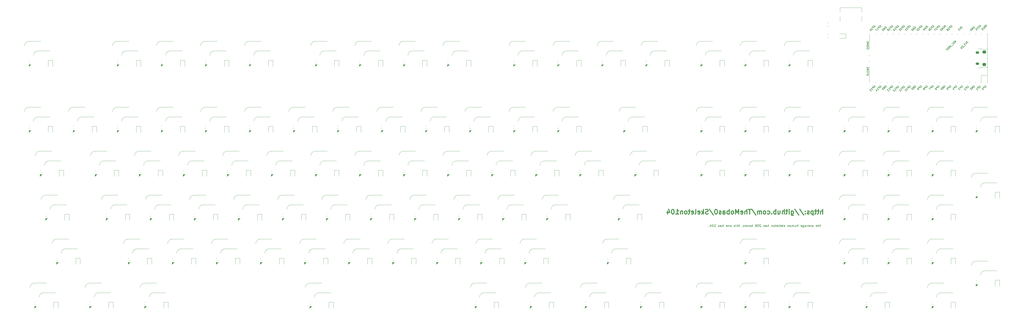
<source format=gbr>
%TF.GenerationSoftware,KiCad,Pcbnew,7.0.7*%
%TF.CreationDate,2024-02-20T17:11:52+02:00*%
%TF.ProjectId,keyboard,6b657962-6f61-4726-942e-6b696361645f,rev?*%
%TF.SameCoordinates,Original*%
%TF.FileFunction,Legend,Bot*%
%TF.FilePolarity,Positive*%
%FSLAX46Y46*%
G04 Gerber Fmt 4.6, Leading zero omitted, Abs format (unit mm)*
G04 Created by KiCad (PCBNEW 7.0.7) date 2024-02-20 17:11:52*
%MOMM*%
%LPD*%
G01*
G04 APERTURE LIST*
%ADD10C,0.400000*%
%ADD11C,0.150000*%
%ADD12C,0.100000*%
%ADD13C,0.120000*%
%ADD14O,1.700000X1.350000*%
%ADD15O,1.500000X1.100000*%
G04 APERTURE END LIST*
D10*
X373550652Y-102454438D02*
X373550652Y-100454438D01*
X372693509Y-102454438D02*
X372693509Y-101406819D01*
X372693509Y-101406819D02*
X372788747Y-101216342D01*
X372788747Y-101216342D02*
X372979223Y-101121104D01*
X372979223Y-101121104D02*
X373264938Y-101121104D01*
X373264938Y-101121104D02*
X373455414Y-101216342D01*
X373455414Y-101216342D02*
X373550652Y-101311580D01*
X372026842Y-101121104D02*
X371264938Y-101121104D01*
X371741128Y-100454438D02*
X371741128Y-102168723D01*
X371741128Y-102168723D02*
X371645890Y-102359200D01*
X371645890Y-102359200D02*
X371455414Y-102454438D01*
X371455414Y-102454438D02*
X371264938Y-102454438D01*
X370883985Y-101121104D02*
X370122081Y-101121104D01*
X370598271Y-100454438D02*
X370598271Y-102168723D01*
X370598271Y-102168723D02*
X370503033Y-102359200D01*
X370503033Y-102359200D02*
X370312557Y-102454438D01*
X370312557Y-102454438D02*
X370122081Y-102454438D01*
X369455414Y-101121104D02*
X369455414Y-103121104D01*
X369455414Y-101216342D02*
X369264938Y-101121104D01*
X369264938Y-101121104D02*
X368883985Y-101121104D01*
X368883985Y-101121104D02*
X368693509Y-101216342D01*
X368693509Y-101216342D02*
X368598271Y-101311580D01*
X368598271Y-101311580D02*
X368503033Y-101502057D01*
X368503033Y-101502057D02*
X368503033Y-102073485D01*
X368503033Y-102073485D02*
X368598271Y-102263961D01*
X368598271Y-102263961D02*
X368693509Y-102359200D01*
X368693509Y-102359200D02*
X368883985Y-102454438D01*
X368883985Y-102454438D02*
X369264938Y-102454438D01*
X369264938Y-102454438D02*
X369455414Y-102359200D01*
X367741128Y-102359200D02*
X367550652Y-102454438D01*
X367550652Y-102454438D02*
X367169700Y-102454438D01*
X367169700Y-102454438D02*
X366979223Y-102359200D01*
X366979223Y-102359200D02*
X366883985Y-102168723D01*
X366883985Y-102168723D02*
X366883985Y-102073485D01*
X366883985Y-102073485D02*
X366979223Y-101883009D01*
X366979223Y-101883009D02*
X367169700Y-101787771D01*
X367169700Y-101787771D02*
X367455414Y-101787771D01*
X367455414Y-101787771D02*
X367645890Y-101692533D01*
X367645890Y-101692533D02*
X367741128Y-101502057D01*
X367741128Y-101502057D02*
X367741128Y-101406819D01*
X367741128Y-101406819D02*
X367645890Y-101216342D01*
X367645890Y-101216342D02*
X367455414Y-101121104D01*
X367455414Y-101121104D02*
X367169700Y-101121104D01*
X367169700Y-101121104D02*
X366979223Y-101216342D01*
X366026842Y-102263961D02*
X365931604Y-102359200D01*
X365931604Y-102359200D02*
X366026842Y-102454438D01*
X366026842Y-102454438D02*
X366122080Y-102359200D01*
X366122080Y-102359200D02*
X366026842Y-102263961D01*
X366026842Y-102263961D02*
X366026842Y-102454438D01*
X366026842Y-101216342D02*
X365931604Y-101311580D01*
X365931604Y-101311580D02*
X366026842Y-101406819D01*
X366026842Y-101406819D02*
X366122080Y-101311580D01*
X366122080Y-101311580D02*
X366026842Y-101216342D01*
X366026842Y-101216342D02*
X366026842Y-101406819D01*
X363645890Y-100359200D02*
X365360175Y-102930628D01*
X361550652Y-100359200D02*
X363264937Y-102930628D01*
X360026842Y-101121104D02*
X360026842Y-102740152D01*
X360026842Y-102740152D02*
X360122080Y-102930628D01*
X360122080Y-102930628D02*
X360217318Y-103025866D01*
X360217318Y-103025866D02*
X360407795Y-103121104D01*
X360407795Y-103121104D02*
X360693509Y-103121104D01*
X360693509Y-103121104D02*
X360883985Y-103025866D01*
X360026842Y-102359200D02*
X360217318Y-102454438D01*
X360217318Y-102454438D02*
X360598271Y-102454438D01*
X360598271Y-102454438D02*
X360788747Y-102359200D01*
X360788747Y-102359200D02*
X360883985Y-102263961D01*
X360883985Y-102263961D02*
X360979223Y-102073485D01*
X360979223Y-102073485D02*
X360979223Y-101502057D01*
X360979223Y-101502057D02*
X360883985Y-101311580D01*
X360883985Y-101311580D02*
X360788747Y-101216342D01*
X360788747Y-101216342D02*
X360598271Y-101121104D01*
X360598271Y-101121104D02*
X360217318Y-101121104D01*
X360217318Y-101121104D02*
X360026842Y-101216342D01*
X359074461Y-102454438D02*
X359074461Y-101121104D01*
X359074461Y-100454438D02*
X359169699Y-100549676D01*
X359169699Y-100549676D02*
X359074461Y-100644914D01*
X359074461Y-100644914D02*
X358979223Y-100549676D01*
X358979223Y-100549676D02*
X359074461Y-100454438D01*
X359074461Y-100454438D02*
X359074461Y-100644914D01*
X358407794Y-101121104D02*
X357645890Y-101121104D01*
X358122080Y-100454438D02*
X358122080Y-102168723D01*
X358122080Y-102168723D02*
X358026842Y-102359200D01*
X358026842Y-102359200D02*
X357836366Y-102454438D01*
X357836366Y-102454438D02*
X357645890Y-102454438D01*
X356979223Y-102454438D02*
X356979223Y-100454438D01*
X356122080Y-102454438D02*
X356122080Y-101406819D01*
X356122080Y-101406819D02*
X356217318Y-101216342D01*
X356217318Y-101216342D02*
X356407794Y-101121104D01*
X356407794Y-101121104D02*
X356693509Y-101121104D01*
X356693509Y-101121104D02*
X356883985Y-101216342D01*
X356883985Y-101216342D02*
X356979223Y-101311580D01*
X354312556Y-101121104D02*
X354312556Y-102454438D01*
X355169699Y-101121104D02*
X355169699Y-102168723D01*
X355169699Y-102168723D02*
X355074461Y-102359200D01*
X355074461Y-102359200D02*
X354883985Y-102454438D01*
X354883985Y-102454438D02*
X354598270Y-102454438D01*
X354598270Y-102454438D02*
X354407794Y-102359200D01*
X354407794Y-102359200D02*
X354312556Y-102263961D01*
X353360175Y-102454438D02*
X353360175Y-100454438D01*
X353360175Y-101216342D02*
X353169699Y-101121104D01*
X353169699Y-101121104D02*
X352788746Y-101121104D01*
X352788746Y-101121104D02*
X352598270Y-101216342D01*
X352598270Y-101216342D02*
X352503032Y-101311580D01*
X352503032Y-101311580D02*
X352407794Y-101502057D01*
X352407794Y-101502057D02*
X352407794Y-102073485D01*
X352407794Y-102073485D02*
X352503032Y-102263961D01*
X352503032Y-102263961D02*
X352598270Y-102359200D01*
X352598270Y-102359200D02*
X352788746Y-102454438D01*
X352788746Y-102454438D02*
X353169699Y-102454438D01*
X353169699Y-102454438D02*
X353360175Y-102359200D01*
X351550651Y-102263961D02*
X351455413Y-102359200D01*
X351455413Y-102359200D02*
X351550651Y-102454438D01*
X351550651Y-102454438D02*
X351645889Y-102359200D01*
X351645889Y-102359200D02*
X351550651Y-102263961D01*
X351550651Y-102263961D02*
X351550651Y-102454438D01*
X349741127Y-102359200D02*
X349931603Y-102454438D01*
X349931603Y-102454438D02*
X350312556Y-102454438D01*
X350312556Y-102454438D02*
X350503032Y-102359200D01*
X350503032Y-102359200D02*
X350598270Y-102263961D01*
X350598270Y-102263961D02*
X350693508Y-102073485D01*
X350693508Y-102073485D02*
X350693508Y-101502057D01*
X350693508Y-101502057D02*
X350598270Y-101311580D01*
X350598270Y-101311580D02*
X350503032Y-101216342D01*
X350503032Y-101216342D02*
X350312556Y-101121104D01*
X350312556Y-101121104D02*
X349931603Y-101121104D01*
X349931603Y-101121104D02*
X349741127Y-101216342D01*
X348598270Y-102454438D02*
X348788746Y-102359200D01*
X348788746Y-102359200D02*
X348883984Y-102263961D01*
X348883984Y-102263961D02*
X348979222Y-102073485D01*
X348979222Y-102073485D02*
X348979222Y-101502057D01*
X348979222Y-101502057D02*
X348883984Y-101311580D01*
X348883984Y-101311580D02*
X348788746Y-101216342D01*
X348788746Y-101216342D02*
X348598270Y-101121104D01*
X348598270Y-101121104D02*
X348312555Y-101121104D01*
X348312555Y-101121104D02*
X348122079Y-101216342D01*
X348122079Y-101216342D02*
X348026841Y-101311580D01*
X348026841Y-101311580D02*
X347931603Y-101502057D01*
X347931603Y-101502057D02*
X347931603Y-102073485D01*
X347931603Y-102073485D02*
X348026841Y-102263961D01*
X348026841Y-102263961D02*
X348122079Y-102359200D01*
X348122079Y-102359200D02*
X348312555Y-102454438D01*
X348312555Y-102454438D02*
X348598270Y-102454438D01*
X347074460Y-102454438D02*
X347074460Y-101121104D01*
X347074460Y-101311580D02*
X346979222Y-101216342D01*
X346979222Y-101216342D02*
X346788746Y-101121104D01*
X346788746Y-101121104D02*
X346503031Y-101121104D01*
X346503031Y-101121104D02*
X346312555Y-101216342D01*
X346312555Y-101216342D02*
X346217317Y-101406819D01*
X346217317Y-101406819D02*
X346217317Y-102454438D01*
X346217317Y-101406819D02*
X346122079Y-101216342D01*
X346122079Y-101216342D02*
X345931603Y-101121104D01*
X345931603Y-101121104D02*
X345645889Y-101121104D01*
X345645889Y-101121104D02*
X345455412Y-101216342D01*
X345455412Y-101216342D02*
X345360174Y-101406819D01*
X345360174Y-101406819D02*
X345360174Y-102454438D01*
X342979222Y-100359200D02*
X344693507Y-102930628D01*
X342598269Y-100454438D02*
X341455412Y-100454438D01*
X342026841Y-102454438D02*
X342026841Y-100454438D01*
X340788745Y-102454438D02*
X340788745Y-100454438D01*
X339931602Y-102454438D02*
X339931602Y-101406819D01*
X339931602Y-101406819D02*
X340026840Y-101216342D01*
X340026840Y-101216342D02*
X340217316Y-101121104D01*
X340217316Y-101121104D02*
X340503031Y-101121104D01*
X340503031Y-101121104D02*
X340693507Y-101216342D01*
X340693507Y-101216342D02*
X340788745Y-101311580D01*
X338217316Y-102359200D02*
X338407792Y-102454438D01*
X338407792Y-102454438D02*
X338788745Y-102454438D01*
X338788745Y-102454438D02*
X338979221Y-102359200D01*
X338979221Y-102359200D02*
X339074459Y-102168723D01*
X339074459Y-102168723D02*
X339074459Y-101406819D01*
X339074459Y-101406819D02*
X338979221Y-101216342D01*
X338979221Y-101216342D02*
X338788745Y-101121104D01*
X338788745Y-101121104D02*
X338407792Y-101121104D01*
X338407792Y-101121104D02*
X338217316Y-101216342D01*
X338217316Y-101216342D02*
X338122078Y-101406819D01*
X338122078Y-101406819D02*
X338122078Y-101597295D01*
X338122078Y-101597295D02*
X339074459Y-101787771D01*
X337264935Y-102454438D02*
X337264935Y-100454438D01*
X337264935Y-100454438D02*
X336598268Y-101883009D01*
X336598268Y-101883009D02*
X335931602Y-100454438D01*
X335931602Y-100454438D02*
X335931602Y-102454438D01*
X334693507Y-102454438D02*
X334883983Y-102359200D01*
X334883983Y-102359200D02*
X334979221Y-102263961D01*
X334979221Y-102263961D02*
X335074459Y-102073485D01*
X335074459Y-102073485D02*
X335074459Y-101502057D01*
X335074459Y-101502057D02*
X334979221Y-101311580D01*
X334979221Y-101311580D02*
X334883983Y-101216342D01*
X334883983Y-101216342D02*
X334693507Y-101121104D01*
X334693507Y-101121104D02*
X334407792Y-101121104D01*
X334407792Y-101121104D02*
X334217316Y-101216342D01*
X334217316Y-101216342D02*
X334122078Y-101311580D01*
X334122078Y-101311580D02*
X334026840Y-101502057D01*
X334026840Y-101502057D02*
X334026840Y-102073485D01*
X334026840Y-102073485D02*
X334122078Y-102263961D01*
X334122078Y-102263961D02*
X334217316Y-102359200D01*
X334217316Y-102359200D02*
X334407792Y-102454438D01*
X334407792Y-102454438D02*
X334693507Y-102454438D01*
X333169697Y-102454438D02*
X333169697Y-100454438D01*
X333169697Y-101216342D02*
X332979221Y-101121104D01*
X332979221Y-101121104D02*
X332598268Y-101121104D01*
X332598268Y-101121104D02*
X332407792Y-101216342D01*
X332407792Y-101216342D02*
X332312554Y-101311580D01*
X332312554Y-101311580D02*
X332217316Y-101502057D01*
X332217316Y-101502057D02*
X332217316Y-102073485D01*
X332217316Y-102073485D02*
X332312554Y-102263961D01*
X332312554Y-102263961D02*
X332407792Y-102359200D01*
X332407792Y-102359200D02*
X332598268Y-102454438D01*
X332598268Y-102454438D02*
X332979221Y-102454438D01*
X332979221Y-102454438D02*
X333169697Y-102359200D01*
X330503030Y-102454438D02*
X330503030Y-101406819D01*
X330503030Y-101406819D02*
X330598268Y-101216342D01*
X330598268Y-101216342D02*
X330788744Y-101121104D01*
X330788744Y-101121104D02*
X331169697Y-101121104D01*
X331169697Y-101121104D02*
X331360173Y-101216342D01*
X330503030Y-102359200D02*
X330693506Y-102454438D01*
X330693506Y-102454438D02*
X331169697Y-102454438D01*
X331169697Y-102454438D02*
X331360173Y-102359200D01*
X331360173Y-102359200D02*
X331455411Y-102168723D01*
X331455411Y-102168723D02*
X331455411Y-101978247D01*
X331455411Y-101978247D02*
X331360173Y-101787771D01*
X331360173Y-101787771D02*
X331169697Y-101692533D01*
X331169697Y-101692533D02*
X330693506Y-101692533D01*
X330693506Y-101692533D02*
X330503030Y-101597295D01*
X329645887Y-102359200D02*
X329455411Y-102454438D01*
X329455411Y-102454438D02*
X329074459Y-102454438D01*
X329074459Y-102454438D02*
X328883982Y-102359200D01*
X328883982Y-102359200D02*
X328788744Y-102168723D01*
X328788744Y-102168723D02*
X328788744Y-102073485D01*
X328788744Y-102073485D02*
X328883982Y-101883009D01*
X328883982Y-101883009D02*
X329074459Y-101787771D01*
X329074459Y-101787771D02*
X329360173Y-101787771D01*
X329360173Y-101787771D02*
X329550649Y-101692533D01*
X329550649Y-101692533D02*
X329645887Y-101502057D01*
X329645887Y-101502057D02*
X329645887Y-101406819D01*
X329645887Y-101406819D02*
X329550649Y-101216342D01*
X329550649Y-101216342D02*
X329360173Y-101121104D01*
X329360173Y-101121104D02*
X329074459Y-101121104D01*
X329074459Y-101121104D02*
X328883982Y-101216342D01*
X327550649Y-100454438D02*
X327360172Y-100454438D01*
X327360172Y-100454438D02*
X327169696Y-100549676D01*
X327169696Y-100549676D02*
X327074458Y-100644914D01*
X327074458Y-100644914D02*
X326979220Y-100835390D01*
X326979220Y-100835390D02*
X326883982Y-101216342D01*
X326883982Y-101216342D02*
X326883982Y-101692533D01*
X326883982Y-101692533D02*
X326979220Y-102073485D01*
X326979220Y-102073485D02*
X327074458Y-102263961D01*
X327074458Y-102263961D02*
X327169696Y-102359200D01*
X327169696Y-102359200D02*
X327360172Y-102454438D01*
X327360172Y-102454438D02*
X327550649Y-102454438D01*
X327550649Y-102454438D02*
X327741125Y-102359200D01*
X327741125Y-102359200D02*
X327836363Y-102263961D01*
X327836363Y-102263961D02*
X327931601Y-102073485D01*
X327931601Y-102073485D02*
X328026839Y-101692533D01*
X328026839Y-101692533D02*
X328026839Y-101216342D01*
X328026839Y-101216342D02*
X327931601Y-100835390D01*
X327931601Y-100835390D02*
X327836363Y-100644914D01*
X327836363Y-100644914D02*
X327741125Y-100549676D01*
X327741125Y-100549676D02*
X327550649Y-100454438D01*
X324598268Y-100359200D02*
X326312553Y-102930628D01*
X324026839Y-102359200D02*
X323741125Y-102454438D01*
X323741125Y-102454438D02*
X323264934Y-102454438D01*
X323264934Y-102454438D02*
X323074458Y-102359200D01*
X323074458Y-102359200D02*
X322979220Y-102263961D01*
X322979220Y-102263961D02*
X322883982Y-102073485D01*
X322883982Y-102073485D02*
X322883982Y-101883009D01*
X322883982Y-101883009D02*
X322979220Y-101692533D01*
X322979220Y-101692533D02*
X323074458Y-101597295D01*
X323074458Y-101597295D02*
X323264934Y-101502057D01*
X323264934Y-101502057D02*
X323645887Y-101406819D01*
X323645887Y-101406819D02*
X323836363Y-101311580D01*
X323836363Y-101311580D02*
X323931601Y-101216342D01*
X323931601Y-101216342D02*
X324026839Y-101025866D01*
X324026839Y-101025866D02*
X324026839Y-100835390D01*
X324026839Y-100835390D02*
X323931601Y-100644914D01*
X323931601Y-100644914D02*
X323836363Y-100549676D01*
X323836363Y-100549676D02*
X323645887Y-100454438D01*
X323645887Y-100454438D02*
X323169696Y-100454438D01*
X323169696Y-100454438D02*
X322883982Y-100549676D01*
X322026839Y-102454438D02*
X322026839Y-100454438D01*
X321836363Y-101692533D02*
X321264934Y-102454438D01*
X321264934Y-101121104D02*
X322026839Y-101883009D01*
X319645886Y-102359200D02*
X319836362Y-102454438D01*
X319836362Y-102454438D02*
X320217315Y-102454438D01*
X320217315Y-102454438D02*
X320407791Y-102359200D01*
X320407791Y-102359200D02*
X320503029Y-102168723D01*
X320503029Y-102168723D02*
X320503029Y-101406819D01*
X320503029Y-101406819D02*
X320407791Y-101216342D01*
X320407791Y-101216342D02*
X320217315Y-101121104D01*
X320217315Y-101121104D02*
X319836362Y-101121104D01*
X319836362Y-101121104D02*
X319645886Y-101216342D01*
X319645886Y-101216342D02*
X319550648Y-101406819D01*
X319550648Y-101406819D02*
X319550648Y-101597295D01*
X319550648Y-101597295D02*
X320503029Y-101787771D01*
X318407791Y-102454438D02*
X318598267Y-102359200D01*
X318598267Y-102359200D02*
X318693505Y-102168723D01*
X318693505Y-102168723D02*
X318693505Y-100454438D01*
X316883981Y-102359200D02*
X317074457Y-102454438D01*
X317074457Y-102454438D02*
X317455410Y-102454438D01*
X317455410Y-102454438D02*
X317645886Y-102359200D01*
X317645886Y-102359200D02*
X317741124Y-102168723D01*
X317741124Y-102168723D02*
X317741124Y-101406819D01*
X317741124Y-101406819D02*
X317645886Y-101216342D01*
X317645886Y-101216342D02*
X317455410Y-101121104D01*
X317455410Y-101121104D02*
X317074457Y-101121104D01*
X317074457Y-101121104D02*
X316883981Y-101216342D01*
X316883981Y-101216342D02*
X316788743Y-101406819D01*
X316788743Y-101406819D02*
X316788743Y-101597295D01*
X316788743Y-101597295D02*
X317741124Y-101787771D01*
X316217314Y-101121104D02*
X315455410Y-101121104D01*
X315931600Y-100454438D02*
X315931600Y-102168723D01*
X315931600Y-102168723D02*
X315836362Y-102359200D01*
X315836362Y-102359200D02*
X315645886Y-102454438D01*
X315645886Y-102454438D02*
X315455410Y-102454438D01*
X314503029Y-102454438D02*
X314693505Y-102359200D01*
X314693505Y-102359200D02*
X314788743Y-102263961D01*
X314788743Y-102263961D02*
X314883981Y-102073485D01*
X314883981Y-102073485D02*
X314883981Y-101502057D01*
X314883981Y-101502057D02*
X314788743Y-101311580D01*
X314788743Y-101311580D02*
X314693505Y-101216342D01*
X314693505Y-101216342D02*
X314503029Y-101121104D01*
X314503029Y-101121104D02*
X314217314Y-101121104D01*
X314217314Y-101121104D02*
X314026838Y-101216342D01*
X314026838Y-101216342D02*
X313931600Y-101311580D01*
X313931600Y-101311580D02*
X313836362Y-101502057D01*
X313836362Y-101502057D02*
X313836362Y-102073485D01*
X313836362Y-102073485D02*
X313931600Y-102263961D01*
X313931600Y-102263961D02*
X314026838Y-102359200D01*
X314026838Y-102359200D02*
X314217314Y-102454438D01*
X314217314Y-102454438D02*
X314503029Y-102454438D01*
X312979219Y-101121104D02*
X312979219Y-102454438D01*
X312979219Y-101311580D02*
X312883981Y-101216342D01*
X312883981Y-101216342D02*
X312693505Y-101121104D01*
X312693505Y-101121104D02*
X312407790Y-101121104D01*
X312407790Y-101121104D02*
X312217314Y-101216342D01*
X312217314Y-101216342D02*
X312122076Y-101406819D01*
X312122076Y-101406819D02*
X312122076Y-102454438D01*
X310122076Y-102454438D02*
X311264933Y-102454438D01*
X310693505Y-102454438D02*
X310693505Y-100454438D01*
X310693505Y-100454438D02*
X310883981Y-100740152D01*
X310883981Y-100740152D02*
X311074457Y-100930628D01*
X311074457Y-100930628D02*
X311264933Y-101025866D01*
X308883981Y-100454438D02*
X308693504Y-100454438D01*
X308693504Y-100454438D02*
X308503028Y-100549676D01*
X308503028Y-100549676D02*
X308407790Y-100644914D01*
X308407790Y-100644914D02*
X308312552Y-100835390D01*
X308312552Y-100835390D02*
X308217314Y-101216342D01*
X308217314Y-101216342D02*
X308217314Y-101692533D01*
X308217314Y-101692533D02*
X308312552Y-102073485D01*
X308312552Y-102073485D02*
X308407790Y-102263961D01*
X308407790Y-102263961D02*
X308503028Y-102359200D01*
X308503028Y-102359200D02*
X308693504Y-102454438D01*
X308693504Y-102454438D02*
X308883981Y-102454438D01*
X308883981Y-102454438D02*
X309074457Y-102359200D01*
X309074457Y-102359200D02*
X309169695Y-102263961D01*
X309169695Y-102263961D02*
X309264933Y-102073485D01*
X309264933Y-102073485D02*
X309360171Y-101692533D01*
X309360171Y-101692533D02*
X309360171Y-101216342D01*
X309360171Y-101216342D02*
X309264933Y-100835390D01*
X309264933Y-100835390D02*
X309169695Y-100644914D01*
X309169695Y-100644914D02*
X309074457Y-100549676D01*
X309074457Y-100549676D02*
X308883981Y-100454438D01*
X306503028Y-101121104D02*
X306503028Y-102454438D01*
X306979219Y-100359200D02*
X307455409Y-101787771D01*
X307455409Y-101787771D02*
X306217314Y-101787771D01*
D11*
X372776077Y-107363152D02*
X372395125Y-107363152D01*
X372633220Y-107029819D02*
X372633220Y-107886961D01*
X372633220Y-107886961D02*
X372585601Y-107982200D01*
X372585601Y-107982200D02*
X372490363Y-108029819D01*
X372490363Y-108029819D02*
X372395125Y-108029819D01*
X372061791Y-108029819D02*
X372061791Y-107029819D01*
X371633220Y-108029819D02*
X371633220Y-107506009D01*
X371633220Y-107506009D02*
X371680839Y-107410771D01*
X371680839Y-107410771D02*
X371776077Y-107363152D01*
X371776077Y-107363152D02*
X371918934Y-107363152D01*
X371918934Y-107363152D02*
X372014172Y-107410771D01*
X372014172Y-107410771D02*
X372061791Y-107458390D01*
X370776077Y-107982200D02*
X370871315Y-108029819D01*
X370871315Y-108029819D02*
X371061791Y-108029819D01*
X371061791Y-108029819D02*
X371157029Y-107982200D01*
X371157029Y-107982200D02*
X371204648Y-107886961D01*
X371204648Y-107886961D02*
X371204648Y-107506009D01*
X371204648Y-107506009D02*
X371157029Y-107410771D01*
X371157029Y-107410771D02*
X371061791Y-107363152D01*
X371061791Y-107363152D02*
X370871315Y-107363152D01*
X370871315Y-107363152D02*
X370776077Y-107410771D01*
X370776077Y-107410771D02*
X370728458Y-107506009D01*
X370728458Y-107506009D02*
X370728458Y-107601247D01*
X370728458Y-107601247D02*
X371204648Y-107696485D01*
X369109410Y-108029819D02*
X369109410Y-107506009D01*
X369109410Y-107506009D02*
X369157029Y-107410771D01*
X369157029Y-107410771D02*
X369252267Y-107363152D01*
X369252267Y-107363152D02*
X369442743Y-107363152D01*
X369442743Y-107363152D02*
X369537981Y-107410771D01*
X369109410Y-107982200D02*
X369204648Y-108029819D01*
X369204648Y-108029819D02*
X369442743Y-108029819D01*
X369442743Y-108029819D02*
X369537981Y-107982200D01*
X369537981Y-107982200D02*
X369585600Y-107886961D01*
X369585600Y-107886961D02*
X369585600Y-107791723D01*
X369585600Y-107791723D02*
X369537981Y-107696485D01*
X369537981Y-107696485D02*
X369442743Y-107648866D01*
X369442743Y-107648866D02*
X369204648Y-107648866D01*
X369204648Y-107648866D02*
X369109410Y-107601247D01*
X368728457Y-107363152D02*
X368490362Y-108029819D01*
X368490362Y-108029819D02*
X368252267Y-107363152D01*
X367490362Y-107982200D02*
X367585600Y-108029819D01*
X367585600Y-108029819D02*
X367776076Y-108029819D01*
X367776076Y-108029819D02*
X367871314Y-107982200D01*
X367871314Y-107982200D02*
X367918933Y-107886961D01*
X367918933Y-107886961D02*
X367918933Y-107506009D01*
X367918933Y-107506009D02*
X367871314Y-107410771D01*
X367871314Y-107410771D02*
X367776076Y-107363152D01*
X367776076Y-107363152D02*
X367585600Y-107363152D01*
X367585600Y-107363152D02*
X367490362Y-107410771D01*
X367490362Y-107410771D02*
X367442743Y-107506009D01*
X367442743Y-107506009D02*
X367442743Y-107601247D01*
X367442743Y-107601247D02*
X367918933Y-107696485D01*
X367014171Y-108029819D02*
X367014171Y-107363152D01*
X367014171Y-107553628D02*
X366966552Y-107458390D01*
X366966552Y-107458390D02*
X366918933Y-107410771D01*
X366918933Y-107410771D02*
X366823695Y-107363152D01*
X366823695Y-107363152D02*
X366728457Y-107363152D01*
X365966552Y-108029819D02*
X365966552Y-107506009D01*
X365966552Y-107506009D02*
X366014171Y-107410771D01*
X366014171Y-107410771D02*
X366109409Y-107363152D01*
X366109409Y-107363152D02*
X366299885Y-107363152D01*
X366299885Y-107363152D02*
X366395123Y-107410771D01*
X365966552Y-107982200D02*
X366061790Y-108029819D01*
X366061790Y-108029819D02*
X366299885Y-108029819D01*
X366299885Y-108029819D02*
X366395123Y-107982200D01*
X366395123Y-107982200D02*
X366442742Y-107886961D01*
X366442742Y-107886961D02*
X366442742Y-107791723D01*
X366442742Y-107791723D02*
X366395123Y-107696485D01*
X366395123Y-107696485D02*
X366299885Y-107648866D01*
X366299885Y-107648866D02*
X366061790Y-107648866D01*
X366061790Y-107648866D02*
X365966552Y-107601247D01*
X365061790Y-107363152D02*
X365061790Y-108172676D01*
X365061790Y-108172676D02*
X365109409Y-108267914D01*
X365109409Y-108267914D02*
X365157028Y-108315533D01*
X365157028Y-108315533D02*
X365252266Y-108363152D01*
X365252266Y-108363152D02*
X365395123Y-108363152D01*
X365395123Y-108363152D02*
X365490361Y-108315533D01*
X365061790Y-107982200D02*
X365157028Y-108029819D01*
X365157028Y-108029819D02*
X365347504Y-108029819D01*
X365347504Y-108029819D02*
X365442742Y-107982200D01*
X365442742Y-107982200D02*
X365490361Y-107934580D01*
X365490361Y-107934580D02*
X365537980Y-107839342D01*
X365537980Y-107839342D02*
X365537980Y-107553628D01*
X365537980Y-107553628D02*
X365490361Y-107458390D01*
X365490361Y-107458390D02*
X365442742Y-107410771D01*
X365442742Y-107410771D02*
X365347504Y-107363152D01*
X365347504Y-107363152D02*
X365157028Y-107363152D01*
X365157028Y-107363152D02*
X365061790Y-107410771D01*
X364204647Y-107982200D02*
X364299885Y-108029819D01*
X364299885Y-108029819D02*
X364490361Y-108029819D01*
X364490361Y-108029819D02*
X364585599Y-107982200D01*
X364585599Y-107982200D02*
X364633218Y-107886961D01*
X364633218Y-107886961D02*
X364633218Y-107506009D01*
X364633218Y-107506009D02*
X364585599Y-107410771D01*
X364585599Y-107410771D02*
X364490361Y-107363152D01*
X364490361Y-107363152D02*
X364299885Y-107363152D01*
X364299885Y-107363152D02*
X364204647Y-107410771D01*
X364204647Y-107410771D02*
X364157028Y-107506009D01*
X364157028Y-107506009D02*
X364157028Y-107601247D01*
X364157028Y-107601247D02*
X364633218Y-107696485D01*
X362966551Y-108029819D02*
X362966551Y-107029819D01*
X362537980Y-108029819D02*
X362537980Y-107506009D01*
X362537980Y-107506009D02*
X362585599Y-107410771D01*
X362585599Y-107410771D02*
X362680837Y-107363152D01*
X362680837Y-107363152D02*
X362823694Y-107363152D01*
X362823694Y-107363152D02*
X362918932Y-107410771D01*
X362918932Y-107410771D02*
X362966551Y-107458390D01*
X361633218Y-107363152D02*
X361633218Y-108029819D01*
X362061789Y-107363152D02*
X362061789Y-107886961D01*
X362061789Y-107886961D02*
X362014170Y-107982200D01*
X362014170Y-107982200D02*
X361918932Y-108029819D01*
X361918932Y-108029819D02*
X361776075Y-108029819D01*
X361776075Y-108029819D02*
X361680837Y-107982200D01*
X361680837Y-107982200D02*
X361633218Y-107934580D01*
X361157027Y-108029819D02*
X361157027Y-107363152D01*
X361157027Y-107458390D02*
X361109408Y-107410771D01*
X361109408Y-107410771D02*
X361014170Y-107363152D01*
X361014170Y-107363152D02*
X360871313Y-107363152D01*
X360871313Y-107363152D02*
X360776075Y-107410771D01*
X360776075Y-107410771D02*
X360728456Y-107506009D01*
X360728456Y-107506009D02*
X360728456Y-108029819D01*
X360728456Y-107506009D02*
X360680837Y-107410771D01*
X360680837Y-107410771D02*
X360585599Y-107363152D01*
X360585599Y-107363152D02*
X360442742Y-107363152D01*
X360442742Y-107363152D02*
X360347503Y-107410771D01*
X360347503Y-107410771D02*
X360299884Y-107506009D01*
X360299884Y-107506009D02*
X360299884Y-108029819D01*
X359395123Y-108029819D02*
X359395123Y-107506009D01*
X359395123Y-107506009D02*
X359442742Y-107410771D01*
X359442742Y-107410771D02*
X359537980Y-107363152D01*
X359537980Y-107363152D02*
X359728456Y-107363152D01*
X359728456Y-107363152D02*
X359823694Y-107410771D01*
X359395123Y-107982200D02*
X359490361Y-108029819D01*
X359490361Y-108029819D02*
X359728456Y-108029819D01*
X359728456Y-108029819D02*
X359823694Y-107982200D01*
X359823694Y-107982200D02*
X359871313Y-107886961D01*
X359871313Y-107886961D02*
X359871313Y-107791723D01*
X359871313Y-107791723D02*
X359823694Y-107696485D01*
X359823694Y-107696485D02*
X359728456Y-107648866D01*
X359728456Y-107648866D02*
X359490361Y-107648866D01*
X359490361Y-107648866D02*
X359395123Y-107601247D01*
X358918932Y-107363152D02*
X358918932Y-108029819D01*
X358918932Y-107458390D02*
X358871313Y-107410771D01*
X358871313Y-107410771D02*
X358776075Y-107363152D01*
X358776075Y-107363152D02*
X358633218Y-107363152D01*
X358633218Y-107363152D02*
X358537980Y-107410771D01*
X358537980Y-107410771D02*
X358490361Y-107506009D01*
X358490361Y-107506009D02*
X358490361Y-108029819D01*
X357299884Y-107982200D02*
X357204646Y-108029819D01*
X357204646Y-108029819D02*
X357014170Y-108029819D01*
X357014170Y-108029819D02*
X356918932Y-107982200D01*
X356918932Y-107982200D02*
X356871313Y-107886961D01*
X356871313Y-107886961D02*
X356871313Y-107839342D01*
X356871313Y-107839342D02*
X356918932Y-107744104D01*
X356918932Y-107744104D02*
X357014170Y-107696485D01*
X357014170Y-107696485D02*
X357157027Y-107696485D01*
X357157027Y-107696485D02*
X357252265Y-107648866D01*
X357252265Y-107648866D02*
X357299884Y-107553628D01*
X357299884Y-107553628D02*
X357299884Y-107506009D01*
X357299884Y-107506009D02*
X357252265Y-107410771D01*
X357252265Y-107410771D02*
X357157027Y-107363152D01*
X357157027Y-107363152D02*
X357014170Y-107363152D01*
X357014170Y-107363152D02*
X356918932Y-107410771D01*
X356442741Y-108029819D02*
X356442741Y-107029819D01*
X356347503Y-107648866D02*
X356061789Y-108029819D01*
X356061789Y-107363152D02*
X356442741Y-107744104D01*
X355252265Y-107982200D02*
X355347503Y-108029819D01*
X355347503Y-108029819D02*
X355537979Y-108029819D01*
X355537979Y-108029819D02*
X355633217Y-107982200D01*
X355633217Y-107982200D02*
X355680836Y-107886961D01*
X355680836Y-107886961D02*
X355680836Y-107506009D01*
X355680836Y-107506009D02*
X355633217Y-107410771D01*
X355633217Y-107410771D02*
X355537979Y-107363152D01*
X355537979Y-107363152D02*
X355347503Y-107363152D01*
X355347503Y-107363152D02*
X355252265Y-107410771D01*
X355252265Y-107410771D02*
X355204646Y-107506009D01*
X355204646Y-107506009D02*
X355204646Y-107601247D01*
X355204646Y-107601247D02*
X355680836Y-107696485D01*
X354633217Y-108029819D02*
X354728455Y-107982200D01*
X354728455Y-107982200D02*
X354776074Y-107886961D01*
X354776074Y-107886961D02*
X354776074Y-107029819D01*
X353871312Y-107982200D02*
X353966550Y-108029819D01*
X353966550Y-108029819D02*
X354157026Y-108029819D01*
X354157026Y-108029819D02*
X354252264Y-107982200D01*
X354252264Y-107982200D02*
X354299883Y-107886961D01*
X354299883Y-107886961D02*
X354299883Y-107506009D01*
X354299883Y-107506009D02*
X354252264Y-107410771D01*
X354252264Y-107410771D02*
X354157026Y-107363152D01*
X354157026Y-107363152D02*
X353966550Y-107363152D01*
X353966550Y-107363152D02*
X353871312Y-107410771D01*
X353871312Y-107410771D02*
X353823693Y-107506009D01*
X353823693Y-107506009D02*
X353823693Y-107601247D01*
X353823693Y-107601247D02*
X354299883Y-107696485D01*
X353537978Y-107363152D02*
X353157026Y-107363152D01*
X353395121Y-107029819D02*
X353395121Y-107886961D01*
X353395121Y-107886961D02*
X353347502Y-107982200D01*
X353347502Y-107982200D02*
X353252264Y-108029819D01*
X353252264Y-108029819D02*
X353157026Y-108029819D01*
X352680835Y-108029819D02*
X352776073Y-107982200D01*
X352776073Y-107982200D02*
X352823692Y-107934580D01*
X352823692Y-107934580D02*
X352871311Y-107839342D01*
X352871311Y-107839342D02*
X352871311Y-107553628D01*
X352871311Y-107553628D02*
X352823692Y-107458390D01*
X352823692Y-107458390D02*
X352776073Y-107410771D01*
X352776073Y-107410771D02*
X352680835Y-107363152D01*
X352680835Y-107363152D02*
X352537978Y-107363152D01*
X352537978Y-107363152D02*
X352442740Y-107410771D01*
X352442740Y-107410771D02*
X352395121Y-107458390D01*
X352395121Y-107458390D02*
X352347502Y-107553628D01*
X352347502Y-107553628D02*
X352347502Y-107839342D01*
X352347502Y-107839342D02*
X352395121Y-107934580D01*
X352395121Y-107934580D02*
X352442740Y-107982200D01*
X352442740Y-107982200D02*
X352537978Y-108029819D01*
X352537978Y-108029819D02*
X352680835Y-108029819D01*
X351918930Y-107363152D02*
X351918930Y-108029819D01*
X351918930Y-107458390D02*
X351871311Y-107410771D01*
X351871311Y-107410771D02*
X351776073Y-107363152D01*
X351776073Y-107363152D02*
X351633216Y-107363152D01*
X351633216Y-107363152D02*
X351537978Y-107410771D01*
X351537978Y-107410771D02*
X351490359Y-107506009D01*
X351490359Y-107506009D02*
X351490359Y-108029819D01*
X350252263Y-108029819D02*
X350252263Y-107029819D01*
X349823692Y-108029819D02*
X349823692Y-107506009D01*
X349823692Y-107506009D02*
X349871311Y-107410771D01*
X349871311Y-107410771D02*
X349966549Y-107363152D01*
X349966549Y-107363152D02*
X350109406Y-107363152D01*
X350109406Y-107363152D02*
X350204644Y-107410771D01*
X350204644Y-107410771D02*
X350252263Y-107458390D01*
X348918930Y-108029819D02*
X348918930Y-107506009D01*
X348918930Y-107506009D02*
X348966549Y-107410771D01*
X348966549Y-107410771D02*
X349061787Y-107363152D01*
X349061787Y-107363152D02*
X349252263Y-107363152D01*
X349252263Y-107363152D02*
X349347501Y-107410771D01*
X348918930Y-107982200D02*
X349014168Y-108029819D01*
X349014168Y-108029819D02*
X349252263Y-108029819D01*
X349252263Y-108029819D02*
X349347501Y-107982200D01*
X349347501Y-107982200D02*
X349395120Y-107886961D01*
X349395120Y-107886961D02*
X349395120Y-107791723D01*
X349395120Y-107791723D02*
X349347501Y-107696485D01*
X349347501Y-107696485D02*
X349252263Y-107648866D01*
X349252263Y-107648866D02*
X349014168Y-107648866D01*
X349014168Y-107648866D02*
X348918930Y-107601247D01*
X348490358Y-107982200D02*
X348395120Y-108029819D01*
X348395120Y-108029819D02*
X348204644Y-108029819D01*
X348204644Y-108029819D02*
X348109406Y-107982200D01*
X348109406Y-107982200D02*
X348061787Y-107886961D01*
X348061787Y-107886961D02*
X348061787Y-107839342D01*
X348061787Y-107839342D02*
X348109406Y-107744104D01*
X348109406Y-107744104D02*
X348204644Y-107696485D01*
X348204644Y-107696485D02*
X348347501Y-107696485D01*
X348347501Y-107696485D02*
X348442739Y-107648866D01*
X348442739Y-107648866D02*
X348490358Y-107553628D01*
X348490358Y-107553628D02*
X348490358Y-107506009D01*
X348490358Y-107506009D02*
X348442739Y-107410771D01*
X348442739Y-107410771D02*
X348347501Y-107363152D01*
X348347501Y-107363152D02*
X348204644Y-107363152D01*
X348204644Y-107363152D02*
X348109406Y-107410771D01*
X346918929Y-107125057D02*
X346871310Y-107077438D01*
X346871310Y-107077438D02*
X346776072Y-107029819D01*
X346776072Y-107029819D02*
X346537977Y-107029819D01*
X346537977Y-107029819D02*
X346442739Y-107077438D01*
X346442739Y-107077438D02*
X346395120Y-107125057D01*
X346395120Y-107125057D02*
X346347501Y-107220295D01*
X346347501Y-107220295D02*
X346347501Y-107315533D01*
X346347501Y-107315533D02*
X346395120Y-107458390D01*
X346395120Y-107458390D02*
X346966548Y-108029819D01*
X346966548Y-108029819D02*
X346347501Y-108029819D01*
X345728453Y-107029819D02*
X345633215Y-107029819D01*
X345633215Y-107029819D02*
X345537977Y-107077438D01*
X345537977Y-107077438D02*
X345490358Y-107125057D01*
X345490358Y-107125057D02*
X345442739Y-107220295D01*
X345442739Y-107220295D02*
X345395120Y-107410771D01*
X345395120Y-107410771D02*
X345395120Y-107648866D01*
X345395120Y-107648866D02*
X345442739Y-107839342D01*
X345442739Y-107839342D02*
X345490358Y-107934580D01*
X345490358Y-107934580D02*
X345537977Y-107982200D01*
X345537977Y-107982200D02*
X345633215Y-108029819D01*
X345633215Y-108029819D02*
X345728453Y-108029819D01*
X345728453Y-108029819D02*
X345823691Y-107982200D01*
X345823691Y-107982200D02*
X345871310Y-107934580D01*
X345871310Y-107934580D02*
X345918929Y-107839342D01*
X345918929Y-107839342D02*
X345966548Y-107648866D01*
X345966548Y-107648866D02*
X345966548Y-107410771D01*
X345966548Y-107410771D02*
X345918929Y-107220295D01*
X345918929Y-107220295D02*
X345871310Y-107125057D01*
X345871310Y-107125057D02*
X345823691Y-107077438D01*
X345823691Y-107077438D02*
X345728453Y-107029819D01*
X344537977Y-107029819D02*
X344728453Y-107029819D01*
X344728453Y-107029819D02*
X344823691Y-107077438D01*
X344823691Y-107077438D02*
X344871310Y-107125057D01*
X344871310Y-107125057D02*
X344966548Y-107267914D01*
X344966548Y-107267914D02*
X345014167Y-107458390D01*
X345014167Y-107458390D02*
X345014167Y-107839342D01*
X345014167Y-107839342D02*
X344966548Y-107934580D01*
X344966548Y-107934580D02*
X344918929Y-107982200D01*
X344918929Y-107982200D02*
X344823691Y-108029819D01*
X344823691Y-108029819D02*
X344633215Y-108029819D01*
X344633215Y-108029819D02*
X344537977Y-107982200D01*
X344537977Y-107982200D02*
X344490358Y-107934580D01*
X344490358Y-107934580D02*
X344442739Y-107839342D01*
X344442739Y-107839342D02*
X344442739Y-107601247D01*
X344442739Y-107601247D02*
X344490358Y-107506009D01*
X344490358Y-107506009D02*
X344537977Y-107458390D01*
X344537977Y-107458390D02*
X344633215Y-107410771D01*
X344633215Y-107410771D02*
X344823691Y-107410771D01*
X344823691Y-107410771D02*
X344918929Y-107458390D01*
X344918929Y-107458390D02*
X344966548Y-107506009D01*
X344966548Y-107506009D02*
X345014167Y-107601247D01*
X343252262Y-108029819D02*
X343252262Y-107029819D01*
X343252262Y-107410771D02*
X343157024Y-107363152D01*
X343157024Y-107363152D02*
X342966548Y-107363152D01*
X342966548Y-107363152D02*
X342871310Y-107410771D01*
X342871310Y-107410771D02*
X342823691Y-107458390D01*
X342823691Y-107458390D02*
X342776072Y-107553628D01*
X342776072Y-107553628D02*
X342776072Y-107839342D01*
X342776072Y-107839342D02*
X342823691Y-107934580D01*
X342823691Y-107934580D02*
X342871310Y-107982200D01*
X342871310Y-107982200D02*
X342966548Y-108029819D01*
X342966548Y-108029819D02*
X343157024Y-108029819D01*
X343157024Y-108029819D02*
X343252262Y-107982200D01*
X342204643Y-108029819D02*
X342299881Y-107982200D01*
X342299881Y-107982200D02*
X342347500Y-107934580D01*
X342347500Y-107934580D02*
X342395119Y-107839342D01*
X342395119Y-107839342D02*
X342395119Y-107553628D01*
X342395119Y-107553628D02*
X342347500Y-107458390D01*
X342347500Y-107458390D02*
X342299881Y-107410771D01*
X342299881Y-107410771D02*
X342204643Y-107363152D01*
X342204643Y-107363152D02*
X342061786Y-107363152D01*
X342061786Y-107363152D02*
X341966548Y-107410771D01*
X341966548Y-107410771D02*
X341918929Y-107458390D01*
X341918929Y-107458390D02*
X341871310Y-107553628D01*
X341871310Y-107553628D02*
X341871310Y-107839342D01*
X341871310Y-107839342D02*
X341918929Y-107934580D01*
X341918929Y-107934580D02*
X341966548Y-107982200D01*
X341966548Y-107982200D02*
X342061786Y-108029819D01*
X342061786Y-108029819D02*
X342204643Y-108029819D01*
X341442738Y-107363152D02*
X341442738Y-108029819D01*
X341442738Y-107458390D02*
X341395119Y-107410771D01*
X341395119Y-107410771D02*
X341299881Y-107363152D01*
X341299881Y-107363152D02*
X341157024Y-107363152D01*
X341157024Y-107363152D02*
X341061786Y-107410771D01*
X341061786Y-107410771D02*
X341014167Y-107506009D01*
X341014167Y-107506009D02*
X341014167Y-108029819D01*
X340157024Y-107982200D02*
X340252262Y-108029819D01*
X340252262Y-108029819D02*
X340442738Y-108029819D01*
X340442738Y-108029819D02*
X340537976Y-107982200D01*
X340537976Y-107982200D02*
X340585595Y-107886961D01*
X340585595Y-107886961D02*
X340585595Y-107506009D01*
X340585595Y-107506009D02*
X340537976Y-107410771D01*
X340537976Y-107410771D02*
X340442738Y-107363152D01*
X340442738Y-107363152D02*
X340252262Y-107363152D01*
X340252262Y-107363152D02*
X340157024Y-107410771D01*
X340157024Y-107410771D02*
X340109405Y-107506009D01*
X340109405Y-107506009D02*
X340109405Y-107601247D01*
X340109405Y-107601247D02*
X340585595Y-107696485D01*
X339728452Y-107982200D02*
X339633214Y-108029819D01*
X339633214Y-108029819D02*
X339442738Y-108029819D01*
X339442738Y-108029819D02*
X339347500Y-107982200D01*
X339347500Y-107982200D02*
X339299881Y-107886961D01*
X339299881Y-107886961D02*
X339299881Y-107839342D01*
X339299881Y-107839342D02*
X339347500Y-107744104D01*
X339347500Y-107744104D02*
X339442738Y-107696485D01*
X339442738Y-107696485D02*
X339585595Y-107696485D01*
X339585595Y-107696485D02*
X339680833Y-107648866D01*
X339680833Y-107648866D02*
X339728452Y-107553628D01*
X339728452Y-107553628D02*
X339728452Y-107506009D01*
X339728452Y-107506009D02*
X339680833Y-107410771D01*
X339680833Y-107410771D02*
X339585595Y-107363152D01*
X339585595Y-107363152D02*
X339442738Y-107363152D01*
X339442738Y-107363152D02*
X339347500Y-107410771D01*
X338823690Y-107982200D02*
X338823690Y-108029819D01*
X338823690Y-108029819D02*
X338871309Y-108125057D01*
X338871309Y-108125057D02*
X338918928Y-108172676D01*
X337776071Y-107363152D02*
X337395119Y-107363152D01*
X337633214Y-107029819D02*
X337633214Y-107886961D01*
X337633214Y-107886961D02*
X337585595Y-107982200D01*
X337585595Y-107982200D02*
X337490357Y-108029819D01*
X337490357Y-108029819D02*
X337395119Y-108029819D01*
X337061785Y-108029819D02*
X337061785Y-107029819D01*
X336633214Y-108029819D02*
X336633214Y-107506009D01*
X336633214Y-107506009D02*
X336680833Y-107410771D01*
X336680833Y-107410771D02*
X336776071Y-107363152D01*
X336776071Y-107363152D02*
X336918928Y-107363152D01*
X336918928Y-107363152D02*
X337014166Y-107410771D01*
X337014166Y-107410771D02*
X337061785Y-107458390D01*
X336157023Y-108029819D02*
X336157023Y-107363152D01*
X336157023Y-107029819D02*
X336204642Y-107077438D01*
X336204642Y-107077438D02*
X336157023Y-107125057D01*
X336157023Y-107125057D02*
X336109404Y-107077438D01*
X336109404Y-107077438D02*
X336157023Y-107029819D01*
X336157023Y-107029819D02*
X336157023Y-107125057D01*
X335728452Y-107982200D02*
X335633214Y-108029819D01*
X335633214Y-108029819D02*
X335442738Y-108029819D01*
X335442738Y-108029819D02*
X335347500Y-107982200D01*
X335347500Y-107982200D02*
X335299881Y-107886961D01*
X335299881Y-107886961D02*
X335299881Y-107839342D01*
X335299881Y-107839342D02*
X335347500Y-107744104D01*
X335347500Y-107744104D02*
X335442738Y-107696485D01*
X335442738Y-107696485D02*
X335585595Y-107696485D01*
X335585595Y-107696485D02*
X335680833Y-107648866D01*
X335680833Y-107648866D02*
X335728452Y-107553628D01*
X335728452Y-107553628D02*
X335728452Y-107506009D01*
X335728452Y-107506009D02*
X335680833Y-107410771D01*
X335680833Y-107410771D02*
X335585595Y-107363152D01*
X335585595Y-107363152D02*
X335442738Y-107363152D01*
X335442738Y-107363152D02*
X335347500Y-107410771D01*
X333966547Y-108029819D02*
X334061785Y-107982200D01*
X334061785Y-107982200D02*
X334109404Y-107934580D01*
X334109404Y-107934580D02*
X334157023Y-107839342D01*
X334157023Y-107839342D02*
X334157023Y-107553628D01*
X334157023Y-107553628D02*
X334109404Y-107458390D01*
X334109404Y-107458390D02*
X334061785Y-107410771D01*
X334061785Y-107410771D02*
X333966547Y-107363152D01*
X333966547Y-107363152D02*
X333823690Y-107363152D01*
X333823690Y-107363152D02*
X333728452Y-107410771D01*
X333728452Y-107410771D02*
X333680833Y-107458390D01*
X333680833Y-107458390D02*
X333633214Y-107553628D01*
X333633214Y-107553628D02*
X333633214Y-107839342D01*
X333633214Y-107839342D02*
X333680833Y-107934580D01*
X333680833Y-107934580D02*
X333728452Y-107982200D01*
X333728452Y-107982200D02*
X333823690Y-108029819D01*
X333823690Y-108029819D02*
X333966547Y-108029819D01*
X333204642Y-107363152D02*
X333204642Y-108029819D01*
X333204642Y-107458390D02*
X333157023Y-107410771D01*
X333157023Y-107410771D02*
X333061785Y-107363152D01*
X333061785Y-107363152D02*
X332918928Y-107363152D01*
X332918928Y-107363152D02*
X332823690Y-107410771D01*
X332823690Y-107410771D02*
X332776071Y-107506009D01*
X332776071Y-107506009D02*
X332776071Y-108029819D01*
X331918928Y-107982200D02*
X332014166Y-108029819D01*
X332014166Y-108029819D02*
X332204642Y-108029819D01*
X332204642Y-108029819D02*
X332299880Y-107982200D01*
X332299880Y-107982200D02*
X332347499Y-107886961D01*
X332347499Y-107886961D02*
X332347499Y-107506009D01*
X332347499Y-107506009D02*
X332299880Y-107410771D01*
X332299880Y-107410771D02*
X332204642Y-107363152D01*
X332204642Y-107363152D02*
X332014166Y-107363152D01*
X332014166Y-107363152D02*
X331918928Y-107410771D01*
X331918928Y-107410771D02*
X331871309Y-107506009D01*
X331871309Y-107506009D02*
X331871309Y-107601247D01*
X331871309Y-107601247D02*
X332347499Y-107696485D01*
X330680832Y-108029819D02*
X330680832Y-107029819D01*
X330252261Y-108029819D02*
X330252261Y-107506009D01*
X330252261Y-107506009D02*
X330299880Y-107410771D01*
X330299880Y-107410771D02*
X330395118Y-107363152D01*
X330395118Y-107363152D02*
X330537975Y-107363152D01*
X330537975Y-107363152D02*
X330633213Y-107410771D01*
X330633213Y-107410771D02*
X330680832Y-107458390D01*
X329347499Y-108029819D02*
X329347499Y-107506009D01*
X329347499Y-107506009D02*
X329395118Y-107410771D01*
X329395118Y-107410771D02*
X329490356Y-107363152D01*
X329490356Y-107363152D02*
X329680832Y-107363152D01*
X329680832Y-107363152D02*
X329776070Y-107410771D01*
X329347499Y-107982200D02*
X329442737Y-108029819D01*
X329442737Y-108029819D02*
X329680832Y-108029819D01*
X329680832Y-108029819D02*
X329776070Y-107982200D01*
X329776070Y-107982200D02*
X329823689Y-107886961D01*
X329823689Y-107886961D02*
X329823689Y-107791723D01*
X329823689Y-107791723D02*
X329776070Y-107696485D01*
X329776070Y-107696485D02*
X329680832Y-107648866D01*
X329680832Y-107648866D02*
X329442737Y-107648866D01*
X329442737Y-107648866D02*
X329347499Y-107601247D01*
X328918927Y-107982200D02*
X328823689Y-108029819D01*
X328823689Y-108029819D02*
X328633213Y-108029819D01*
X328633213Y-108029819D02*
X328537975Y-107982200D01*
X328537975Y-107982200D02*
X328490356Y-107886961D01*
X328490356Y-107886961D02*
X328490356Y-107839342D01*
X328490356Y-107839342D02*
X328537975Y-107744104D01*
X328537975Y-107744104D02*
X328633213Y-107696485D01*
X328633213Y-107696485D02*
X328776070Y-107696485D01*
X328776070Y-107696485D02*
X328871308Y-107648866D01*
X328871308Y-107648866D02*
X328918927Y-107553628D01*
X328918927Y-107553628D02*
X328918927Y-107506009D01*
X328918927Y-107506009D02*
X328871308Y-107410771D01*
X328871308Y-107410771D02*
X328776070Y-107363152D01*
X328776070Y-107363152D02*
X328633213Y-107363152D01*
X328633213Y-107363152D02*
X328537975Y-107410771D01*
X326776070Y-108029819D02*
X327347498Y-108029819D01*
X327061784Y-108029819D02*
X327061784Y-107029819D01*
X327061784Y-107029819D02*
X327157022Y-107172676D01*
X327157022Y-107172676D02*
X327252260Y-107267914D01*
X327252260Y-107267914D02*
X327347498Y-107315533D01*
X326157022Y-107029819D02*
X326061784Y-107029819D01*
X326061784Y-107029819D02*
X325966546Y-107077438D01*
X325966546Y-107077438D02*
X325918927Y-107125057D01*
X325918927Y-107125057D02*
X325871308Y-107220295D01*
X325871308Y-107220295D02*
X325823689Y-107410771D01*
X325823689Y-107410771D02*
X325823689Y-107648866D01*
X325823689Y-107648866D02*
X325871308Y-107839342D01*
X325871308Y-107839342D02*
X325918927Y-107934580D01*
X325918927Y-107934580D02*
X325966546Y-107982200D01*
X325966546Y-107982200D02*
X326061784Y-108029819D01*
X326061784Y-108029819D02*
X326157022Y-108029819D01*
X326157022Y-108029819D02*
X326252260Y-107982200D01*
X326252260Y-107982200D02*
X326299879Y-107934580D01*
X326299879Y-107934580D02*
X326347498Y-107839342D01*
X326347498Y-107839342D02*
X326395117Y-107648866D01*
X326395117Y-107648866D02*
X326395117Y-107410771D01*
X326395117Y-107410771D02*
X326347498Y-107220295D01*
X326347498Y-107220295D02*
X326299879Y-107125057D01*
X326299879Y-107125057D02*
X326252260Y-107077438D01*
X326252260Y-107077438D02*
X326157022Y-107029819D01*
X324966546Y-107363152D02*
X324966546Y-108029819D01*
X325204641Y-106982200D02*
X325442736Y-107696485D01*
X325442736Y-107696485D02*
X324823689Y-107696485D01*
X324442736Y-107934580D02*
X324395117Y-107982200D01*
X324395117Y-107982200D02*
X324442736Y-108029819D01*
X324442736Y-108029819D02*
X324490355Y-107982200D01*
X324490355Y-107982200D02*
X324442736Y-107934580D01*
X324442736Y-107934580D02*
X324442736Y-108029819D01*
X423281494Y-47113372D02*
X423308431Y-47032560D01*
X423308431Y-47032560D02*
X423389243Y-46951748D01*
X423389243Y-46951748D02*
X423496993Y-46897873D01*
X423496993Y-46897873D02*
X423604742Y-46897873D01*
X423604742Y-46897873D02*
X423685555Y-46924810D01*
X423685555Y-46924810D02*
X423820242Y-47005623D01*
X423820242Y-47005623D02*
X423901054Y-47086435D01*
X423901054Y-47086435D02*
X423981866Y-47221122D01*
X423981866Y-47221122D02*
X424008803Y-47301934D01*
X424008803Y-47301934D02*
X424008803Y-47409684D01*
X424008803Y-47409684D02*
X423954929Y-47517433D01*
X423954929Y-47517433D02*
X423901054Y-47571308D01*
X423901054Y-47571308D02*
X423793304Y-47625183D01*
X423793304Y-47625183D02*
X423739429Y-47625183D01*
X423739429Y-47625183D02*
X423550868Y-47436621D01*
X423550868Y-47436621D02*
X423658617Y-47328871D01*
X423550868Y-47921494D02*
X422985182Y-47355809D01*
X422985182Y-47355809D02*
X422769683Y-47571308D01*
X422769683Y-47571308D02*
X422742746Y-47652120D01*
X422742746Y-47652120D02*
X422742746Y-47705995D01*
X422742746Y-47705995D02*
X422769683Y-47786807D01*
X422769683Y-47786807D02*
X422850495Y-47867619D01*
X422850495Y-47867619D02*
X422931307Y-47894557D01*
X422931307Y-47894557D02*
X422985182Y-47894557D01*
X422985182Y-47894557D02*
X423065994Y-47867619D01*
X423065994Y-47867619D02*
X423281494Y-47652120D01*
X422177060Y-48163931D02*
X422284810Y-48056181D01*
X422284810Y-48056181D02*
X422365622Y-48029244D01*
X422365622Y-48029244D02*
X422419497Y-48029244D01*
X422419497Y-48029244D02*
X422554184Y-48056181D01*
X422554184Y-48056181D02*
X422688871Y-48136993D01*
X422688871Y-48136993D02*
X422904370Y-48352493D01*
X422904370Y-48352493D02*
X422931307Y-48433305D01*
X422931307Y-48433305D02*
X422931307Y-48487180D01*
X422931307Y-48487180D02*
X422904370Y-48567992D01*
X422904370Y-48567992D02*
X422796620Y-48675741D01*
X422796620Y-48675741D02*
X422715808Y-48702679D01*
X422715808Y-48702679D02*
X422661933Y-48702679D01*
X422661933Y-48702679D02*
X422581121Y-48675741D01*
X422581121Y-48675741D02*
X422446434Y-48541054D01*
X422446434Y-48541054D02*
X422419497Y-48460242D01*
X422419497Y-48460242D02*
X422419497Y-48406367D01*
X422419497Y-48406367D02*
X422446434Y-48325555D01*
X422446434Y-48325555D02*
X422554184Y-48217806D01*
X422554184Y-48217806D02*
X422634996Y-48190868D01*
X422634996Y-48190868D02*
X422688871Y-48190868D01*
X422688871Y-48190868D02*
X422769683Y-48217806D01*
X423540868Y-20989998D02*
X423567805Y-20909185D01*
X423567805Y-20909185D02*
X423648618Y-20828373D01*
X423648618Y-20828373D02*
X423756367Y-20774498D01*
X423756367Y-20774498D02*
X423864117Y-20774498D01*
X423864117Y-20774498D02*
X423944929Y-20801436D01*
X423944929Y-20801436D02*
X424079616Y-20882248D01*
X424079616Y-20882248D02*
X424160428Y-20963060D01*
X424160428Y-20963060D02*
X424241241Y-21097747D01*
X424241241Y-21097747D02*
X424268178Y-21178560D01*
X424268178Y-21178560D02*
X424268178Y-21286309D01*
X424268178Y-21286309D02*
X424214303Y-21394059D01*
X424214303Y-21394059D02*
X424160428Y-21447934D01*
X424160428Y-21447934D02*
X424052679Y-21501808D01*
X424052679Y-21501808D02*
X423998804Y-21501808D01*
X423998804Y-21501808D02*
X423810242Y-21313247D01*
X423810242Y-21313247D02*
X423917992Y-21205497D01*
X423810242Y-21798120D02*
X423244557Y-21232434D01*
X423244557Y-21232434D02*
X423029057Y-21447934D01*
X423029057Y-21447934D02*
X423002120Y-21528746D01*
X423002120Y-21528746D02*
X423002120Y-21582621D01*
X423002120Y-21582621D02*
X423029057Y-21663433D01*
X423029057Y-21663433D02*
X423109870Y-21744245D01*
X423109870Y-21744245D02*
X423190682Y-21771182D01*
X423190682Y-21771182D02*
X423244557Y-21771182D01*
X423244557Y-21771182D02*
X423325369Y-21744245D01*
X423325369Y-21744245D02*
X423540868Y-21528746D01*
X422759683Y-21825057D02*
X422705809Y-21825057D01*
X422705809Y-21825057D02*
X422624996Y-21851995D01*
X422624996Y-21851995D02*
X422490309Y-21986682D01*
X422490309Y-21986682D02*
X422463372Y-22067494D01*
X422463372Y-22067494D02*
X422463372Y-22121369D01*
X422463372Y-22121369D02*
X422490309Y-22202181D01*
X422490309Y-22202181D02*
X422544184Y-22256056D01*
X422544184Y-22256056D02*
X422651934Y-22309930D01*
X422651934Y-22309930D02*
X423298431Y-22309930D01*
X423298431Y-22309930D02*
X422948245Y-22660117D01*
X422193998Y-22282993D02*
X421816874Y-22660117D01*
X421816874Y-22660117D02*
X422624996Y-22983366D01*
X415661494Y-47113372D02*
X415688431Y-47032560D01*
X415688431Y-47032560D02*
X415769243Y-46951748D01*
X415769243Y-46951748D02*
X415876993Y-46897873D01*
X415876993Y-46897873D02*
X415984742Y-46897873D01*
X415984742Y-46897873D02*
X416065555Y-46924810D01*
X416065555Y-46924810D02*
X416200242Y-47005623D01*
X416200242Y-47005623D02*
X416281054Y-47086435D01*
X416281054Y-47086435D02*
X416361866Y-47221122D01*
X416361866Y-47221122D02*
X416388803Y-47301934D01*
X416388803Y-47301934D02*
X416388803Y-47409684D01*
X416388803Y-47409684D02*
X416334929Y-47517433D01*
X416334929Y-47517433D02*
X416281054Y-47571308D01*
X416281054Y-47571308D02*
X416173304Y-47625183D01*
X416173304Y-47625183D02*
X416119429Y-47625183D01*
X416119429Y-47625183D02*
X415930868Y-47436621D01*
X415930868Y-47436621D02*
X416038617Y-47328871D01*
X415930868Y-47921494D02*
X415365182Y-47355809D01*
X415365182Y-47355809D02*
X415149683Y-47571308D01*
X415149683Y-47571308D02*
X415122746Y-47652120D01*
X415122746Y-47652120D02*
X415122746Y-47705995D01*
X415122746Y-47705995D02*
X415149683Y-47786807D01*
X415149683Y-47786807D02*
X415230495Y-47867619D01*
X415230495Y-47867619D02*
X415311307Y-47894557D01*
X415311307Y-47894557D02*
X415365182Y-47894557D01*
X415365182Y-47894557D02*
X415445994Y-47867619D01*
X415445994Y-47867619D02*
X415661494Y-47652120D01*
X415338245Y-48514117D02*
X415230495Y-48621867D01*
X415230495Y-48621867D02*
X415149683Y-48648804D01*
X415149683Y-48648804D02*
X415095808Y-48648804D01*
X415095808Y-48648804D02*
X414961121Y-48621867D01*
X414961121Y-48621867D02*
X414826434Y-48541054D01*
X414826434Y-48541054D02*
X414610935Y-48325555D01*
X414610935Y-48325555D02*
X414583998Y-48244743D01*
X414583998Y-48244743D02*
X414583998Y-48190868D01*
X414583998Y-48190868D02*
X414610935Y-48110056D01*
X414610935Y-48110056D02*
X414718685Y-48002306D01*
X414718685Y-48002306D02*
X414799497Y-47975369D01*
X414799497Y-47975369D02*
X414853372Y-47975369D01*
X414853372Y-47975369D02*
X414934184Y-48002306D01*
X414934184Y-48002306D02*
X415068871Y-48136993D01*
X415068871Y-48136993D02*
X415095808Y-48217806D01*
X415095808Y-48217806D02*
X415095808Y-48271680D01*
X415095808Y-48271680D02*
X415068871Y-48352493D01*
X415068871Y-48352493D02*
X414961121Y-48460242D01*
X414961121Y-48460242D02*
X414880309Y-48487180D01*
X414880309Y-48487180D02*
X414826434Y-48487180D01*
X414826434Y-48487180D02*
X414745622Y-48460242D01*
X405770868Y-47243998D02*
X405797805Y-47163185D01*
X405797805Y-47163185D02*
X405878618Y-47082373D01*
X405878618Y-47082373D02*
X405986367Y-47028498D01*
X405986367Y-47028498D02*
X406094117Y-47028498D01*
X406094117Y-47028498D02*
X406174929Y-47055436D01*
X406174929Y-47055436D02*
X406309616Y-47136248D01*
X406309616Y-47136248D02*
X406390428Y-47217060D01*
X406390428Y-47217060D02*
X406471241Y-47351747D01*
X406471241Y-47351747D02*
X406498178Y-47432560D01*
X406498178Y-47432560D02*
X406498178Y-47540309D01*
X406498178Y-47540309D02*
X406444303Y-47648059D01*
X406444303Y-47648059D02*
X406390428Y-47701934D01*
X406390428Y-47701934D02*
X406282679Y-47755808D01*
X406282679Y-47755808D02*
X406228804Y-47755808D01*
X406228804Y-47755808D02*
X406040242Y-47567247D01*
X406040242Y-47567247D02*
X406147992Y-47459497D01*
X406040242Y-48052120D02*
X405474557Y-47486434D01*
X405474557Y-47486434D02*
X405259057Y-47701934D01*
X405259057Y-47701934D02*
X405232120Y-47782746D01*
X405232120Y-47782746D02*
X405232120Y-47836621D01*
X405232120Y-47836621D02*
X405259057Y-47917433D01*
X405259057Y-47917433D02*
X405339870Y-47998245D01*
X405339870Y-47998245D02*
X405420682Y-48025182D01*
X405420682Y-48025182D02*
X405474557Y-48025182D01*
X405474557Y-48025182D02*
X405555369Y-47998245D01*
X405555369Y-47998245D02*
X405770868Y-47782746D01*
X405178245Y-48914117D02*
X405501494Y-48590868D01*
X405339870Y-48752492D02*
X404774184Y-48186807D01*
X404774184Y-48186807D02*
X404908871Y-48213744D01*
X404908871Y-48213744D02*
X405016621Y-48213744D01*
X405016621Y-48213744D02*
X405097433Y-48186807D01*
X404450935Y-48617805D02*
X404397060Y-48617805D01*
X404397060Y-48617805D02*
X404316248Y-48644743D01*
X404316248Y-48644743D02*
X404181561Y-48779430D01*
X404181561Y-48779430D02*
X404154624Y-48860242D01*
X404154624Y-48860242D02*
X404154624Y-48914117D01*
X404154624Y-48914117D02*
X404181561Y-48994929D01*
X404181561Y-48994929D02*
X404235436Y-49048804D01*
X404235436Y-49048804D02*
X404343186Y-49102679D01*
X404343186Y-49102679D02*
X404989683Y-49102679D01*
X404989683Y-49102679D02*
X404639497Y-49452865D01*
X400448431Y-47086435D02*
X400475368Y-47005623D01*
X400475368Y-47005623D02*
X400556180Y-46924811D01*
X400556180Y-46924811D02*
X400663930Y-46870936D01*
X400663930Y-46870936D02*
X400771680Y-46870936D01*
X400771680Y-46870936D02*
X400852492Y-46897873D01*
X400852492Y-46897873D02*
X400987179Y-46978685D01*
X400987179Y-46978685D02*
X401067991Y-47059498D01*
X401067991Y-47059498D02*
X401148803Y-47194185D01*
X401148803Y-47194185D02*
X401175741Y-47274997D01*
X401175741Y-47274997D02*
X401175741Y-47382746D01*
X401175741Y-47382746D02*
X401121866Y-47490496D01*
X401121866Y-47490496D02*
X401067991Y-47544371D01*
X401067991Y-47544371D02*
X400960241Y-47598246D01*
X400960241Y-47598246D02*
X400906367Y-47598246D01*
X400906367Y-47598246D02*
X400717805Y-47409684D01*
X400717805Y-47409684D02*
X400825554Y-47301934D01*
X400717805Y-47894557D02*
X400152119Y-47328872D01*
X400152119Y-47328872D02*
X400394556Y-48217806D01*
X400394556Y-48217806D02*
X399828871Y-47652120D01*
X400125182Y-48487180D02*
X399559497Y-47921494D01*
X399559497Y-47921494D02*
X399424810Y-48056181D01*
X399424810Y-48056181D02*
X399370935Y-48163931D01*
X399370935Y-48163931D02*
X399370935Y-48271680D01*
X399370935Y-48271680D02*
X399397872Y-48352493D01*
X399397872Y-48352493D02*
X399478685Y-48487180D01*
X399478685Y-48487180D02*
X399559497Y-48567992D01*
X399559497Y-48567992D02*
X399694184Y-48648804D01*
X399694184Y-48648804D02*
X399774996Y-48675741D01*
X399774996Y-48675741D02*
X399882746Y-48675741D01*
X399882746Y-48675741D02*
X399990495Y-48621867D01*
X399990495Y-48621867D02*
X400125182Y-48487180D01*
X393474200Y-27704761D02*
X393512295Y-27819047D01*
X393512295Y-27819047D02*
X393512295Y-28009523D01*
X393512295Y-28009523D02*
X393474200Y-28085714D01*
X393474200Y-28085714D02*
X393436104Y-28123809D01*
X393436104Y-28123809D02*
X393359914Y-28161904D01*
X393359914Y-28161904D02*
X393283723Y-28161904D01*
X393283723Y-28161904D02*
X393207533Y-28123809D01*
X393207533Y-28123809D02*
X393169438Y-28085714D01*
X393169438Y-28085714D02*
X393131342Y-28009523D01*
X393131342Y-28009523D02*
X393093247Y-27857142D01*
X393093247Y-27857142D02*
X393055152Y-27780952D01*
X393055152Y-27780952D02*
X393017057Y-27742857D01*
X393017057Y-27742857D02*
X392940866Y-27704761D01*
X392940866Y-27704761D02*
X392864676Y-27704761D01*
X392864676Y-27704761D02*
X392788485Y-27742857D01*
X392788485Y-27742857D02*
X392750390Y-27780952D01*
X392750390Y-27780952D02*
X392712295Y-27857142D01*
X392712295Y-27857142D02*
X392712295Y-28047619D01*
X392712295Y-28047619D02*
X392750390Y-28161904D01*
X392712295Y-28428571D02*
X393512295Y-28619047D01*
X393512295Y-28619047D02*
X392940866Y-28771428D01*
X392940866Y-28771428D02*
X393512295Y-28923809D01*
X393512295Y-28923809D02*
X392712295Y-29114286D01*
X393512295Y-29419048D02*
X392712295Y-29419048D01*
X392712295Y-29419048D02*
X392712295Y-29609524D01*
X392712295Y-29609524D02*
X392750390Y-29723810D01*
X392750390Y-29723810D02*
X392826580Y-29800000D01*
X392826580Y-29800000D02*
X392902771Y-29838095D01*
X392902771Y-29838095D02*
X393055152Y-29876191D01*
X393055152Y-29876191D02*
X393169438Y-29876191D01*
X393169438Y-29876191D02*
X393321819Y-29838095D01*
X393321819Y-29838095D02*
X393398009Y-29800000D01*
X393398009Y-29800000D02*
X393474200Y-29723810D01*
X393474200Y-29723810D02*
X393512295Y-29609524D01*
X393512295Y-29609524D02*
X393512295Y-29419048D01*
X393512295Y-30219048D02*
X392712295Y-30219048D01*
X392712295Y-30752381D02*
X392712295Y-30904762D01*
X392712295Y-30904762D02*
X392750390Y-30980952D01*
X392750390Y-30980952D02*
X392826580Y-31057143D01*
X392826580Y-31057143D02*
X392978961Y-31095238D01*
X392978961Y-31095238D02*
X393245628Y-31095238D01*
X393245628Y-31095238D02*
X393398009Y-31057143D01*
X393398009Y-31057143D02*
X393474200Y-30980952D01*
X393474200Y-30980952D02*
X393512295Y-30904762D01*
X393512295Y-30904762D02*
X393512295Y-30752381D01*
X393512295Y-30752381D02*
X393474200Y-30676190D01*
X393474200Y-30676190D02*
X393398009Y-30600000D01*
X393398009Y-30600000D02*
X393245628Y-30561904D01*
X393245628Y-30561904D02*
X392978961Y-30561904D01*
X392978961Y-30561904D02*
X392826580Y-30600000D01*
X392826580Y-30600000D02*
X392750390Y-30676190D01*
X392750390Y-30676190D02*
X392712295Y-30752381D01*
X420771494Y-47013372D02*
X420798431Y-46932560D01*
X420798431Y-46932560D02*
X420879243Y-46851748D01*
X420879243Y-46851748D02*
X420986993Y-46797873D01*
X420986993Y-46797873D02*
X421094742Y-46797873D01*
X421094742Y-46797873D02*
X421175555Y-46824810D01*
X421175555Y-46824810D02*
X421310242Y-46905623D01*
X421310242Y-46905623D02*
X421391054Y-46986435D01*
X421391054Y-46986435D02*
X421471866Y-47121122D01*
X421471866Y-47121122D02*
X421498803Y-47201934D01*
X421498803Y-47201934D02*
X421498803Y-47309684D01*
X421498803Y-47309684D02*
X421444929Y-47417433D01*
X421444929Y-47417433D02*
X421391054Y-47471308D01*
X421391054Y-47471308D02*
X421283304Y-47525183D01*
X421283304Y-47525183D02*
X421229429Y-47525183D01*
X421229429Y-47525183D02*
X421040868Y-47336621D01*
X421040868Y-47336621D02*
X421148617Y-47228871D01*
X421040868Y-47821494D02*
X420475182Y-47255809D01*
X420475182Y-47255809D02*
X420259683Y-47471308D01*
X420259683Y-47471308D02*
X420232746Y-47552120D01*
X420232746Y-47552120D02*
X420232746Y-47605995D01*
X420232746Y-47605995D02*
X420259683Y-47686807D01*
X420259683Y-47686807D02*
X420340495Y-47767619D01*
X420340495Y-47767619D02*
X420421307Y-47794557D01*
X420421307Y-47794557D02*
X420475182Y-47794557D01*
X420475182Y-47794557D02*
X420555994Y-47767619D01*
X420555994Y-47767619D02*
X420771494Y-47552120D01*
X419963372Y-47767619D02*
X419586248Y-48144743D01*
X419586248Y-48144743D02*
X420394370Y-48467992D01*
X413148431Y-47086435D02*
X413175368Y-47005623D01*
X413175368Y-47005623D02*
X413256180Y-46924811D01*
X413256180Y-46924811D02*
X413363930Y-46870936D01*
X413363930Y-46870936D02*
X413471680Y-46870936D01*
X413471680Y-46870936D02*
X413552492Y-46897873D01*
X413552492Y-46897873D02*
X413687179Y-46978685D01*
X413687179Y-46978685D02*
X413767991Y-47059498D01*
X413767991Y-47059498D02*
X413848803Y-47194185D01*
X413848803Y-47194185D02*
X413875741Y-47274997D01*
X413875741Y-47274997D02*
X413875741Y-47382746D01*
X413875741Y-47382746D02*
X413821866Y-47490496D01*
X413821866Y-47490496D02*
X413767991Y-47544371D01*
X413767991Y-47544371D02*
X413660241Y-47598246D01*
X413660241Y-47598246D02*
X413606367Y-47598246D01*
X413606367Y-47598246D02*
X413417805Y-47409684D01*
X413417805Y-47409684D02*
X413525554Y-47301934D01*
X413417805Y-47894557D02*
X412852119Y-47328872D01*
X412852119Y-47328872D02*
X413094556Y-48217806D01*
X413094556Y-48217806D02*
X412528871Y-47652120D01*
X412825182Y-48487180D02*
X412259497Y-47921494D01*
X412259497Y-47921494D02*
X412124810Y-48056181D01*
X412124810Y-48056181D02*
X412070935Y-48163931D01*
X412070935Y-48163931D02*
X412070935Y-48271680D01*
X412070935Y-48271680D02*
X412097872Y-48352493D01*
X412097872Y-48352493D02*
X412178685Y-48487180D01*
X412178685Y-48487180D02*
X412259497Y-48567992D01*
X412259497Y-48567992D02*
X412394184Y-48648804D01*
X412394184Y-48648804D02*
X412474996Y-48675741D01*
X412474996Y-48675741D02*
X412582746Y-48675741D01*
X412582746Y-48675741D02*
X412690495Y-48621867D01*
X412690495Y-48621867D02*
X412825182Y-48487180D01*
X403230868Y-47097998D02*
X403257805Y-47017185D01*
X403257805Y-47017185D02*
X403338618Y-46936373D01*
X403338618Y-46936373D02*
X403446367Y-46882498D01*
X403446367Y-46882498D02*
X403554117Y-46882498D01*
X403554117Y-46882498D02*
X403634929Y-46909436D01*
X403634929Y-46909436D02*
X403769616Y-46990248D01*
X403769616Y-46990248D02*
X403850428Y-47071060D01*
X403850428Y-47071060D02*
X403931241Y-47205747D01*
X403931241Y-47205747D02*
X403958178Y-47286560D01*
X403958178Y-47286560D02*
X403958178Y-47394309D01*
X403958178Y-47394309D02*
X403904303Y-47502059D01*
X403904303Y-47502059D02*
X403850428Y-47555934D01*
X403850428Y-47555934D02*
X403742679Y-47609808D01*
X403742679Y-47609808D02*
X403688804Y-47609808D01*
X403688804Y-47609808D02*
X403500242Y-47421247D01*
X403500242Y-47421247D02*
X403607992Y-47313497D01*
X403500242Y-47906120D02*
X402934557Y-47340434D01*
X402934557Y-47340434D02*
X402719057Y-47555934D01*
X402719057Y-47555934D02*
X402692120Y-47636746D01*
X402692120Y-47636746D02*
X402692120Y-47690621D01*
X402692120Y-47690621D02*
X402719057Y-47771433D01*
X402719057Y-47771433D02*
X402799870Y-47852245D01*
X402799870Y-47852245D02*
X402880682Y-47879182D01*
X402880682Y-47879182D02*
X402934557Y-47879182D01*
X402934557Y-47879182D02*
X403015369Y-47852245D01*
X403015369Y-47852245D02*
X403230868Y-47636746D01*
X402638245Y-48768117D02*
X402961494Y-48444868D01*
X402799870Y-48606492D02*
X402234184Y-48040807D01*
X402234184Y-48040807D02*
X402368871Y-48067744D01*
X402368871Y-48067744D02*
X402476621Y-48067744D01*
X402476621Y-48067744D02*
X402557433Y-48040807D01*
X401883998Y-48390993D02*
X401533812Y-48741179D01*
X401533812Y-48741179D02*
X401937873Y-48768117D01*
X401937873Y-48768117D02*
X401857060Y-48848929D01*
X401857060Y-48848929D02*
X401830123Y-48929741D01*
X401830123Y-48929741D02*
X401830123Y-48983616D01*
X401830123Y-48983616D02*
X401857060Y-49064428D01*
X401857060Y-49064428D02*
X401991747Y-49199115D01*
X401991747Y-49199115D02*
X402072560Y-49226053D01*
X402072560Y-49226053D02*
X402126434Y-49226053D01*
X402126434Y-49226053D02*
X402207247Y-49199115D01*
X402207247Y-49199115D02*
X402368871Y-49037491D01*
X402368871Y-49037491D02*
X402395808Y-48956679D01*
X402395808Y-48956679D02*
X402395808Y-48902804D01*
X415930868Y-20989998D02*
X415957805Y-20909185D01*
X415957805Y-20909185D02*
X416038618Y-20828373D01*
X416038618Y-20828373D02*
X416146367Y-20774498D01*
X416146367Y-20774498D02*
X416254117Y-20774498D01*
X416254117Y-20774498D02*
X416334929Y-20801436D01*
X416334929Y-20801436D02*
X416469616Y-20882248D01*
X416469616Y-20882248D02*
X416550428Y-20963060D01*
X416550428Y-20963060D02*
X416631241Y-21097747D01*
X416631241Y-21097747D02*
X416658178Y-21178560D01*
X416658178Y-21178560D02*
X416658178Y-21286309D01*
X416658178Y-21286309D02*
X416604303Y-21394059D01*
X416604303Y-21394059D02*
X416550428Y-21447934D01*
X416550428Y-21447934D02*
X416442679Y-21501808D01*
X416442679Y-21501808D02*
X416388804Y-21501808D01*
X416388804Y-21501808D02*
X416200242Y-21313247D01*
X416200242Y-21313247D02*
X416307992Y-21205497D01*
X416200242Y-21798120D02*
X415634557Y-21232434D01*
X415634557Y-21232434D02*
X415419057Y-21447934D01*
X415419057Y-21447934D02*
X415392120Y-21528746D01*
X415392120Y-21528746D02*
X415392120Y-21582621D01*
X415392120Y-21582621D02*
X415419057Y-21663433D01*
X415419057Y-21663433D02*
X415499870Y-21744245D01*
X415499870Y-21744245D02*
X415580682Y-21771182D01*
X415580682Y-21771182D02*
X415634557Y-21771182D01*
X415634557Y-21771182D02*
X415715369Y-21744245D01*
X415715369Y-21744245D02*
X415930868Y-21528746D01*
X415149683Y-21825057D02*
X415095809Y-21825057D01*
X415095809Y-21825057D02*
X415014996Y-21851995D01*
X415014996Y-21851995D02*
X414880309Y-21986682D01*
X414880309Y-21986682D02*
X414853372Y-22067494D01*
X414853372Y-22067494D02*
X414853372Y-22121369D01*
X414853372Y-22121369D02*
X414880309Y-22202181D01*
X414880309Y-22202181D02*
X414934184Y-22256056D01*
X414934184Y-22256056D02*
X415041934Y-22309930D01*
X415041934Y-22309930D02*
X415688431Y-22309930D01*
X415688431Y-22309930D02*
X415338245Y-22660117D01*
X414610935Y-22363805D02*
X414557060Y-22363805D01*
X414557060Y-22363805D02*
X414476248Y-22390743D01*
X414476248Y-22390743D02*
X414341561Y-22525430D01*
X414341561Y-22525430D02*
X414314624Y-22606242D01*
X414314624Y-22606242D02*
X414314624Y-22660117D01*
X414314624Y-22660117D02*
X414341561Y-22740929D01*
X414341561Y-22740929D02*
X414395436Y-22794804D01*
X414395436Y-22794804D02*
X414503186Y-22848679D01*
X414503186Y-22848679D02*
X415149683Y-22848679D01*
X415149683Y-22848679D02*
X414799497Y-23198865D01*
X410840868Y-20989998D02*
X410867805Y-20909185D01*
X410867805Y-20909185D02*
X410948618Y-20828373D01*
X410948618Y-20828373D02*
X411056367Y-20774498D01*
X411056367Y-20774498D02*
X411164117Y-20774498D01*
X411164117Y-20774498D02*
X411244929Y-20801436D01*
X411244929Y-20801436D02*
X411379616Y-20882248D01*
X411379616Y-20882248D02*
X411460428Y-20963060D01*
X411460428Y-20963060D02*
X411541241Y-21097747D01*
X411541241Y-21097747D02*
X411568178Y-21178560D01*
X411568178Y-21178560D02*
X411568178Y-21286309D01*
X411568178Y-21286309D02*
X411514303Y-21394059D01*
X411514303Y-21394059D02*
X411460428Y-21447934D01*
X411460428Y-21447934D02*
X411352679Y-21501808D01*
X411352679Y-21501808D02*
X411298804Y-21501808D01*
X411298804Y-21501808D02*
X411110242Y-21313247D01*
X411110242Y-21313247D02*
X411217992Y-21205497D01*
X411110242Y-21798120D02*
X410544557Y-21232434D01*
X410544557Y-21232434D02*
X410329057Y-21447934D01*
X410329057Y-21447934D02*
X410302120Y-21528746D01*
X410302120Y-21528746D02*
X410302120Y-21582621D01*
X410302120Y-21582621D02*
X410329057Y-21663433D01*
X410329057Y-21663433D02*
X410409870Y-21744245D01*
X410409870Y-21744245D02*
X410490682Y-21771182D01*
X410490682Y-21771182D02*
X410544557Y-21771182D01*
X410544557Y-21771182D02*
X410625369Y-21744245D01*
X410625369Y-21744245D02*
X410840868Y-21528746D01*
X410059683Y-21825057D02*
X410005809Y-21825057D01*
X410005809Y-21825057D02*
X409924996Y-21851995D01*
X409924996Y-21851995D02*
X409790309Y-21986682D01*
X409790309Y-21986682D02*
X409763372Y-22067494D01*
X409763372Y-22067494D02*
X409763372Y-22121369D01*
X409763372Y-22121369D02*
X409790309Y-22202181D01*
X409790309Y-22202181D02*
X409844184Y-22256056D01*
X409844184Y-22256056D02*
X409951934Y-22309930D01*
X409951934Y-22309930D02*
X410598431Y-22309930D01*
X410598431Y-22309930D02*
X410248245Y-22660117D01*
X409709497Y-23198865D02*
X410032746Y-22875616D01*
X409871121Y-23037240D02*
X409305436Y-22471555D01*
X409305436Y-22471555D02*
X409440123Y-22498492D01*
X409440123Y-22498492D02*
X409547873Y-22498492D01*
X409547873Y-22498492D02*
X409628685Y-22471555D01*
X418201494Y-47113372D02*
X418228431Y-47032560D01*
X418228431Y-47032560D02*
X418309243Y-46951748D01*
X418309243Y-46951748D02*
X418416993Y-46897873D01*
X418416993Y-46897873D02*
X418524742Y-46897873D01*
X418524742Y-46897873D02*
X418605555Y-46924810D01*
X418605555Y-46924810D02*
X418740242Y-47005623D01*
X418740242Y-47005623D02*
X418821054Y-47086435D01*
X418821054Y-47086435D02*
X418901866Y-47221122D01*
X418901866Y-47221122D02*
X418928803Y-47301934D01*
X418928803Y-47301934D02*
X418928803Y-47409684D01*
X418928803Y-47409684D02*
X418874929Y-47517433D01*
X418874929Y-47517433D02*
X418821054Y-47571308D01*
X418821054Y-47571308D02*
X418713304Y-47625183D01*
X418713304Y-47625183D02*
X418659429Y-47625183D01*
X418659429Y-47625183D02*
X418470868Y-47436621D01*
X418470868Y-47436621D02*
X418578617Y-47328871D01*
X418470868Y-47921494D02*
X417905182Y-47355809D01*
X417905182Y-47355809D02*
X417689683Y-47571308D01*
X417689683Y-47571308D02*
X417662746Y-47652120D01*
X417662746Y-47652120D02*
X417662746Y-47705995D01*
X417662746Y-47705995D02*
X417689683Y-47786807D01*
X417689683Y-47786807D02*
X417770495Y-47867619D01*
X417770495Y-47867619D02*
X417851307Y-47894557D01*
X417851307Y-47894557D02*
X417905182Y-47894557D01*
X417905182Y-47894557D02*
X417985994Y-47867619D01*
X417985994Y-47867619D02*
X418201494Y-47652120D01*
X417501121Y-48244743D02*
X417528059Y-48163931D01*
X417528059Y-48163931D02*
X417528059Y-48110056D01*
X417528059Y-48110056D02*
X417501121Y-48029244D01*
X417501121Y-48029244D02*
X417474184Y-48002306D01*
X417474184Y-48002306D02*
X417393372Y-47975369D01*
X417393372Y-47975369D02*
X417339497Y-47975369D01*
X417339497Y-47975369D02*
X417258685Y-48002306D01*
X417258685Y-48002306D02*
X417150935Y-48110056D01*
X417150935Y-48110056D02*
X417123998Y-48190868D01*
X417123998Y-48190868D02*
X417123998Y-48244743D01*
X417123998Y-48244743D02*
X417150935Y-48325555D01*
X417150935Y-48325555D02*
X417177872Y-48352493D01*
X417177872Y-48352493D02*
X417258685Y-48379430D01*
X417258685Y-48379430D02*
X417312559Y-48379430D01*
X417312559Y-48379430D02*
X417393372Y-48352493D01*
X417393372Y-48352493D02*
X417501121Y-48244743D01*
X417501121Y-48244743D02*
X417581933Y-48217806D01*
X417581933Y-48217806D02*
X417635808Y-48217806D01*
X417635808Y-48217806D02*
X417716620Y-48244743D01*
X417716620Y-48244743D02*
X417824370Y-48352493D01*
X417824370Y-48352493D02*
X417851307Y-48433305D01*
X417851307Y-48433305D02*
X417851307Y-48487180D01*
X417851307Y-48487180D02*
X417824370Y-48567992D01*
X417824370Y-48567992D02*
X417716620Y-48675741D01*
X417716620Y-48675741D02*
X417635808Y-48702679D01*
X417635808Y-48702679D02*
X417581933Y-48702679D01*
X417581933Y-48702679D02*
X417501121Y-48675741D01*
X417501121Y-48675741D02*
X417393372Y-48567992D01*
X417393372Y-48567992D02*
X417366434Y-48487180D01*
X417366434Y-48487180D02*
X417366434Y-48433305D01*
X417366434Y-48433305D02*
X417393372Y-48352493D01*
X441071494Y-47213372D02*
X441098431Y-47132560D01*
X441098431Y-47132560D02*
X441179243Y-47051748D01*
X441179243Y-47051748D02*
X441286993Y-46997873D01*
X441286993Y-46997873D02*
X441394742Y-46997873D01*
X441394742Y-46997873D02*
X441475555Y-47024810D01*
X441475555Y-47024810D02*
X441610242Y-47105623D01*
X441610242Y-47105623D02*
X441691054Y-47186435D01*
X441691054Y-47186435D02*
X441771866Y-47321122D01*
X441771866Y-47321122D02*
X441798803Y-47401934D01*
X441798803Y-47401934D02*
X441798803Y-47509684D01*
X441798803Y-47509684D02*
X441744929Y-47617433D01*
X441744929Y-47617433D02*
X441691054Y-47671308D01*
X441691054Y-47671308D02*
X441583304Y-47725183D01*
X441583304Y-47725183D02*
X441529429Y-47725183D01*
X441529429Y-47725183D02*
X441340868Y-47536621D01*
X441340868Y-47536621D02*
X441448617Y-47428871D01*
X441340868Y-48021494D02*
X440775182Y-47455809D01*
X440775182Y-47455809D02*
X440559683Y-47671308D01*
X440559683Y-47671308D02*
X440532746Y-47752120D01*
X440532746Y-47752120D02*
X440532746Y-47805995D01*
X440532746Y-47805995D02*
X440559683Y-47886807D01*
X440559683Y-47886807D02*
X440640495Y-47967619D01*
X440640495Y-47967619D02*
X440721307Y-47994557D01*
X440721307Y-47994557D02*
X440775182Y-47994557D01*
X440775182Y-47994557D02*
X440855994Y-47967619D01*
X440855994Y-47967619D02*
X441071494Y-47752120D01*
X440478871Y-48883491D02*
X440802120Y-48560242D01*
X440640495Y-48721867D02*
X440074810Y-48156181D01*
X440074810Y-48156181D02*
X440209497Y-48183119D01*
X440209497Y-48183119D02*
X440317246Y-48183119D01*
X440317246Y-48183119D02*
X440398059Y-48156181D01*
X398150868Y-47143998D02*
X398177805Y-47063185D01*
X398177805Y-47063185D02*
X398258618Y-46982373D01*
X398258618Y-46982373D02*
X398366367Y-46928498D01*
X398366367Y-46928498D02*
X398474117Y-46928498D01*
X398474117Y-46928498D02*
X398554929Y-46955436D01*
X398554929Y-46955436D02*
X398689616Y-47036248D01*
X398689616Y-47036248D02*
X398770428Y-47117060D01*
X398770428Y-47117060D02*
X398851241Y-47251747D01*
X398851241Y-47251747D02*
X398878178Y-47332560D01*
X398878178Y-47332560D02*
X398878178Y-47440309D01*
X398878178Y-47440309D02*
X398824303Y-47548059D01*
X398824303Y-47548059D02*
X398770428Y-47601934D01*
X398770428Y-47601934D02*
X398662679Y-47655808D01*
X398662679Y-47655808D02*
X398608804Y-47655808D01*
X398608804Y-47655808D02*
X398420242Y-47467247D01*
X398420242Y-47467247D02*
X398527992Y-47359497D01*
X398420242Y-47952120D02*
X397854557Y-47386434D01*
X397854557Y-47386434D02*
X397639057Y-47601934D01*
X397639057Y-47601934D02*
X397612120Y-47682746D01*
X397612120Y-47682746D02*
X397612120Y-47736621D01*
X397612120Y-47736621D02*
X397639057Y-47817433D01*
X397639057Y-47817433D02*
X397719870Y-47898245D01*
X397719870Y-47898245D02*
X397800682Y-47925182D01*
X397800682Y-47925182D02*
X397854557Y-47925182D01*
X397854557Y-47925182D02*
X397935369Y-47898245D01*
X397935369Y-47898245D02*
X398150868Y-47682746D01*
X397558245Y-48814117D02*
X397881494Y-48490868D01*
X397719870Y-48652492D02*
X397154184Y-48086807D01*
X397154184Y-48086807D02*
X397288871Y-48113744D01*
X397288871Y-48113744D02*
X397396621Y-48113744D01*
X397396621Y-48113744D02*
X397477433Y-48086807D01*
X396696248Y-48921866D02*
X397073372Y-49298990D01*
X396615436Y-48571680D02*
X397154184Y-48841054D01*
X397154184Y-48841054D02*
X396803998Y-49191240D01*
X436108584Y-27522407D02*
X435758398Y-27872593D01*
X435758398Y-27872593D02*
X436162459Y-27899531D01*
X436162459Y-27899531D02*
X436081646Y-27980343D01*
X436081646Y-27980343D02*
X436054709Y-28061155D01*
X436054709Y-28061155D02*
X436054709Y-28115030D01*
X436054709Y-28115030D02*
X436081646Y-28195842D01*
X436081646Y-28195842D02*
X436216333Y-28330529D01*
X436216333Y-28330529D02*
X436297146Y-28357467D01*
X436297146Y-28357467D02*
X436351020Y-28357467D01*
X436351020Y-28357467D02*
X436431833Y-28330529D01*
X436431833Y-28330529D02*
X436593457Y-28168905D01*
X436593457Y-28168905D02*
X436620394Y-28088093D01*
X436620394Y-28088093D02*
X436620394Y-28034218D01*
X435596773Y-28034218D02*
X435973897Y-28788465D01*
X435973897Y-28788465D02*
X435219649Y-28411342D01*
X435084963Y-28546028D02*
X434734776Y-28896215D01*
X434734776Y-28896215D02*
X435138837Y-28923152D01*
X435138837Y-28923152D02*
X435058025Y-29003964D01*
X435058025Y-29003964D02*
X435031088Y-29084776D01*
X435031088Y-29084776D02*
X435031088Y-29138651D01*
X435031088Y-29138651D02*
X435058025Y-29219464D01*
X435058025Y-29219464D02*
X435192712Y-29354151D01*
X435192712Y-29354151D02*
X435273524Y-29381088D01*
X435273524Y-29381088D02*
X435327399Y-29381088D01*
X435327399Y-29381088D02*
X435408211Y-29354151D01*
X435408211Y-29354151D02*
X435569836Y-29192526D01*
X435569836Y-29192526D02*
X435596773Y-29111714D01*
X435596773Y-29111714D02*
X435596773Y-29057839D01*
X435246587Y-29623525D02*
X434815588Y-30054523D01*
X434330715Y-29839024D02*
X434142153Y-30027586D01*
X434357652Y-30404709D02*
X434627026Y-30135335D01*
X434627026Y-30135335D02*
X434061341Y-29569650D01*
X434061341Y-29569650D02*
X433791967Y-29839024D01*
X434115215Y-30647146D02*
X433549530Y-30081461D01*
X433549530Y-30081461D02*
X433791967Y-30970395D01*
X433791967Y-30970395D02*
X433226281Y-30404710D01*
X431234049Y-27705064D02*
X430964675Y-27974438D01*
X431449549Y-27812813D02*
X430695301Y-27435690D01*
X430695301Y-27435690D02*
X431072425Y-28189937D01*
X430883863Y-28378499D02*
X430318178Y-27812813D01*
X430318178Y-27812813D02*
X430183491Y-27947500D01*
X430183491Y-27947500D02*
X430129616Y-28055250D01*
X430129616Y-28055250D02*
X430129616Y-28162999D01*
X430129616Y-28162999D02*
X430156553Y-28243812D01*
X430156553Y-28243812D02*
X430237366Y-28378499D01*
X430237366Y-28378499D02*
X430318178Y-28459311D01*
X430318178Y-28459311D02*
X430452865Y-28540123D01*
X430452865Y-28540123D02*
X430533677Y-28567060D01*
X430533677Y-28567060D02*
X430641427Y-28567060D01*
X430641427Y-28567060D02*
X430749176Y-28513186D01*
X430749176Y-28513186D02*
X430883863Y-28378499D01*
X429941054Y-29213558D02*
X429994929Y-29213558D01*
X429994929Y-29213558D02*
X430102679Y-29159683D01*
X430102679Y-29159683D02*
X430156553Y-29105808D01*
X430156553Y-29105808D02*
X430210428Y-28998059D01*
X430210428Y-28998059D02*
X430210428Y-28890309D01*
X430210428Y-28890309D02*
X430183491Y-28809497D01*
X430183491Y-28809497D02*
X430102679Y-28674810D01*
X430102679Y-28674810D02*
X430021866Y-28593998D01*
X430021866Y-28593998D02*
X429887179Y-28513186D01*
X429887179Y-28513186D02*
X429806367Y-28486248D01*
X429806367Y-28486248D02*
X429698618Y-28486248D01*
X429698618Y-28486248D02*
X429590868Y-28540123D01*
X429590868Y-28540123D02*
X429536993Y-28593998D01*
X429536993Y-28593998D02*
X429483118Y-28701747D01*
X429483118Y-28701747D02*
X429483118Y-28755622D01*
X429941054Y-29429057D02*
X429510056Y-29860056D01*
X428836621Y-29294370D02*
X429213744Y-30048618D01*
X429213744Y-30048618D02*
X428459497Y-29671494D01*
X428513372Y-30748990D02*
X428432560Y-30291054D01*
X428836621Y-30425741D02*
X428270935Y-29860056D01*
X428270935Y-29860056D02*
X428055436Y-30075555D01*
X428055436Y-30075555D02*
X428028499Y-30156367D01*
X428028499Y-30156367D02*
X428028499Y-30210242D01*
X428028499Y-30210242D02*
X428055436Y-30291054D01*
X428055436Y-30291054D02*
X428136248Y-30371866D01*
X428136248Y-30371866D02*
X428217061Y-30398804D01*
X428217061Y-30398804D02*
X428270935Y-30398804D01*
X428270935Y-30398804D02*
X428351748Y-30371866D01*
X428351748Y-30371866D02*
X428567247Y-30156367D01*
X427974624Y-30695115D02*
X427786062Y-30883677D01*
X428001561Y-31260800D02*
X428270935Y-30991426D01*
X428270935Y-30991426D02*
X427705250Y-30425741D01*
X427705250Y-30425741D02*
X427435876Y-30695115D01*
X427274251Y-31395488D02*
X427462813Y-31206926D01*
X427759125Y-31503237D02*
X427193439Y-30937552D01*
X427193439Y-30937552D02*
X426924065Y-31206926D01*
X395610868Y-47097998D02*
X395637805Y-47017185D01*
X395637805Y-47017185D02*
X395718618Y-46936373D01*
X395718618Y-46936373D02*
X395826367Y-46882498D01*
X395826367Y-46882498D02*
X395934117Y-46882498D01*
X395934117Y-46882498D02*
X396014929Y-46909436D01*
X396014929Y-46909436D02*
X396149616Y-46990248D01*
X396149616Y-46990248D02*
X396230428Y-47071060D01*
X396230428Y-47071060D02*
X396311241Y-47205747D01*
X396311241Y-47205747D02*
X396338178Y-47286560D01*
X396338178Y-47286560D02*
X396338178Y-47394309D01*
X396338178Y-47394309D02*
X396284303Y-47502059D01*
X396284303Y-47502059D02*
X396230428Y-47555934D01*
X396230428Y-47555934D02*
X396122679Y-47609808D01*
X396122679Y-47609808D02*
X396068804Y-47609808D01*
X396068804Y-47609808D02*
X395880242Y-47421247D01*
X395880242Y-47421247D02*
X395987992Y-47313497D01*
X395880242Y-47906120D02*
X395314557Y-47340434D01*
X395314557Y-47340434D02*
X395099057Y-47555934D01*
X395099057Y-47555934D02*
X395072120Y-47636746D01*
X395072120Y-47636746D02*
X395072120Y-47690621D01*
X395072120Y-47690621D02*
X395099057Y-47771433D01*
X395099057Y-47771433D02*
X395179870Y-47852245D01*
X395179870Y-47852245D02*
X395260682Y-47879182D01*
X395260682Y-47879182D02*
X395314557Y-47879182D01*
X395314557Y-47879182D02*
X395395369Y-47852245D01*
X395395369Y-47852245D02*
X395610868Y-47636746D01*
X395018245Y-48768117D02*
X395341494Y-48444868D01*
X395179870Y-48606492D02*
X394614184Y-48040807D01*
X394614184Y-48040807D02*
X394748871Y-48067744D01*
X394748871Y-48067744D02*
X394856621Y-48067744D01*
X394856621Y-48067744D02*
X394937433Y-48040807D01*
X393940749Y-48714242D02*
X394210123Y-48444868D01*
X394210123Y-48444868D02*
X394506434Y-48687305D01*
X394506434Y-48687305D02*
X394452560Y-48687305D01*
X394452560Y-48687305D02*
X394371747Y-48714242D01*
X394371747Y-48714242D02*
X394237060Y-48848929D01*
X394237060Y-48848929D02*
X394210123Y-48929741D01*
X394210123Y-48929741D02*
X394210123Y-48983616D01*
X394210123Y-48983616D02*
X394237060Y-49064428D01*
X394237060Y-49064428D02*
X394371747Y-49199115D01*
X394371747Y-49199115D02*
X394452560Y-49226053D01*
X394452560Y-49226053D02*
X394506434Y-49226053D01*
X394506434Y-49226053D02*
X394587247Y-49199115D01*
X394587247Y-49199115D02*
X394721934Y-49064428D01*
X394721934Y-49064428D02*
X394748871Y-48983616D01*
X394748871Y-48983616D02*
X394748871Y-48929741D01*
X408310868Y-47243998D02*
X408337805Y-47163185D01*
X408337805Y-47163185D02*
X408418618Y-47082373D01*
X408418618Y-47082373D02*
X408526367Y-47028498D01*
X408526367Y-47028498D02*
X408634117Y-47028498D01*
X408634117Y-47028498D02*
X408714929Y-47055436D01*
X408714929Y-47055436D02*
X408849616Y-47136248D01*
X408849616Y-47136248D02*
X408930428Y-47217060D01*
X408930428Y-47217060D02*
X409011241Y-47351747D01*
X409011241Y-47351747D02*
X409038178Y-47432560D01*
X409038178Y-47432560D02*
X409038178Y-47540309D01*
X409038178Y-47540309D02*
X408984303Y-47648059D01*
X408984303Y-47648059D02*
X408930428Y-47701934D01*
X408930428Y-47701934D02*
X408822679Y-47755808D01*
X408822679Y-47755808D02*
X408768804Y-47755808D01*
X408768804Y-47755808D02*
X408580242Y-47567247D01*
X408580242Y-47567247D02*
X408687992Y-47459497D01*
X408580242Y-48052120D02*
X408014557Y-47486434D01*
X408014557Y-47486434D02*
X407799057Y-47701934D01*
X407799057Y-47701934D02*
X407772120Y-47782746D01*
X407772120Y-47782746D02*
X407772120Y-47836621D01*
X407772120Y-47836621D02*
X407799057Y-47917433D01*
X407799057Y-47917433D02*
X407879870Y-47998245D01*
X407879870Y-47998245D02*
X407960682Y-48025182D01*
X407960682Y-48025182D02*
X408014557Y-48025182D01*
X408014557Y-48025182D02*
X408095369Y-47998245D01*
X408095369Y-47998245D02*
X408310868Y-47782746D01*
X407718245Y-48914117D02*
X408041494Y-48590868D01*
X407879870Y-48752492D02*
X407314184Y-48186807D01*
X407314184Y-48186807D02*
X407448871Y-48213744D01*
X407448871Y-48213744D02*
X407556621Y-48213744D01*
X407556621Y-48213744D02*
X407637433Y-48186807D01*
X407179497Y-49452865D02*
X407502746Y-49129616D01*
X407341121Y-49291240D02*
X406775436Y-48725555D01*
X406775436Y-48725555D02*
X406910123Y-48752492D01*
X406910123Y-48752492D02*
X407017873Y-48752492D01*
X407017873Y-48752492D02*
X407098685Y-48725555D01*
X398150868Y-20989998D02*
X398177805Y-20909185D01*
X398177805Y-20909185D02*
X398258618Y-20828373D01*
X398258618Y-20828373D02*
X398366367Y-20774498D01*
X398366367Y-20774498D02*
X398474117Y-20774498D01*
X398474117Y-20774498D02*
X398554929Y-20801436D01*
X398554929Y-20801436D02*
X398689616Y-20882248D01*
X398689616Y-20882248D02*
X398770428Y-20963060D01*
X398770428Y-20963060D02*
X398851241Y-21097747D01*
X398851241Y-21097747D02*
X398878178Y-21178560D01*
X398878178Y-21178560D02*
X398878178Y-21286309D01*
X398878178Y-21286309D02*
X398824303Y-21394059D01*
X398824303Y-21394059D02*
X398770428Y-21447934D01*
X398770428Y-21447934D02*
X398662679Y-21501808D01*
X398662679Y-21501808D02*
X398608804Y-21501808D01*
X398608804Y-21501808D02*
X398420242Y-21313247D01*
X398420242Y-21313247D02*
X398527992Y-21205497D01*
X398420242Y-21798120D02*
X397854557Y-21232434D01*
X397854557Y-21232434D02*
X397639057Y-21447934D01*
X397639057Y-21447934D02*
X397612120Y-21528746D01*
X397612120Y-21528746D02*
X397612120Y-21582621D01*
X397612120Y-21582621D02*
X397639057Y-21663433D01*
X397639057Y-21663433D02*
X397719870Y-21744245D01*
X397719870Y-21744245D02*
X397800682Y-21771182D01*
X397800682Y-21771182D02*
X397854557Y-21771182D01*
X397854557Y-21771182D02*
X397935369Y-21744245D01*
X397935369Y-21744245D02*
X398150868Y-21528746D01*
X397558245Y-22660117D02*
X397881494Y-22336868D01*
X397719870Y-22498492D02*
X397154184Y-21932807D01*
X397154184Y-21932807D02*
X397288871Y-21959744D01*
X397288871Y-21959744D02*
X397396621Y-21959744D01*
X397396621Y-21959744D02*
X397477433Y-21932807D01*
X396803998Y-22282993D02*
X396426874Y-22660117D01*
X396426874Y-22660117D02*
X397234996Y-22983366D01*
X395610868Y-20989998D02*
X395637805Y-20909185D01*
X395637805Y-20909185D02*
X395718618Y-20828373D01*
X395718618Y-20828373D02*
X395826367Y-20774498D01*
X395826367Y-20774498D02*
X395934117Y-20774498D01*
X395934117Y-20774498D02*
X396014929Y-20801436D01*
X396014929Y-20801436D02*
X396149616Y-20882248D01*
X396149616Y-20882248D02*
X396230428Y-20963060D01*
X396230428Y-20963060D02*
X396311241Y-21097747D01*
X396311241Y-21097747D02*
X396338178Y-21178560D01*
X396338178Y-21178560D02*
X396338178Y-21286309D01*
X396338178Y-21286309D02*
X396284303Y-21394059D01*
X396284303Y-21394059D02*
X396230428Y-21447934D01*
X396230428Y-21447934D02*
X396122679Y-21501808D01*
X396122679Y-21501808D02*
X396068804Y-21501808D01*
X396068804Y-21501808D02*
X395880242Y-21313247D01*
X395880242Y-21313247D02*
X395987992Y-21205497D01*
X395880242Y-21798120D02*
X395314557Y-21232434D01*
X395314557Y-21232434D02*
X395099057Y-21447934D01*
X395099057Y-21447934D02*
X395072120Y-21528746D01*
X395072120Y-21528746D02*
X395072120Y-21582621D01*
X395072120Y-21582621D02*
X395099057Y-21663433D01*
X395099057Y-21663433D02*
X395179870Y-21744245D01*
X395179870Y-21744245D02*
X395260682Y-21771182D01*
X395260682Y-21771182D02*
X395314557Y-21771182D01*
X395314557Y-21771182D02*
X395395369Y-21744245D01*
X395395369Y-21744245D02*
X395610868Y-21528746D01*
X395018245Y-22660117D02*
X395341494Y-22336868D01*
X395179870Y-22498492D02*
X394614184Y-21932807D01*
X394614184Y-21932807D02*
X394748871Y-21959744D01*
X394748871Y-21959744D02*
X394856621Y-21959744D01*
X394856621Y-21959744D02*
X394937433Y-21932807D01*
X393967686Y-22579305D02*
X394075436Y-22471555D01*
X394075436Y-22471555D02*
X394156248Y-22444618D01*
X394156248Y-22444618D02*
X394210123Y-22444618D01*
X394210123Y-22444618D02*
X394344810Y-22471555D01*
X394344810Y-22471555D02*
X394479497Y-22552367D01*
X394479497Y-22552367D02*
X394694996Y-22767866D01*
X394694996Y-22767866D02*
X394721934Y-22848679D01*
X394721934Y-22848679D02*
X394721934Y-22902553D01*
X394721934Y-22902553D02*
X394694996Y-22983366D01*
X394694996Y-22983366D02*
X394587247Y-23091115D01*
X394587247Y-23091115D02*
X394506434Y-23118053D01*
X394506434Y-23118053D02*
X394452560Y-23118053D01*
X394452560Y-23118053D02*
X394371747Y-23091115D01*
X394371747Y-23091115D02*
X394237060Y-22956428D01*
X394237060Y-22956428D02*
X394210123Y-22875616D01*
X394210123Y-22875616D02*
X394210123Y-22821741D01*
X394210123Y-22821741D02*
X394237060Y-22740929D01*
X394237060Y-22740929D02*
X394344810Y-22633179D01*
X394344810Y-22633179D02*
X394425622Y-22606242D01*
X394425622Y-22606242D02*
X394479497Y-22606242D01*
X394479497Y-22606242D02*
X394560309Y-22633179D01*
X441600242Y-20520749D02*
X441977366Y-21274996D01*
X441977366Y-21274996D02*
X441223118Y-20897873D01*
X441600242Y-21598245D02*
X441546367Y-21705995D01*
X441546367Y-21705995D02*
X441411680Y-21840682D01*
X441411680Y-21840682D02*
X441330868Y-21867619D01*
X441330868Y-21867619D02*
X441276993Y-21867619D01*
X441276993Y-21867619D02*
X441196181Y-21840682D01*
X441196181Y-21840682D02*
X441142306Y-21786807D01*
X441142306Y-21786807D02*
X441115369Y-21705995D01*
X441115369Y-21705995D02*
X441115369Y-21652120D01*
X441115369Y-21652120D02*
X441142306Y-21571308D01*
X441142306Y-21571308D02*
X441223118Y-21436621D01*
X441223118Y-21436621D02*
X441250056Y-21355808D01*
X441250056Y-21355808D02*
X441250056Y-21301934D01*
X441250056Y-21301934D02*
X441223118Y-21221121D01*
X441223118Y-21221121D02*
X441169244Y-21167247D01*
X441169244Y-21167247D02*
X441088431Y-21140309D01*
X441088431Y-21140309D02*
X441034557Y-21140309D01*
X441034557Y-21140309D02*
X440953744Y-21167247D01*
X440953744Y-21167247D02*
X440819057Y-21301934D01*
X440819057Y-21301934D02*
X440765183Y-21409683D01*
X440684370Y-22029244D02*
X440953744Y-22298618D01*
X440576621Y-21544370D02*
X440684370Y-22029244D01*
X440684370Y-22029244D02*
X440199497Y-21921494D01*
X440576621Y-22621866D02*
X440522746Y-22729616D01*
X440522746Y-22729616D02*
X440388059Y-22864303D01*
X440388059Y-22864303D02*
X440307247Y-22891240D01*
X440307247Y-22891240D02*
X440253372Y-22891240D01*
X440253372Y-22891240D02*
X440172560Y-22864303D01*
X440172560Y-22864303D02*
X440118685Y-22810428D01*
X440118685Y-22810428D02*
X440091748Y-22729616D01*
X440091748Y-22729616D02*
X440091748Y-22675741D01*
X440091748Y-22675741D02*
X440118685Y-22594929D01*
X440118685Y-22594929D02*
X440199497Y-22460242D01*
X440199497Y-22460242D02*
X440226435Y-22379430D01*
X440226435Y-22379430D02*
X440226435Y-22325555D01*
X440226435Y-22325555D02*
X440199497Y-22244743D01*
X440199497Y-22244743D02*
X440145622Y-22190868D01*
X440145622Y-22190868D02*
X440064810Y-22163930D01*
X440064810Y-22163930D02*
X440010935Y-22163930D01*
X440010935Y-22163930D02*
X439930123Y-22190868D01*
X439930123Y-22190868D02*
X439795436Y-22325555D01*
X439795436Y-22325555D02*
X439741561Y-22433304D01*
X425848431Y-47086435D02*
X425875368Y-47005623D01*
X425875368Y-47005623D02*
X425956180Y-46924811D01*
X425956180Y-46924811D02*
X426063930Y-46870936D01*
X426063930Y-46870936D02*
X426171680Y-46870936D01*
X426171680Y-46870936D02*
X426252492Y-46897873D01*
X426252492Y-46897873D02*
X426387179Y-46978685D01*
X426387179Y-46978685D02*
X426467991Y-47059498D01*
X426467991Y-47059498D02*
X426548803Y-47194185D01*
X426548803Y-47194185D02*
X426575741Y-47274997D01*
X426575741Y-47274997D02*
X426575741Y-47382746D01*
X426575741Y-47382746D02*
X426521866Y-47490496D01*
X426521866Y-47490496D02*
X426467991Y-47544371D01*
X426467991Y-47544371D02*
X426360241Y-47598246D01*
X426360241Y-47598246D02*
X426306367Y-47598246D01*
X426306367Y-47598246D02*
X426117805Y-47409684D01*
X426117805Y-47409684D02*
X426225554Y-47301934D01*
X426117805Y-47894557D02*
X425552119Y-47328872D01*
X425552119Y-47328872D02*
X425794556Y-48217806D01*
X425794556Y-48217806D02*
X425228871Y-47652120D01*
X425525182Y-48487180D02*
X424959497Y-47921494D01*
X424959497Y-47921494D02*
X424824810Y-48056181D01*
X424824810Y-48056181D02*
X424770935Y-48163931D01*
X424770935Y-48163931D02*
X424770935Y-48271680D01*
X424770935Y-48271680D02*
X424797872Y-48352493D01*
X424797872Y-48352493D02*
X424878685Y-48487180D01*
X424878685Y-48487180D02*
X424959497Y-48567992D01*
X424959497Y-48567992D02*
X425094184Y-48648804D01*
X425094184Y-48648804D02*
X425174996Y-48675741D01*
X425174996Y-48675741D02*
X425282746Y-48675741D01*
X425282746Y-48675741D02*
X425390495Y-48621867D01*
X425390495Y-48621867D02*
X425525182Y-48487180D01*
X410850868Y-47097998D02*
X410877805Y-47017185D01*
X410877805Y-47017185D02*
X410958618Y-46936373D01*
X410958618Y-46936373D02*
X411066367Y-46882498D01*
X411066367Y-46882498D02*
X411174117Y-46882498D01*
X411174117Y-46882498D02*
X411254929Y-46909436D01*
X411254929Y-46909436D02*
X411389616Y-46990248D01*
X411389616Y-46990248D02*
X411470428Y-47071060D01*
X411470428Y-47071060D02*
X411551241Y-47205747D01*
X411551241Y-47205747D02*
X411578178Y-47286560D01*
X411578178Y-47286560D02*
X411578178Y-47394309D01*
X411578178Y-47394309D02*
X411524303Y-47502059D01*
X411524303Y-47502059D02*
X411470428Y-47555934D01*
X411470428Y-47555934D02*
X411362679Y-47609808D01*
X411362679Y-47609808D02*
X411308804Y-47609808D01*
X411308804Y-47609808D02*
X411120242Y-47421247D01*
X411120242Y-47421247D02*
X411227992Y-47313497D01*
X411120242Y-47906120D02*
X410554557Y-47340434D01*
X410554557Y-47340434D02*
X410339057Y-47555934D01*
X410339057Y-47555934D02*
X410312120Y-47636746D01*
X410312120Y-47636746D02*
X410312120Y-47690621D01*
X410312120Y-47690621D02*
X410339057Y-47771433D01*
X410339057Y-47771433D02*
X410419870Y-47852245D01*
X410419870Y-47852245D02*
X410500682Y-47879182D01*
X410500682Y-47879182D02*
X410554557Y-47879182D01*
X410554557Y-47879182D02*
X410635369Y-47852245D01*
X410635369Y-47852245D02*
X410850868Y-47636746D01*
X410258245Y-48768117D02*
X410581494Y-48444868D01*
X410419870Y-48606492D02*
X409854184Y-48040807D01*
X409854184Y-48040807D02*
X409988871Y-48067744D01*
X409988871Y-48067744D02*
X410096621Y-48067744D01*
X410096621Y-48067744D02*
X410177433Y-48040807D01*
X409342373Y-48552618D02*
X409288499Y-48606492D01*
X409288499Y-48606492D02*
X409261561Y-48687305D01*
X409261561Y-48687305D02*
X409261561Y-48741179D01*
X409261561Y-48741179D02*
X409288499Y-48821992D01*
X409288499Y-48821992D02*
X409369311Y-48956679D01*
X409369311Y-48956679D02*
X409503998Y-49091366D01*
X409503998Y-49091366D02*
X409638685Y-49172178D01*
X409638685Y-49172178D02*
X409719497Y-49199115D01*
X409719497Y-49199115D02*
X409773372Y-49199115D01*
X409773372Y-49199115D02*
X409854184Y-49172178D01*
X409854184Y-49172178D02*
X409908059Y-49118303D01*
X409908059Y-49118303D02*
X409934996Y-49037491D01*
X409934996Y-49037491D02*
X409934996Y-48983616D01*
X409934996Y-48983616D02*
X409908059Y-48902804D01*
X409908059Y-48902804D02*
X409827247Y-48768117D01*
X409827247Y-48768117D02*
X409692560Y-48633430D01*
X409692560Y-48633430D02*
X409557873Y-48552618D01*
X409557873Y-48552618D02*
X409477060Y-48525680D01*
X409477060Y-48525680D02*
X409423186Y-48525680D01*
X409423186Y-48525680D02*
X409342373Y-48552618D01*
X421010868Y-20989998D02*
X421037805Y-20909185D01*
X421037805Y-20909185D02*
X421118618Y-20828373D01*
X421118618Y-20828373D02*
X421226367Y-20774498D01*
X421226367Y-20774498D02*
X421334117Y-20774498D01*
X421334117Y-20774498D02*
X421414929Y-20801436D01*
X421414929Y-20801436D02*
X421549616Y-20882248D01*
X421549616Y-20882248D02*
X421630428Y-20963060D01*
X421630428Y-20963060D02*
X421711241Y-21097747D01*
X421711241Y-21097747D02*
X421738178Y-21178560D01*
X421738178Y-21178560D02*
X421738178Y-21286309D01*
X421738178Y-21286309D02*
X421684303Y-21394059D01*
X421684303Y-21394059D02*
X421630428Y-21447934D01*
X421630428Y-21447934D02*
X421522679Y-21501808D01*
X421522679Y-21501808D02*
X421468804Y-21501808D01*
X421468804Y-21501808D02*
X421280242Y-21313247D01*
X421280242Y-21313247D02*
X421387992Y-21205497D01*
X421280242Y-21798120D02*
X420714557Y-21232434D01*
X420714557Y-21232434D02*
X420499057Y-21447934D01*
X420499057Y-21447934D02*
X420472120Y-21528746D01*
X420472120Y-21528746D02*
X420472120Y-21582621D01*
X420472120Y-21582621D02*
X420499057Y-21663433D01*
X420499057Y-21663433D02*
X420579870Y-21744245D01*
X420579870Y-21744245D02*
X420660682Y-21771182D01*
X420660682Y-21771182D02*
X420714557Y-21771182D01*
X420714557Y-21771182D02*
X420795369Y-21744245D01*
X420795369Y-21744245D02*
X421010868Y-21528746D01*
X420229683Y-21825057D02*
X420175809Y-21825057D01*
X420175809Y-21825057D02*
X420094996Y-21851995D01*
X420094996Y-21851995D02*
X419960309Y-21986682D01*
X419960309Y-21986682D02*
X419933372Y-22067494D01*
X419933372Y-22067494D02*
X419933372Y-22121369D01*
X419933372Y-22121369D02*
X419960309Y-22202181D01*
X419960309Y-22202181D02*
X420014184Y-22256056D01*
X420014184Y-22256056D02*
X420121934Y-22309930D01*
X420121934Y-22309930D02*
X420768431Y-22309930D01*
X420768431Y-22309930D02*
X420418245Y-22660117D01*
X419367686Y-22579305D02*
X419475436Y-22471555D01*
X419475436Y-22471555D02*
X419556248Y-22444618D01*
X419556248Y-22444618D02*
X419610123Y-22444618D01*
X419610123Y-22444618D02*
X419744810Y-22471555D01*
X419744810Y-22471555D02*
X419879497Y-22552367D01*
X419879497Y-22552367D02*
X420094996Y-22767866D01*
X420094996Y-22767866D02*
X420121934Y-22848679D01*
X420121934Y-22848679D02*
X420121934Y-22902553D01*
X420121934Y-22902553D02*
X420094996Y-22983366D01*
X420094996Y-22983366D02*
X419987247Y-23091115D01*
X419987247Y-23091115D02*
X419906434Y-23118053D01*
X419906434Y-23118053D02*
X419852560Y-23118053D01*
X419852560Y-23118053D02*
X419771747Y-23091115D01*
X419771747Y-23091115D02*
X419637060Y-22956428D01*
X419637060Y-22956428D02*
X419610123Y-22875616D01*
X419610123Y-22875616D02*
X419610123Y-22821741D01*
X419610123Y-22821741D02*
X419637060Y-22740929D01*
X419637060Y-22740929D02*
X419744810Y-22633179D01*
X419744810Y-22633179D02*
X419825622Y-22606242D01*
X419825622Y-22606242D02*
X419879497Y-22606242D01*
X419879497Y-22606242D02*
X419960309Y-22633179D01*
X418753710Y-21838651D02*
X418672898Y-21380716D01*
X419076959Y-21515403D02*
X418511274Y-20949717D01*
X418511274Y-20949717D02*
X418295775Y-21165216D01*
X418295775Y-21165216D02*
X418268837Y-21246029D01*
X418268837Y-21246029D02*
X418268837Y-21299903D01*
X418268837Y-21299903D02*
X418295775Y-21380716D01*
X418295775Y-21380716D02*
X418376587Y-21461528D01*
X418376587Y-21461528D02*
X418457399Y-21488465D01*
X418457399Y-21488465D02*
X418511274Y-21488465D01*
X418511274Y-21488465D02*
X418592086Y-21461528D01*
X418592086Y-21461528D02*
X418807585Y-21246029D01*
X417945588Y-21515403D02*
X418403524Y-21973338D01*
X418403524Y-21973338D02*
X418430462Y-22054151D01*
X418430462Y-22054151D02*
X418430462Y-22108025D01*
X418430462Y-22108025D02*
X418403524Y-22188838D01*
X418403524Y-22188838D02*
X418295775Y-22296587D01*
X418295775Y-22296587D02*
X418214962Y-22323525D01*
X418214962Y-22323525D02*
X418161088Y-22323525D01*
X418161088Y-22323525D02*
X418080275Y-22296587D01*
X418080275Y-22296587D02*
X417622340Y-21838651D01*
X417918651Y-22673711D02*
X417352966Y-22108025D01*
X417352966Y-22108025D02*
X417595402Y-22996959D01*
X417595402Y-22996959D02*
X417029717Y-22431274D01*
X438548431Y-47086435D02*
X438575368Y-47005623D01*
X438575368Y-47005623D02*
X438656180Y-46924811D01*
X438656180Y-46924811D02*
X438763930Y-46870936D01*
X438763930Y-46870936D02*
X438871680Y-46870936D01*
X438871680Y-46870936D02*
X438952492Y-46897873D01*
X438952492Y-46897873D02*
X439087179Y-46978685D01*
X439087179Y-46978685D02*
X439167991Y-47059498D01*
X439167991Y-47059498D02*
X439248803Y-47194185D01*
X439248803Y-47194185D02*
X439275741Y-47274997D01*
X439275741Y-47274997D02*
X439275741Y-47382746D01*
X439275741Y-47382746D02*
X439221866Y-47490496D01*
X439221866Y-47490496D02*
X439167991Y-47544371D01*
X439167991Y-47544371D02*
X439060241Y-47598246D01*
X439060241Y-47598246D02*
X439006367Y-47598246D01*
X439006367Y-47598246D02*
X438817805Y-47409684D01*
X438817805Y-47409684D02*
X438925554Y-47301934D01*
X438817805Y-47894557D02*
X438252119Y-47328872D01*
X438252119Y-47328872D02*
X438494556Y-48217806D01*
X438494556Y-48217806D02*
X437928871Y-47652120D01*
X438225182Y-48487180D02*
X437659497Y-47921494D01*
X437659497Y-47921494D02*
X437524810Y-48056181D01*
X437524810Y-48056181D02*
X437470935Y-48163931D01*
X437470935Y-48163931D02*
X437470935Y-48271680D01*
X437470935Y-48271680D02*
X437497872Y-48352493D01*
X437497872Y-48352493D02*
X437578685Y-48487180D01*
X437578685Y-48487180D02*
X437659497Y-48567992D01*
X437659497Y-48567992D02*
X437794184Y-48648804D01*
X437794184Y-48648804D02*
X437874996Y-48675741D01*
X437874996Y-48675741D02*
X437982746Y-48675741D01*
X437982746Y-48675741D02*
X438090495Y-48621867D01*
X438090495Y-48621867D02*
X438225182Y-48487180D01*
X433640868Y-21090123D02*
X433290682Y-21440309D01*
X433290682Y-21440309D02*
X433694743Y-21467247D01*
X433694743Y-21467247D02*
X433613931Y-21548059D01*
X433613931Y-21548059D02*
X433586993Y-21628871D01*
X433586993Y-21628871D02*
X433586993Y-21682746D01*
X433586993Y-21682746D02*
X433613931Y-21763558D01*
X433613931Y-21763558D02*
X433748618Y-21898245D01*
X433748618Y-21898245D02*
X433829430Y-21925182D01*
X433829430Y-21925182D02*
X433883305Y-21925182D01*
X433883305Y-21925182D02*
X433964117Y-21898245D01*
X433964117Y-21898245D02*
X434125741Y-21736621D01*
X434125741Y-21736621D02*
X434152679Y-21655808D01*
X434152679Y-21655808D02*
X434152679Y-21601934D01*
X433129057Y-21601934D02*
X433506181Y-22356181D01*
X433506181Y-22356181D02*
X432751934Y-21979057D01*
X432617247Y-22113744D02*
X432267061Y-22463930D01*
X432267061Y-22463930D02*
X432671122Y-22490868D01*
X432671122Y-22490868D02*
X432590309Y-22571680D01*
X432590309Y-22571680D02*
X432563372Y-22652492D01*
X432563372Y-22652492D02*
X432563372Y-22706367D01*
X432563372Y-22706367D02*
X432590309Y-22787179D01*
X432590309Y-22787179D02*
X432724996Y-22921866D01*
X432724996Y-22921866D02*
X432805809Y-22948804D01*
X432805809Y-22948804D02*
X432859683Y-22948804D01*
X432859683Y-22948804D02*
X432940496Y-22921866D01*
X432940496Y-22921866D02*
X433102120Y-22760242D01*
X433102120Y-22760242D02*
X433129057Y-22679430D01*
X433129057Y-22679430D02*
X433129057Y-22625555D01*
X444277585Y-20353406D02*
X444654709Y-21107653D01*
X444654709Y-21107653D02*
X443900462Y-20730529D01*
X443792712Y-21377027D02*
X443738838Y-21484776D01*
X443738838Y-21484776D02*
X443738838Y-21538651D01*
X443738838Y-21538651D02*
X443765775Y-21619463D01*
X443765775Y-21619463D02*
X443846587Y-21700276D01*
X443846587Y-21700276D02*
X443927399Y-21727213D01*
X443927399Y-21727213D02*
X443981274Y-21727213D01*
X443981274Y-21727213D02*
X444062086Y-21700276D01*
X444062086Y-21700276D02*
X444277586Y-21484776D01*
X444277586Y-21484776D02*
X443711900Y-20919091D01*
X443711900Y-20919091D02*
X443523338Y-21107653D01*
X443523338Y-21107653D02*
X443496401Y-21188465D01*
X443496401Y-21188465D02*
X443496401Y-21242340D01*
X443496401Y-21242340D02*
X443523338Y-21323152D01*
X443523338Y-21323152D02*
X443577213Y-21377027D01*
X443577213Y-21377027D02*
X443658025Y-21403964D01*
X443658025Y-21403964D02*
X443711900Y-21403964D01*
X443711900Y-21403964D02*
X443792712Y-21377027D01*
X443792712Y-21377027D02*
X443981274Y-21188465D01*
X443146215Y-21484776D02*
X443604151Y-21942712D01*
X443604151Y-21942712D02*
X443631088Y-22023524D01*
X443631088Y-22023524D02*
X443631088Y-22077399D01*
X443631088Y-22077399D02*
X443604151Y-22158211D01*
X443604151Y-22158211D02*
X443496401Y-22265961D01*
X443496401Y-22265961D02*
X443415589Y-22292898D01*
X443415589Y-22292898D02*
X443361714Y-22292898D01*
X443361714Y-22292898D02*
X443280902Y-22265961D01*
X443280902Y-22265961D02*
X442822966Y-21808025D01*
X443119277Y-22589210D02*
X443065403Y-22696959D01*
X443065403Y-22696959D02*
X442930716Y-22831646D01*
X442930716Y-22831646D02*
X442849903Y-22858584D01*
X442849903Y-22858584D02*
X442796029Y-22858584D01*
X442796029Y-22858584D02*
X442715216Y-22831646D01*
X442715216Y-22831646D02*
X442661342Y-22777771D01*
X442661342Y-22777771D02*
X442634404Y-22696959D01*
X442634404Y-22696959D02*
X442634404Y-22643084D01*
X442634404Y-22643084D02*
X442661342Y-22562272D01*
X442661342Y-22562272D02*
X442742154Y-22427585D01*
X442742154Y-22427585D02*
X442769091Y-22346773D01*
X442769091Y-22346773D02*
X442769091Y-22292898D01*
X442769091Y-22292898D02*
X442742154Y-22212086D01*
X442742154Y-22212086D02*
X442688279Y-22158211D01*
X442688279Y-22158211D02*
X442607467Y-22131274D01*
X442607467Y-22131274D02*
X442553592Y-22131274D01*
X442553592Y-22131274D02*
X442472780Y-22158211D01*
X442472780Y-22158211D02*
X442338093Y-22292898D01*
X442338093Y-22292898D02*
X442284218Y-22400648D01*
X428884868Y-20989998D02*
X428911805Y-20909185D01*
X428911805Y-20909185D02*
X428992618Y-20828373D01*
X428992618Y-20828373D02*
X429100367Y-20774498D01*
X429100367Y-20774498D02*
X429208117Y-20774498D01*
X429208117Y-20774498D02*
X429288929Y-20801436D01*
X429288929Y-20801436D02*
X429423616Y-20882248D01*
X429423616Y-20882248D02*
X429504428Y-20963060D01*
X429504428Y-20963060D02*
X429585241Y-21097747D01*
X429585241Y-21097747D02*
X429612178Y-21178560D01*
X429612178Y-21178560D02*
X429612178Y-21286309D01*
X429612178Y-21286309D02*
X429558303Y-21394059D01*
X429558303Y-21394059D02*
X429504428Y-21447934D01*
X429504428Y-21447934D02*
X429396679Y-21501808D01*
X429396679Y-21501808D02*
X429342804Y-21501808D01*
X429342804Y-21501808D02*
X429154242Y-21313247D01*
X429154242Y-21313247D02*
X429261992Y-21205497D01*
X429154242Y-21798120D02*
X428588557Y-21232434D01*
X428588557Y-21232434D02*
X428373057Y-21447934D01*
X428373057Y-21447934D02*
X428346120Y-21528746D01*
X428346120Y-21528746D02*
X428346120Y-21582621D01*
X428346120Y-21582621D02*
X428373057Y-21663433D01*
X428373057Y-21663433D02*
X428453870Y-21744245D01*
X428453870Y-21744245D02*
X428534682Y-21771182D01*
X428534682Y-21771182D02*
X428588557Y-21771182D01*
X428588557Y-21771182D02*
X428669369Y-21744245D01*
X428669369Y-21744245D02*
X428884868Y-21528746D01*
X428103683Y-21825057D02*
X428049809Y-21825057D01*
X428049809Y-21825057D02*
X427968996Y-21851995D01*
X427968996Y-21851995D02*
X427834309Y-21986682D01*
X427834309Y-21986682D02*
X427807372Y-22067494D01*
X427807372Y-22067494D02*
X427807372Y-22121369D01*
X427807372Y-22121369D02*
X427834309Y-22202181D01*
X427834309Y-22202181D02*
X427888184Y-22256056D01*
X427888184Y-22256056D02*
X427995934Y-22309930D01*
X427995934Y-22309930D02*
X428642431Y-22309930D01*
X428642431Y-22309930D02*
X428292245Y-22660117D01*
X427645747Y-22660117D02*
X427672685Y-22579305D01*
X427672685Y-22579305D02*
X427672685Y-22525430D01*
X427672685Y-22525430D02*
X427645747Y-22444618D01*
X427645747Y-22444618D02*
X427618810Y-22417680D01*
X427618810Y-22417680D02*
X427537998Y-22390743D01*
X427537998Y-22390743D02*
X427484123Y-22390743D01*
X427484123Y-22390743D02*
X427403311Y-22417680D01*
X427403311Y-22417680D02*
X427295561Y-22525430D01*
X427295561Y-22525430D02*
X427268624Y-22606242D01*
X427268624Y-22606242D02*
X427268624Y-22660117D01*
X427268624Y-22660117D02*
X427295561Y-22740929D01*
X427295561Y-22740929D02*
X427322499Y-22767866D01*
X427322499Y-22767866D02*
X427403311Y-22794804D01*
X427403311Y-22794804D02*
X427457186Y-22794804D01*
X427457186Y-22794804D02*
X427537998Y-22767866D01*
X427537998Y-22767866D02*
X427645747Y-22660117D01*
X427645747Y-22660117D02*
X427726560Y-22633179D01*
X427726560Y-22633179D02*
X427780434Y-22633179D01*
X427780434Y-22633179D02*
X427861247Y-22660117D01*
X427861247Y-22660117D02*
X427968996Y-22767866D01*
X427968996Y-22767866D02*
X427995934Y-22848679D01*
X427995934Y-22848679D02*
X427995934Y-22902553D01*
X427995934Y-22902553D02*
X427968996Y-22983366D01*
X427968996Y-22983366D02*
X427861247Y-23091115D01*
X427861247Y-23091115D02*
X427780434Y-23118053D01*
X427780434Y-23118053D02*
X427726560Y-23118053D01*
X427726560Y-23118053D02*
X427645747Y-23091115D01*
X427645747Y-23091115D02*
X427537998Y-22983366D01*
X427537998Y-22983366D02*
X427511060Y-22902553D01*
X427511060Y-22902553D02*
X427511060Y-22848679D01*
X427511060Y-22848679D02*
X427537998Y-22767866D01*
X426791240Y-21043873D02*
X426521866Y-21313247D01*
X427006739Y-21151623D02*
X426252492Y-20774499D01*
X426252492Y-20774499D02*
X426629615Y-21528746D01*
X425605994Y-21474871D02*
X425632932Y-21394059D01*
X425632932Y-21394059D02*
X425713744Y-21313247D01*
X425713744Y-21313247D02*
X425821494Y-21259372D01*
X425821494Y-21259372D02*
X425929243Y-21259372D01*
X425929243Y-21259372D02*
X426010055Y-21286310D01*
X426010055Y-21286310D02*
X426144742Y-21367122D01*
X426144742Y-21367122D02*
X426225555Y-21447934D01*
X426225555Y-21447934D02*
X426306367Y-21582621D01*
X426306367Y-21582621D02*
X426333304Y-21663433D01*
X426333304Y-21663433D02*
X426333304Y-21771183D01*
X426333304Y-21771183D02*
X426279429Y-21878932D01*
X426279429Y-21878932D02*
X426225555Y-21932807D01*
X426225555Y-21932807D02*
X426117805Y-21986682D01*
X426117805Y-21986682D02*
X426063930Y-21986682D01*
X426063930Y-21986682D02*
X425875368Y-21798120D01*
X425875368Y-21798120D02*
X425983118Y-21690371D01*
X425875368Y-22282993D02*
X425309683Y-21717308D01*
X425309683Y-21717308D02*
X425552120Y-22606242D01*
X425552120Y-22606242D02*
X424986434Y-22040557D01*
X425282746Y-22875616D02*
X424717060Y-22309931D01*
X424717060Y-22309931D02*
X424582373Y-22444618D01*
X424582373Y-22444618D02*
X424528498Y-22552367D01*
X424528498Y-22552367D02*
X424528498Y-22660117D01*
X424528498Y-22660117D02*
X424555436Y-22740929D01*
X424555436Y-22740929D02*
X424636248Y-22875616D01*
X424636248Y-22875616D02*
X424717060Y-22956428D01*
X424717060Y-22956428D02*
X424851747Y-23037241D01*
X424851747Y-23037241D02*
X424932560Y-23064178D01*
X424932560Y-23064178D02*
X425040309Y-23064178D01*
X425040309Y-23064178D02*
X425148059Y-23010303D01*
X425148059Y-23010303D02*
X425282746Y-22875616D01*
X430901494Y-47113372D02*
X430928431Y-47032560D01*
X430928431Y-47032560D02*
X431009243Y-46951748D01*
X431009243Y-46951748D02*
X431116993Y-46897873D01*
X431116993Y-46897873D02*
X431224742Y-46897873D01*
X431224742Y-46897873D02*
X431305555Y-46924810D01*
X431305555Y-46924810D02*
X431440242Y-47005623D01*
X431440242Y-47005623D02*
X431521054Y-47086435D01*
X431521054Y-47086435D02*
X431601866Y-47221122D01*
X431601866Y-47221122D02*
X431628803Y-47301934D01*
X431628803Y-47301934D02*
X431628803Y-47409684D01*
X431628803Y-47409684D02*
X431574929Y-47517433D01*
X431574929Y-47517433D02*
X431521054Y-47571308D01*
X431521054Y-47571308D02*
X431413304Y-47625183D01*
X431413304Y-47625183D02*
X431359429Y-47625183D01*
X431359429Y-47625183D02*
X431170868Y-47436621D01*
X431170868Y-47436621D02*
X431278617Y-47328871D01*
X431170868Y-47921494D02*
X430605182Y-47355809D01*
X430605182Y-47355809D02*
X430389683Y-47571308D01*
X430389683Y-47571308D02*
X430362746Y-47652120D01*
X430362746Y-47652120D02*
X430362746Y-47705995D01*
X430362746Y-47705995D02*
X430389683Y-47786807D01*
X430389683Y-47786807D02*
X430470495Y-47867619D01*
X430470495Y-47867619D02*
X430551307Y-47894557D01*
X430551307Y-47894557D02*
X430605182Y-47894557D01*
X430605182Y-47894557D02*
X430685994Y-47867619D01*
X430685994Y-47867619D02*
X430901494Y-47652120D01*
X429985622Y-48352493D02*
X430362746Y-48729616D01*
X429904810Y-48002306D02*
X430443558Y-48271680D01*
X430443558Y-48271680D02*
X430093372Y-48621867D01*
X413148431Y-21486435D02*
X413175368Y-21405623D01*
X413175368Y-21405623D02*
X413256180Y-21324811D01*
X413256180Y-21324811D02*
X413363930Y-21270936D01*
X413363930Y-21270936D02*
X413471680Y-21270936D01*
X413471680Y-21270936D02*
X413552492Y-21297873D01*
X413552492Y-21297873D02*
X413687179Y-21378685D01*
X413687179Y-21378685D02*
X413767991Y-21459498D01*
X413767991Y-21459498D02*
X413848803Y-21594185D01*
X413848803Y-21594185D02*
X413875741Y-21674997D01*
X413875741Y-21674997D02*
X413875741Y-21782746D01*
X413875741Y-21782746D02*
X413821866Y-21890496D01*
X413821866Y-21890496D02*
X413767991Y-21944371D01*
X413767991Y-21944371D02*
X413660241Y-21998246D01*
X413660241Y-21998246D02*
X413606367Y-21998246D01*
X413606367Y-21998246D02*
X413417805Y-21809684D01*
X413417805Y-21809684D02*
X413525554Y-21701934D01*
X413417805Y-22294557D02*
X412852119Y-21728872D01*
X412852119Y-21728872D02*
X413094556Y-22617806D01*
X413094556Y-22617806D02*
X412528871Y-22052120D01*
X412825182Y-22887180D02*
X412259497Y-22321494D01*
X412259497Y-22321494D02*
X412124810Y-22456181D01*
X412124810Y-22456181D02*
X412070935Y-22563931D01*
X412070935Y-22563931D02*
X412070935Y-22671680D01*
X412070935Y-22671680D02*
X412097872Y-22752493D01*
X412097872Y-22752493D02*
X412178685Y-22887180D01*
X412178685Y-22887180D02*
X412259497Y-22967992D01*
X412259497Y-22967992D02*
X412394184Y-23048804D01*
X412394184Y-23048804D02*
X412474996Y-23075741D01*
X412474996Y-23075741D02*
X412582746Y-23075741D01*
X412582746Y-23075741D02*
X412690495Y-23021867D01*
X412690495Y-23021867D02*
X412825182Y-22887180D01*
X403230868Y-20989998D02*
X403257805Y-20909185D01*
X403257805Y-20909185D02*
X403338618Y-20828373D01*
X403338618Y-20828373D02*
X403446367Y-20774498D01*
X403446367Y-20774498D02*
X403554117Y-20774498D01*
X403554117Y-20774498D02*
X403634929Y-20801436D01*
X403634929Y-20801436D02*
X403769616Y-20882248D01*
X403769616Y-20882248D02*
X403850428Y-20963060D01*
X403850428Y-20963060D02*
X403931241Y-21097747D01*
X403931241Y-21097747D02*
X403958178Y-21178560D01*
X403958178Y-21178560D02*
X403958178Y-21286309D01*
X403958178Y-21286309D02*
X403904303Y-21394059D01*
X403904303Y-21394059D02*
X403850428Y-21447934D01*
X403850428Y-21447934D02*
X403742679Y-21501808D01*
X403742679Y-21501808D02*
X403688804Y-21501808D01*
X403688804Y-21501808D02*
X403500242Y-21313247D01*
X403500242Y-21313247D02*
X403607992Y-21205497D01*
X403500242Y-21798120D02*
X402934557Y-21232434D01*
X402934557Y-21232434D02*
X402719057Y-21447934D01*
X402719057Y-21447934D02*
X402692120Y-21528746D01*
X402692120Y-21528746D02*
X402692120Y-21582621D01*
X402692120Y-21582621D02*
X402719057Y-21663433D01*
X402719057Y-21663433D02*
X402799870Y-21744245D01*
X402799870Y-21744245D02*
X402880682Y-21771182D01*
X402880682Y-21771182D02*
X402934557Y-21771182D01*
X402934557Y-21771182D02*
X403015369Y-21744245D01*
X403015369Y-21744245D02*
X403230868Y-21528746D01*
X402638245Y-22660117D02*
X402961494Y-22336868D01*
X402799870Y-22498492D02*
X402234184Y-21932807D01*
X402234184Y-21932807D02*
X402368871Y-21959744D01*
X402368871Y-21959744D02*
X402476621Y-21959744D01*
X402476621Y-21959744D02*
X402557433Y-21932807D01*
X401991747Y-22660117D02*
X402018685Y-22579305D01*
X402018685Y-22579305D02*
X402018685Y-22525430D01*
X402018685Y-22525430D02*
X401991747Y-22444618D01*
X401991747Y-22444618D02*
X401964810Y-22417680D01*
X401964810Y-22417680D02*
X401883998Y-22390743D01*
X401883998Y-22390743D02*
X401830123Y-22390743D01*
X401830123Y-22390743D02*
X401749311Y-22417680D01*
X401749311Y-22417680D02*
X401641561Y-22525430D01*
X401641561Y-22525430D02*
X401614624Y-22606242D01*
X401614624Y-22606242D02*
X401614624Y-22660117D01*
X401614624Y-22660117D02*
X401641561Y-22740929D01*
X401641561Y-22740929D02*
X401668499Y-22767866D01*
X401668499Y-22767866D02*
X401749311Y-22794804D01*
X401749311Y-22794804D02*
X401803186Y-22794804D01*
X401803186Y-22794804D02*
X401883998Y-22767866D01*
X401883998Y-22767866D02*
X401991747Y-22660117D01*
X401991747Y-22660117D02*
X402072560Y-22633179D01*
X402072560Y-22633179D02*
X402126434Y-22633179D01*
X402126434Y-22633179D02*
X402207247Y-22660117D01*
X402207247Y-22660117D02*
X402314996Y-22767866D01*
X402314996Y-22767866D02*
X402341934Y-22848679D01*
X402341934Y-22848679D02*
X402341934Y-22902553D01*
X402341934Y-22902553D02*
X402314996Y-22983366D01*
X402314996Y-22983366D02*
X402207247Y-23091115D01*
X402207247Y-23091115D02*
X402126434Y-23118053D01*
X402126434Y-23118053D02*
X402072560Y-23118053D01*
X402072560Y-23118053D02*
X401991747Y-23091115D01*
X401991747Y-23091115D02*
X401883998Y-22983366D01*
X401883998Y-22983366D02*
X401857060Y-22902553D01*
X401857060Y-22902553D02*
X401857060Y-22848679D01*
X401857060Y-22848679D02*
X401883998Y-22767866D01*
X405770868Y-20989998D02*
X405797805Y-20909185D01*
X405797805Y-20909185D02*
X405878618Y-20828373D01*
X405878618Y-20828373D02*
X405986367Y-20774498D01*
X405986367Y-20774498D02*
X406094117Y-20774498D01*
X406094117Y-20774498D02*
X406174929Y-20801436D01*
X406174929Y-20801436D02*
X406309616Y-20882248D01*
X406309616Y-20882248D02*
X406390428Y-20963060D01*
X406390428Y-20963060D02*
X406471241Y-21097747D01*
X406471241Y-21097747D02*
X406498178Y-21178560D01*
X406498178Y-21178560D02*
X406498178Y-21286309D01*
X406498178Y-21286309D02*
X406444303Y-21394059D01*
X406444303Y-21394059D02*
X406390428Y-21447934D01*
X406390428Y-21447934D02*
X406282679Y-21501808D01*
X406282679Y-21501808D02*
X406228804Y-21501808D01*
X406228804Y-21501808D02*
X406040242Y-21313247D01*
X406040242Y-21313247D02*
X406147992Y-21205497D01*
X406040242Y-21798120D02*
X405474557Y-21232434D01*
X405474557Y-21232434D02*
X405259057Y-21447934D01*
X405259057Y-21447934D02*
X405232120Y-21528746D01*
X405232120Y-21528746D02*
X405232120Y-21582621D01*
X405232120Y-21582621D02*
X405259057Y-21663433D01*
X405259057Y-21663433D02*
X405339870Y-21744245D01*
X405339870Y-21744245D02*
X405420682Y-21771182D01*
X405420682Y-21771182D02*
X405474557Y-21771182D01*
X405474557Y-21771182D02*
X405555369Y-21744245D01*
X405555369Y-21744245D02*
X405770868Y-21528746D01*
X405178245Y-22660117D02*
X405501494Y-22336868D01*
X405339870Y-22498492D02*
X404774184Y-21932807D01*
X404774184Y-21932807D02*
X404908871Y-21959744D01*
X404908871Y-21959744D02*
X405016621Y-21959744D01*
X405016621Y-21959744D02*
X405097433Y-21932807D01*
X404908871Y-22929491D02*
X404801121Y-23037240D01*
X404801121Y-23037240D02*
X404720309Y-23064178D01*
X404720309Y-23064178D02*
X404666434Y-23064178D01*
X404666434Y-23064178D02*
X404531747Y-23037240D01*
X404531747Y-23037240D02*
X404397060Y-22956428D01*
X404397060Y-22956428D02*
X404181561Y-22740929D01*
X404181561Y-22740929D02*
X404154624Y-22660117D01*
X404154624Y-22660117D02*
X404154624Y-22606242D01*
X404154624Y-22606242D02*
X404181561Y-22525430D01*
X404181561Y-22525430D02*
X404289311Y-22417680D01*
X404289311Y-22417680D02*
X404370123Y-22390743D01*
X404370123Y-22390743D02*
X404423998Y-22390743D01*
X404423998Y-22390743D02*
X404504810Y-22417680D01*
X404504810Y-22417680D02*
X404639497Y-22552367D01*
X404639497Y-22552367D02*
X404666434Y-22633179D01*
X404666434Y-22633179D02*
X404666434Y-22687054D01*
X404666434Y-22687054D02*
X404639497Y-22767866D01*
X404639497Y-22767866D02*
X404531747Y-22875616D01*
X404531747Y-22875616D02*
X404450935Y-22902553D01*
X404450935Y-22902553D02*
X404397060Y-22902553D01*
X404397060Y-22902553D02*
X404316248Y-22875616D01*
X428361494Y-47113372D02*
X428388431Y-47032560D01*
X428388431Y-47032560D02*
X428469243Y-46951748D01*
X428469243Y-46951748D02*
X428576993Y-46897873D01*
X428576993Y-46897873D02*
X428684742Y-46897873D01*
X428684742Y-46897873D02*
X428765555Y-46924810D01*
X428765555Y-46924810D02*
X428900242Y-47005623D01*
X428900242Y-47005623D02*
X428981054Y-47086435D01*
X428981054Y-47086435D02*
X429061866Y-47221122D01*
X429061866Y-47221122D02*
X429088803Y-47301934D01*
X429088803Y-47301934D02*
X429088803Y-47409684D01*
X429088803Y-47409684D02*
X429034929Y-47517433D01*
X429034929Y-47517433D02*
X428981054Y-47571308D01*
X428981054Y-47571308D02*
X428873304Y-47625183D01*
X428873304Y-47625183D02*
X428819429Y-47625183D01*
X428819429Y-47625183D02*
X428630868Y-47436621D01*
X428630868Y-47436621D02*
X428738617Y-47328871D01*
X428630868Y-47921494D02*
X428065182Y-47355809D01*
X428065182Y-47355809D02*
X427849683Y-47571308D01*
X427849683Y-47571308D02*
X427822746Y-47652120D01*
X427822746Y-47652120D02*
X427822746Y-47705995D01*
X427822746Y-47705995D02*
X427849683Y-47786807D01*
X427849683Y-47786807D02*
X427930495Y-47867619D01*
X427930495Y-47867619D02*
X428011307Y-47894557D01*
X428011307Y-47894557D02*
X428065182Y-47894557D01*
X428065182Y-47894557D02*
X428145994Y-47867619D01*
X428145994Y-47867619D02*
X428361494Y-47652120D01*
X427230123Y-48190868D02*
X427499497Y-47921494D01*
X427499497Y-47921494D02*
X427795808Y-48163931D01*
X427795808Y-48163931D02*
X427741933Y-48163931D01*
X427741933Y-48163931D02*
X427661121Y-48190868D01*
X427661121Y-48190868D02*
X427526434Y-48325555D01*
X427526434Y-48325555D02*
X427499497Y-48406367D01*
X427499497Y-48406367D02*
X427499497Y-48460242D01*
X427499497Y-48460242D02*
X427526434Y-48541054D01*
X427526434Y-48541054D02*
X427661121Y-48675741D01*
X427661121Y-48675741D02*
X427741933Y-48702679D01*
X427741933Y-48702679D02*
X427795808Y-48702679D01*
X427795808Y-48702679D02*
X427876620Y-48675741D01*
X427876620Y-48675741D02*
X428011307Y-48541054D01*
X428011307Y-48541054D02*
X428038245Y-48460242D01*
X428038245Y-48460242D02*
X428038245Y-48406367D01*
X435981494Y-47213372D02*
X436008431Y-47132560D01*
X436008431Y-47132560D02*
X436089243Y-47051748D01*
X436089243Y-47051748D02*
X436196993Y-46997873D01*
X436196993Y-46997873D02*
X436304742Y-46997873D01*
X436304742Y-46997873D02*
X436385555Y-47024810D01*
X436385555Y-47024810D02*
X436520242Y-47105623D01*
X436520242Y-47105623D02*
X436601054Y-47186435D01*
X436601054Y-47186435D02*
X436681866Y-47321122D01*
X436681866Y-47321122D02*
X436708803Y-47401934D01*
X436708803Y-47401934D02*
X436708803Y-47509684D01*
X436708803Y-47509684D02*
X436654929Y-47617433D01*
X436654929Y-47617433D02*
X436601054Y-47671308D01*
X436601054Y-47671308D02*
X436493304Y-47725183D01*
X436493304Y-47725183D02*
X436439429Y-47725183D01*
X436439429Y-47725183D02*
X436250868Y-47536621D01*
X436250868Y-47536621D02*
X436358617Y-47428871D01*
X436250868Y-48021494D02*
X435685182Y-47455809D01*
X435685182Y-47455809D02*
X435469683Y-47671308D01*
X435469683Y-47671308D02*
X435442746Y-47752120D01*
X435442746Y-47752120D02*
X435442746Y-47805995D01*
X435442746Y-47805995D02*
X435469683Y-47886807D01*
X435469683Y-47886807D02*
X435550495Y-47967619D01*
X435550495Y-47967619D02*
X435631307Y-47994557D01*
X435631307Y-47994557D02*
X435685182Y-47994557D01*
X435685182Y-47994557D02*
X435765994Y-47967619D01*
X435765994Y-47967619D02*
X435981494Y-47752120D01*
X435200309Y-48048432D02*
X435146434Y-48048432D01*
X435146434Y-48048432D02*
X435065622Y-48075369D01*
X435065622Y-48075369D02*
X434930935Y-48210056D01*
X434930935Y-48210056D02*
X434903998Y-48290868D01*
X434903998Y-48290868D02*
X434903998Y-48344743D01*
X434903998Y-48344743D02*
X434930935Y-48425555D01*
X434930935Y-48425555D02*
X434984810Y-48479430D01*
X434984810Y-48479430D02*
X435092559Y-48533305D01*
X435092559Y-48533305D02*
X435739057Y-48533305D01*
X435739057Y-48533305D02*
X435388871Y-48883491D01*
X408310868Y-20989998D02*
X408337805Y-20909185D01*
X408337805Y-20909185D02*
X408418618Y-20828373D01*
X408418618Y-20828373D02*
X408526367Y-20774498D01*
X408526367Y-20774498D02*
X408634117Y-20774498D01*
X408634117Y-20774498D02*
X408714929Y-20801436D01*
X408714929Y-20801436D02*
X408849616Y-20882248D01*
X408849616Y-20882248D02*
X408930428Y-20963060D01*
X408930428Y-20963060D02*
X409011241Y-21097747D01*
X409011241Y-21097747D02*
X409038178Y-21178560D01*
X409038178Y-21178560D02*
X409038178Y-21286309D01*
X409038178Y-21286309D02*
X408984303Y-21394059D01*
X408984303Y-21394059D02*
X408930428Y-21447934D01*
X408930428Y-21447934D02*
X408822679Y-21501808D01*
X408822679Y-21501808D02*
X408768804Y-21501808D01*
X408768804Y-21501808D02*
X408580242Y-21313247D01*
X408580242Y-21313247D02*
X408687992Y-21205497D01*
X408580242Y-21798120D02*
X408014557Y-21232434D01*
X408014557Y-21232434D02*
X407799057Y-21447934D01*
X407799057Y-21447934D02*
X407772120Y-21528746D01*
X407772120Y-21528746D02*
X407772120Y-21582621D01*
X407772120Y-21582621D02*
X407799057Y-21663433D01*
X407799057Y-21663433D02*
X407879870Y-21744245D01*
X407879870Y-21744245D02*
X407960682Y-21771182D01*
X407960682Y-21771182D02*
X408014557Y-21771182D01*
X408014557Y-21771182D02*
X408095369Y-21744245D01*
X408095369Y-21744245D02*
X408310868Y-21528746D01*
X407529683Y-21825057D02*
X407475809Y-21825057D01*
X407475809Y-21825057D02*
X407394996Y-21851995D01*
X407394996Y-21851995D02*
X407260309Y-21986682D01*
X407260309Y-21986682D02*
X407233372Y-22067494D01*
X407233372Y-22067494D02*
X407233372Y-22121369D01*
X407233372Y-22121369D02*
X407260309Y-22202181D01*
X407260309Y-22202181D02*
X407314184Y-22256056D01*
X407314184Y-22256056D02*
X407421934Y-22309930D01*
X407421934Y-22309930D02*
X408068431Y-22309930D01*
X408068431Y-22309930D02*
X407718245Y-22660117D01*
X406802373Y-22444618D02*
X406748499Y-22498492D01*
X406748499Y-22498492D02*
X406721561Y-22579305D01*
X406721561Y-22579305D02*
X406721561Y-22633179D01*
X406721561Y-22633179D02*
X406748499Y-22713992D01*
X406748499Y-22713992D02*
X406829311Y-22848679D01*
X406829311Y-22848679D02*
X406963998Y-22983366D01*
X406963998Y-22983366D02*
X407098685Y-23064178D01*
X407098685Y-23064178D02*
X407179497Y-23091115D01*
X407179497Y-23091115D02*
X407233372Y-23091115D01*
X407233372Y-23091115D02*
X407314184Y-23064178D01*
X407314184Y-23064178D02*
X407368059Y-23010303D01*
X407368059Y-23010303D02*
X407394996Y-22929491D01*
X407394996Y-22929491D02*
X407394996Y-22875616D01*
X407394996Y-22875616D02*
X407368059Y-22794804D01*
X407368059Y-22794804D02*
X407287247Y-22660117D01*
X407287247Y-22660117D02*
X407152560Y-22525430D01*
X407152560Y-22525430D02*
X407017873Y-22444618D01*
X407017873Y-22444618D02*
X406937060Y-22417680D01*
X406937060Y-22417680D02*
X406883186Y-22417680D01*
X406883186Y-22417680D02*
X406802373Y-22444618D01*
X393474200Y-38890475D02*
X393512295Y-39004761D01*
X393512295Y-39004761D02*
X393512295Y-39195237D01*
X393512295Y-39195237D02*
X393474200Y-39271428D01*
X393474200Y-39271428D02*
X393436104Y-39309523D01*
X393436104Y-39309523D02*
X393359914Y-39347618D01*
X393359914Y-39347618D02*
X393283723Y-39347618D01*
X393283723Y-39347618D02*
X393207533Y-39309523D01*
X393207533Y-39309523D02*
X393169438Y-39271428D01*
X393169438Y-39271428D02*
X393131342Y-39195237D01*
X393131342Y-39195237D02*
X393093247Y-39042856D01*
X393093247Y-39042856D02*
X393055152Y-38966666D01*
X393055152Y-38966666D02*
X393017057Y-38928571D01*
X393017057Y-38928571D02*
X392940866Y-38890475D01*
X392940866Y-38890475D02*
X392864676Y-38890475D01*
X392864676Y-38890475D02*
X392788485Y-38928571D01*
X392788485Y-38928571D02*
X392750390Y-38966666D01*
X392750390Y-38966666D02*
X392712295Y-39042856D01*
X392712295Y-39042856D02*
X392712295Y-39233333D01*
X392712295Y-39233333D02*
X392750390Y-39347618D01*
X392712295Y-39614285D02*
X393512295Y-39804761D01*
X393512295Y-39804761D02*
X392940866Y-39957142D01*
X392940866Y-39957142D02*
X393512295Y-40109523D01*
X393512295Y-40109523D02*
X392712295Y-40300000D01*
X393436104Y-41061905D02*
X393474200Y-41023809D01*
X393474200Y-41023809D02*
X393512295Y-40909524D01*
X393512295Y-40909524D02*
X393512295Y-40833333D01*
X393512295Y-40833333D02*
X393474200Y-40719047D01*
X393474200Y-40719047D02*
X393398009Y-40642857D01*
X393398009Y-40642857D02*
X393321819Y-40604762D01*
X393321819Y-40604762D02*
X393169438Y-40566666D01*
X393169438Y-40566666D02*
X393055152Y-40566666D01*
X393055152Y-40566666D02*
X392902771Y-40604762D01*
X392902771Y-40604762D02*
X392826580Y-40642857D01*
X392826580Y-40642857D02*
X392750390Y-40719047D01*
X392750390Y-40719047D02*
X392712295Y-40833333D01*
X392712295Y-40833333D02*
X392712295Y-40909524D01*
X392712295Y-40909524D02*
X392750390Y-41023809D01*
X392750390Y-41023809D02*
X392788485Y-41061905D01*
X393512295Y-41785714D02*
X393512295Y-41404762D01*
X393512295Y-41404762D02*
X392712295Y-41404762D01*
X393512295Y-42052381D02*
X392712295Y-42052381D01*
X393512295Y-42509524D02*
X393055152Y-42166666D01*
X392712295Y-42509524D02*
X393169438Y-42052381D01*
X433441494Y-47113372D02*
X433468431Y-47032560D01*
X433468431Y-47032560D02*
X433549243Y-46951748D01*
X433549243Y-46951748D02*
X433656993Y-46897873D01*
X433656993Y-46897873D02*
X433764742Y-46897873D01*
X433764742Y-46897873D02*
X433845555Y-46924810D01*
X433845555Y-46924810D02*
X433980242Y-47005623D01*
X433980242Y-47005623D02*
X434061054Y-47086435D01*
X434061054Y-47086435D02*
X434141866Y-47221122D01*
X434141866Y-47221122D02*
X434168803Y-47301934D01*
X434168803Y-47301934D02*
X434168803Y-47409684D01*
X434168803Y-47409684D02*
X434114929Y-47517433D01*
X434114929Y-47517433D02*
X434061054Y-47571308D01*
X434061054Y-47571308D02*
X433953304Y-47625183D01*
X433953304Y-47625183D02*
X433899429Y-47625183D01*
X433899429Y-47625183D02*
X433710868Y-47436621D01*
X433710868Y-47436621D02*
X433818617Y-47328871D01*
X433710868Y-47921494D02*
X433145182Y-47355809D01*
X433145182Y-47355809D02*
X432929683Y-47571308D01*
X432929683Y-47571308D02*
X432902746Y-47652120D01*
X432902746Y-47652120D02*
X432902746Y-47705995D01*
X432902746Y-47705995D02*
X432929683Y-47786807D01*
X432929683Y-47786807D02*
X433010495Y-47867619D01*
X433010495Y-47867619D02*
X433091307Y-47894557D01*
X433091307Y-47894557D02*
X433145182Y-47894557D01*
X433145182Y-47894557D02*
X433225994Y-47867619D01*
X433225994Y-47867619D02*
X433441494Y-47652120D01*
X432633372Y-47867619D02*
X432283185Y-48217806D01*
X432283185Y-48217806D02*
X432687246Y-48244743D01*
X432687246Y-48244743D02*
X432606434Y-48325555D01*
X432606434Y-48325555D02*
X432579497Y-48406367D01*
X432579497Y-48406367D02*
X432579497Y-48460242D01*
X432579497Y-48460242D02*
X432606434Y-48541054D01*
X432606434Y-48541054D02*
X432741121Y-48675741D01*
X432741121Y-48675741D02*
X432821933Y-48702679D01*
X432821933Y-48702679D02*
X432875808Y-48702679D01*
X432875808Y-48702679D02*
X432956620Y-48675741D01*
X432956620Y-48675741D02*
X433118245Y-48514117D01*
X433118245Y-48514117D02*
X433145182Y-48433305D01*
X433145182Y-48433305D02*
X433145182Y-48379430D01*
X400448431Y-21486435D02*
X400475368Y-21405623D01*
X400475368Y-21405623D02*
X400556180Y-21324811D01*
X400556180Y-21324811D02*
X400663930Y-21270936D01*
X400663930Y-21270936D02*
X400771680Y-21270936D01*
X400771680Y-21270936D02*
X400852492Y-21297873D01*
X400852492Y-21297873D02*
X400987179Y-21378685D01*
X400987179Y-21378685D02*
X401067991Y-21459498D01*
X401067991Y-21459498D02*
X401148803Y-21594185D01*
X401148803Y-21594185D02*
X401175741Y-21674997D01*
X401175741Y-21674997D02*
X401175741Y-21782746D01*
X401175741Y-21782746D02*
X401121866Y-21890496D01*
X401121866Y-21890496D02*
X401067991Y-21944371D01*
X401067991Y-21944371D02*
X400960241Y-21998246D01*
X400960241Y-21998246D02*
X400906367Y-21998246D01*
X400906367Y-21998246D02*
X400717805Y-21809684D01*
X400717805Y-21809684D02*
X400825554Y-21701934D01*
X400717805Y-22294557D02*
X400152119Y-21728872D01*
X400152119Y-21728872D02*
X400394556Y-22617806D01*
X400394556Y-22617806D02*
X399828871Y-22052120D01*
X400125182Y-22887180D02*
X399559497Y-22321494D01*
X399559497Y-22321494D02*
X399424810Y-22456181D01*
X399424810Y-22456181D02*
X399370935Y-22563931D01*
X399370935Y-22563931D02*
X399370935Y-22671680D01*
X399370935Y-22671680D02*
X399397872Y-22752493D01*
X399397872Y-22752493D02*
X399478685Y-22887180D01*
X399478685Y-22887180D02*
X399559497Y-22967992D01*
X399559497Y-22967992D02*
X399694184Y-23048804D01*
X399694184Y-23048804D02*
X399774996Y-23075741D01*
X399774996Y-23075741D02*
X399882746Y-23075741D01*
X399882746Y-23075741D02*
X399990495Y-23021867D01*
X399990495Y-23021867D02*
X400125182Y-22887180D01*
X438548431Y-21486435D02*
X438575368Y-21405623D01*
X438575368Y-21405623D02*
X438656180Y-21324811D01*
X438656180Y-21324811D02*
X438763930Y-21270936D01*
X438763930Y-21270936D02*
X438871680Y-21270936D01*
X438871680Y-21270936D02*
X438952492Y-21297873D01*
X438952492Y-21297873D02*
X439087179Y-21378685D01*
X439087179Y-21378685D02*
X439167991Y-21459498D01*
X439167991Y-21459498D02*
X439248803Y-21594185D01*
X439248803Y-21594185D02*
X439275741Y-21674997D01*
X439275741Y-21674997D02*
X439275741Y-21782746D01*
X439275741Y-21782746D02*
X439221866Y-21890496D01*
X439221866Y-21890496D02*
X439167991Y-21944371D01*
X439167991Y-21944371D02*
X439060241Y-21998246D01*
X439060241Y-21998246D02*
X439006367Y-21998246D01*
X439006367Y-21998246D02*
X438817805Y-21809684D01*
X438817805Y-21809684D02*
X438925554Y-21701934D01*
X438817805Y-22294557D02*
X438252119Y-21728872D01*
X438252119Y-21728872D02*
X438494556Y-22617806D01*
X438494556Y-22617806D02*
X437928871Y-22052120D01*
X438225182Y-22887180D02*
X437659497Y-22321494D01*
X437659497Y-22321494D02*
X437524810Y-22456181D01*
X437524810Y-22456181D02*
X437470935Y-22563931D01*
X437470935Y-22563931D02*
X437470935Y-22671680D01*
X437470935Y-22671680D02*
X437497872Y-22752493D01*
X437497872Y-22752493D02*
X437578685Y-22887180D01*
X437578685Y-22887180D02*
X437659497Y-22967992D01*
X437659497Y-22967992D02*
X437794184Y-23048804D01*
X437794184Y-23048804D02*
X437874996Y-23075741D01*
X437874996Y-23075741D02*
X437982746Y-23075741D01*
X437982746Y-23075741D02*
X438090495Y-23021867D01*
X438090495Y-23021867D02*
X438225182Y-22887180D01*
X443601494Y-47113372D02*
X443628431Y-47032560D01*
X443628431Y-47032560D02*
X443709243Y-46951748D01*
X443709243Y-46951748D02*
X443816993Y-46897873D01*
X443816993Y-46897873D02*
X443924742Y-46897873D01*
X443924742Y-46897873D02*
X444005555Y-46924810D01*
X444005555Y-46924810D02*
X444140242Y-47005623D01*
X444140242Y-47005623D02*
X444221054Y-47086435D01*
X444221054Y-47086435D02*
X444301866Y-47221122D01*
X444301866Y-47221122D02*
X444328803Y-47301934D01*
X444328803Y-47301934D02*
X444328803Y-47409684D01*
X444328803Y-47409684D02*
X444274929Y-47517433D01*
X444274929Y-47517433D02*
X444221054Y-47571308D01*
X444221054Y-47571308D02*
X444113304Y-47625183D01*
X444113304Y-47625183D02*
X444059429Y-47625183D01*
X444059429Y-47625183D02*
X443870868Y-47436621D01*
X443870868Y-47436621D02*
X443978617Y-47328871D01*
X443870868Y-47921494D02*
X443305182Y-47355809D01*
X443305182Y-47355809D02*
X443089683Y-47571308D01*
X443089683Y-47571308D02*
X443062746Y-47652120D01*
X443062746Y-47652120D02*
X443062746Y-47705995D01*
X443062746Y-47705995D02*
X443089683Y-47786807D01*
X443089683Y-47786807D02*
X443170495Y-47867619D01*
X443170495Y-47867619D02*
X443251307Y-47894557D01*
X443251307Y-47894557D02*
X443305182Y-47894557D01*
X443305182Y-47894557D02*
X443385994Y-47867619D01*
X443385994Y-47867619D02*
X443601494Y-47652120D01*
X442631747Y-48029244D02*
X442577872Y-48083119D01*
X442577872Y-48083119D02*
X442550935Y-48163931D01*
X442550935Y-48163931D02*
X442550935Y-48217806D01*
X442550935Y-48217806D02*
X442577872Y-48298618D01*
X442577872Y-48298618D02*
X442658685Y-48433305D01*
X442658685Y-48433305D02*
X442793372Y-48567992D01*
X442793372Y-48567992D02*
X442928059Y-48648804D01*
X442928059Y-48648804D02*
X443008871Y-48675741D01*
X443008871Y-48675741D02*
X443062746Y-48675741D01*
X443062746Y-48675741D02*
X443143558Y-48648804D01*
X443143558Y-48648804D02*
X443197433Y-48594929D01*
X443197433Y-48594929D02*
X443224370Y-48514117D01*
X443224370Y-48514117D02*
X443224370Y-48460242D01*
X443224370Y-48460242D02*
X443197433Y-48379430D01*
X443197433Y-48379430D02*
X443116620Y-48244743D01*
X443116620Y-48244743D02*
X442981933Y-48110056D01*
X442981933Y-48110056D02*
X442847246Y-48029244D01*
X442847246Y-48029244D02*
X442766434Y-48002306D01*
X442766434Y-48002306D02*
X442712559Y-48002306D01*
X442712559Y-48002306D02*
X442631747Y-48029244D01*
%TO.C,L66*%
D12*
X177962500Y-105280000D02*
X177962500Y-104380000D01*
X178862500Y-104380000D01*
X177962500Y-105280000D01*
G36*
X177962500Y-105280000D02*
G01*
X177962500Y-104380000D01*
X178862500Y-104380000D01*
X177962500Y-105280000D01*
G37*
D13*
%TO.C,SW68*%
X216162500Y-94300000D02*
X221262500Y-94300000D01*
X220062500Y-98500000D02*
X225162500Y-98500000D01*
X216162500Y-94300000D02*
G75*
G03*
X214162500Y-96300000I-1J-1999999D01*
G01*
X220062500Y-98500000D02*
G75*
G03*
X218062500Y-100500000I-1J-1999999D01*
G01*
%TO.C,SW51*%
X292362500Y-75250000D02*
X297462500Y-75250000D01*
X296262500Y-79450000D02*
X301362500Y-79450000D01*
X292362500Y-75250000D02*
G75*
G03*
X290362500Y-77250000I-1J-1999999D01*
G01*
X296262500Y-79450000D02*
G75*
G03*
X294262500Y-81450000I-1J-1999999D01*
G01*
%TO.C,L63*%
D12*
X120812500Y-105280000D02*
X120812500Y-104380000D01*
X121712500Y-104380000D01*
X120812500Y-105280000D01*
G36*
X120812500Y-105280000D02*
G01*
X120812500Y-104380000D01*
X121712500Y-104380000D01*
X120812500Y-105280000D01*
G37*
D13*
%TO.C,SW53*%
X339987500Y-75250000D02*
X345087500Y-75250000D01*
X343887500Y-79450000D02*
X348987500Y-79450000D01*
X339987500Y-75250000D02*
G75*
G03*
X337987500Y-77250000I-1J-1999999D01*
G01*
X343887500Y-79450000D02*
G75*
G03*
X341887500Y-81450000I-1J-1999999D01*
G01*
%TO.C,SW72*%
X382850000Y-94300000D02*
X387950000Y-94300000D01*
X386750000Y-98500000D02*
X391850000Y-98500000D01*
X382850000Y-94300000D02*
G75*
G03*
X380850000Y-96300000I-1J-1999999D01*
G01*
X386750000Y-98500000D02*
G75*
G03*
X384750000Y-100500000I-1J-1999999D01*
G01*
%TO.C,L99*%
D12*
X294643800Y-143380000D02*
X294643800Y-142480000D01*
X295543800Y-142480000D01*
X294643800Y-143380000D01*
G36*
X294643800Y-143380000D02*
G01*
X294643800Y-142480000D01*
X295543800Y-142480000D01*
X294643800Y-143380000D01*
G37*
%TO.C,L29*%
X258925000Y-67180000D02*
X258925000Y-66280000D01*
X259825000Y-66280000D01*
X258925000Y-67180000D01*
G36*
X258925000Y-67180000D02*
G01*
X258925000Y-66280000D01*
X259825000Y-66280000D01*
X258925000Y-67180000D01*
G37*
%TO.C,L76*%
X73187500Y-124330000D02*
X73187500Y-123430000D01*
X74087500Y-123430000D01*
X73187500Y-124330000D01*
G36*
X73187500Y-124330000D02*
G01*
X73187500Y-123430000D01*
X74087500Y-123430000D01*
X73187500Y-124330000D01*
G37*
D13*
%TO.C,SW31*%
X320937500Y-56200000D02*
X326037500Y-56200000D01*
X324837500Y-60400000D02*
X329937500Y-60400000D01*
X320937500Y-56200000D02*
G75*
G03*
X318937500Y-58200000I-1J-1999999D01*
G01*
X324837500Y-60400000D02*
G75*
G03*
X322837500Y-62400000I-1J-1999999D01*
G01*
%TO.C,SW1*%
X30425000Y-27625000D02*
X35525000Y-27625000D01*
X34325000Y-31825000D02*
X39425000Y-31825000D01*
X30425000Y-27625000D02*
G75*
G03*
X28425000Y-29625000I-1J-1999999D01*
G01*
X34325000Y-31825000D02*
G75*
G03*
X32325000Y-33825000I-1J-1999999D01*
G01*
%TO.C,L74*%
D12*
X420850000Y-105280000D02*
X420850000Y-104380000D01*
X421750000Y-104380000D01*
X420850000Y-105280000D01*
G36*
X420850000Y-105280000D02*
G01*
X420850000Y-104380000D01*
X421750000Y-104380000D01*
X420850000Y-105280000D01*
G37*
%TO.C,L83*%
X206537500Y-124330000D02*
X206537500Y-123430000D01*
X207437500Y-123430000D01*
X206537500Y-124330000D01*
G36*
X206537500Y-124330000D02*
G01*
X206537500Y-123430000D01*
X207437500Y-123430000D01*
X206537500Y-124330000D01*
G37*
D13*
%TO.C,SW10*%
X239975000Y-27625000D02*
X245075000Y-27625000D01*
X243875000Y-31825000D02*
X248975000Y-31825000D01*
X239975000Y-27625000D02*
G75*
G03*
X237975000Y-29625000I-1J-1999999D01*
G01*
X243875000Y-31825000D02*
G75*
G03*
X241875000Y-33825000I-1J-1999999D01*
G01*
%TO.C,SW19*%
X68525000Y-56200000D02*
X73625000Y-56200000D01*
X72425000Y-60400000D02*
X77525000Y-60400000D01*
X68525000Y-56200000D02*
G75*
G03*
X66525000Y-58200000I-1J-1999999D01*
G01*
X72425000Y-60400000D02*
G75*
G03*
X70425000Y-62400000I-1J-1999999D01*
G01*
%TO.C,L42*%
D12*
X116050000Y-86230000D02*
X116050000Y-85330000D01*
X116950000Y-85330000D01*
X116050000Y-86230000D01*
G36*
X116050000Y-86230000D02*
G01*
X116050000Y-85330000D01*
X116950000Y-85330000D01*
X116050000Y-86230000D01*
G37*
%TO.C,L33*%
X358937500Y-67180000D02*
X358937500Y-66280000D01*
X359837500Y-66280000D01*
X358937500Y-67180000D01*
G36*
X358937500Y-67180000D02*
G01*
X358937500Y-66280000D01*
X359837500Y-66280000D01*
X358937500Y-67180000D01*
G37*
%TO.C,L6*%
X154150000Y-38605000D02*
X154150000Y-37705000D01*
X155050000Y-37705000D01*
X154150000Y-38605000D01*
G36*
X154150000Y-38605000D02*
G01*
X154150000Y-37705000D01*
X155050000Y-37705000D01*
X154150000Y-38605000D01*
G37*
%TO.C,L43*%
X135100000Y-86230000D02*
X135100000Y-85330000D01*
X136000000Y-85330000D01*
X135100000Y-86230000D01*
G36*
X135100000Y-86230000D02*
G01*
X135100000Y-85330000D01*
X136000000Y-85330000D01*
X135100000Y-86230000D01*
G37*
%TO.C,L23*%
X144625000Y-67180000D02*
X144625000Y-66280000D01*
X145525000Y-66280000D01*
X144625000Y-67180000D01*
G36*
X144625000Y-67180000D02*
G01*
X144625000Y-66280000D01*
X145525000Y-66280000D01*
X144625000Y-67180000D01*
G37*
D13*
%TO.C,SW60*%
X63762500Y-94300000D02*
X68862500Y-94300000D01*
X67662500Y-98500000D02*
X72762500Y-98500000D01*
X63762500Y-94300000D02*
G75*
G03*
X61762500Y-96300000I-1J-1999999D01*
G01*
X67662500Y-98500000D02*
G75*
G03*
X65662500Y-100500000I-1J-1999999D01*
G01*
%TO.C,SW17*%
X30425000Y-56200000D02*
X35525000Y-56200000D01*
X34325000Y-60400000D02*
X39425000Y-60400000D01*
X30425000Y-56200000D02*
G75*
G03*
X28425000Y-58200000I-1J-1999999D01*
G01*
X34325000Y-60400000D02*
G75*
G03*
X32325000Y-62400000I-1J-1999999D01*
G01*
%TO.C,L54*%
D12*
X358937500Y-86230000D02*
X358937500Y-85330000D01*
X359837500Y-85330000D01*
X358937500Y-86230000D01*
G36*
X358937500Y-86230000D02*
G01*
X358937500Y-85330000D01*
X359837500Y-85330000D01*
X358937500Y-86230000D01*
G37*
D13*
%TO.C,SW74*%
X420950000Y-94300000D02*
X426050000Y-94300000D01*
X424850000Y-98500000D02*
X429950000Y-98500000D01*
X420950000Y-94300000D02*
G75*
G03*
X418950000Y-96300000I-1J-1999999D01*
G01*
X424850000Y-98500000D02*
G75*
G03*
X422850000Y-100500000I-1J-1999999D01*
G01*
%TO.C,L2*%
D12*
X68425000Y-38605000D02*
X68425000Y-37705000D01*
X69325000Y-37705000D01*
X68425000Y-38605000D01*
G36*
X68425000Y-38605000D02*
G01*
X68425000Y-37705000D01*
X69325000Y-37705000D01*
X68425000Y-38605000D01*
G37*
D13*
%TO.C,SW69*%
X235212500Y-94300000D02*
X240312500Y-94300000D01*
X239112500Y-98500000D02*
X244212500Y-98500000D01*
X235212500Y-94300000D02*
G75*
G03*
X233212500Y-96300000I-1J-1999999D01*
G01*
X239112500Y-98500000D02*
G75*
G03*
X237112500Y-100500000I-1J-1999999D01*
G01*
%TO.C,L61*%
D12*
X82712500Y-105280000D02*
X82712500Y-104380000D01*
X83612500Y-104380000D01*
X82712500Y-105280000D01*
G36*
X82712500Y-105280000D02*
G01*
X82712500Y-104380000D01*
X83612500Y-104380000D01*
X82712500Y-105280000D01*
G37*
D13*
%TO.C,SW87*%
X339987500Y-113350000D02*
X345087500Y-113350000D01*
X343887500Y-117550000D02*
X348987500Y-117550000D01*
X339987500Y-113350000D02*
G75*
G03*
X337987500Y-115350000I-1J-1999999D01*
G01*
X343887500Y-117550000D02*
G75*
G03*
X341887500Y-119550000I-1J-1999999D01*
G01*
%TO.C,SW96*%
X223306300Y-132400000D02*
X228406300Y-132400000D01*
X227206300Y-136600000D02*
X232306300Y-136600000D01*
X223306300Y-132400000D02*
G75*
G03*
X221306300Y-134400000I-1J-1999999D01*
G01*
X227206300Y-136600000D02*
G75*
G03*
X225206300Y-138600000I-1J-1999999D01*
G01*
%TO.C,L88*%
D12*
X382750000Y-124330000D02*
X382750000Y-123430000D01*
X383650000Y-123430000D01*
X382750000Y-124330000D01*
G36*
X382750000Y-124330000D02*
G01*
X382750000Y-123430000D01*
X383650000Y-123430000D01*
X382750000Y-124330000D01*
G37*
D13*
%TO.C,SW83*%
X206637500Y-113350000D02*
X211737500Y-113350000D01*
X210537500Y-117550000D02*
X215637500Y-117550000D01*
X206637500Y-113350000D02*
G75*
G03*
X204637500Y-115350000I-1J-1999999D01*
G01*
X210537500Y-117550000D02*
G75*
G03*
X208537500Y-119550000I-1J-1999999D01*
G01*
%TO.C,SW15*%
X339987500Y-27625000D02*
X345087500Y-27625000D01*
X343887500Y-31825000D02*
X348987500Y-31825000D01*
X339987500Y-27625000D02*
G75*
G03*
X337987500Y-29625000I-1J-1999999D01*
G01*
X343887500Y-31825000D02*
G75*
G03*
X341887500Y-33825000I-1J-1999999D01*
G01*
%TO.C,SW6*%
X154250000Y-27625000D02*
X159350000Y-27625000D01*
X158150000Y-31825000D02*
X163250000Y-31825000D01*
X154250000Y-27625000D02*
G75*
G03*
X152250000Y-29625000I-1J-1999999D01*
G01*
X158150000Y-31825000D02*
G75*
G03*
X156150000Y-33825000I-1J-1999999D01*
G01*
%TO.C,L81*%
D12*
X168437500Y-124330000D02*
X168437500Y-123430000D01*
X169337500Y-123430000D01*
X168437500Y-124330000D01*
G36*
X168437500Y-124330000D02*
G01*
X168437500Y-123430000D01*
X169337500Y-123430000D01*
X168437500Y-124330000D01*
G37*
%TO.C,L86*%
X280356300Y-124330000D02*
X280356300Y-123430000D01*
X281256300Y-123430000D01*
X280356300Y-124330000D01*
G36*
X280356300Y-124330000D02*
G01*
X280356300Y-123430000D01*
X281256300Y-123430000D01*
X280356300Y-124330000D01*
G37*
%TO.C,L64*%
X139862500Y-105280000D02*
X139862500Y-104380000D01*
X140762500Y-104380000D01*
X139862500Y-105280000D01*
G36*
X139862500Y-105280000D02*
G01*
X139862500Y-104380000D01*
X140762500Y-104380000D01*
X139862500Y-105280000D01*
G37*
D13*
%TO.C,SW76*%
X73287500Y-113350000D02*
X78387500Y-113350000D01*
X77187500Y-117550000D02*
X82287500Y-117550000D01*
X73287500Y-113350000D02*
G75*
G03*
X71287500Y-115350000I-1J-1999999D01*
G01*
X77187500Y-117550000D02*
G75*
G03*
X75187500Y-119550000I-1J-1999999D01*
G01*
%TO.C,SW67*%
X197112500Y-94300000D02*
X202212500Y-94300000D01*
X201012500Y-98500000D02*
X206112500Y-98500000D01*
X197112500Y-94300000D02*
G75*
G03*
X195112500Y-96300000I-1J-1999999D01*
G01*
X201012500Y-98500000D02*
G75*
G03*
X199012500Y-100500000I-1J-1999999D01*
G01*
%TO.C,SW35*%
X401900000Y-56200000D02*
X407000000Y-56200000D01*
X405800000Y-60400000D02*
X410900000Y-60400000D01*
X401900000Y-56200000D02*
G75*
G03*
X399900000Y-58200000I-1J-1999999D01*
G01*
X405800000Y-60400000D02*
G75*
G03*
X403800000Y-62400000I-1J-1999999D01*
G01*
%TO.C,SW78*%
X111387500Y-113350000D02*
X116487500Y-113350000D01*
X115287500Y-117550000D02*
X120387500Y-117550000D01*
X111387500Y-113350000D02*
G75*
G03*
X109387500Y-115350000I-1J-1999999D01*
G01*
X115287500Y-117550000D02*
G75*
G03*
X113287500Y-119550000I-1J-1999999D01*
G01*
%TO.C,L98*%
D12*
X270831300Y-143380000D02*
X270831300Y-142480000D01*
X271731300Y-142480000D01*
X270831300Y-143380000D01*
G36*
X270831300Y-143380000D02*
G01*
X270831300Y-142480000D01*
X271731300Y-142480000D01*
X270831300Y-143380000D01*
G37*
D13*
%TO.C,SW43*%
X135200000Y-75250000D02*
X140300000Y-75250000D01*
X139100000Y-79450000D02*
X144200000Y-79450000D01*
X135200000Y-75250000D02*
G75*
G03*
X133200000Y-77250000I-1J-1999999D01*
G01*
X139100000Y-79450000D02*
G75*
G03*
X137100000Y-81450000I-1J-1999999D01*
G01*
%TO.C,L91*%
D12*
X439900000Y-133855000D02*
X439900000Y-132955000D01*
X440800000Y-132955000D01*
X439900000Y-133855000D01*
G36*
X439900000Y-133855000D02*
G01*
X439900000Y-132955000D01*
X440800000Y-132955000D01*
X439900000Y-133855000D01*
G37*
%TO.C,L21*%
X106525000Y-67180000D02*
X106525000Y-66280000D01*
X107425000Y-66280000D01*
X106525000Y-67180000D01*
G36*
X106525000Y-67180000D02*
G01*
X106525000Y-66280000D01*
X107425000Y-66280000D01*
X106525000Y-67180000D01*
G37*
D13*
%TO.C,SW40*%
X78050000Y-75250000D02*
X83150000Y-75250000D01*
X81950000Y-79450000D02*
X87050000Y-79450000D01*
X78050000Y-75250000D02*
G75*
G03*
X76050000Y-77250000I-1J-1999999D01*
G01*
X81950000Y-79450000D02*
G75*
G03*
X79950000Y-81450000I-1J-1999999D01*
G01*
%TO.C,SW12*%
X278075000Y-27625000D02*
X283175000Y-27625000D01*
X281975000Y-31825000D02*
X287075000Y-31825000D01*
X278075000Y-27625000D02*
G75*
G03*
X276075000Y-29625000I-1J-1999999D01*
G01*
X281975000Y-31825000D02*
G75*
G03*
X279975000Y-33825000I-1J-1999999D01*
G01*
%TO.C,SW86*%
X280456300Y-113350000D02*
X285556300Y-113350000D01*
X284356300Y-117550000D02*
X289456300Y-117550000D01*
X280456300Y-113350000D02*
G75*
G03*
X278456300Y-115350000I-1J-1999999D01*
G01*
X284356300Y-117550000D02*
G75*
G03*
X282356300Y-119550000I-1J-1999999D01*
G01*
%TO.C,SW21*%
X106625000Y-56200000D02*
X111725000Y-56200000D01*
X110525000Y-60400000D02*
X115625000Y-60400000D01*
X106625000Y-56200000D02*
G75*
G03*
X104625000Y-58200000I-1J-1999999D01*
G01*
X110525000Y-60400000D02*
G75*
G03*
X108525000Y-62400000I-1J-1999999D01*
G01*
%TO.C,L95*%
D12*
X151768800Y-143380000D02*
X151768800Y-142480000D01*
X152668800Y-142480000D01*
X151768800Y-143380000D01*
G36*
X151768800Y-143380000D02*
G01*
X151768800Y-142480000D01*
X152668800Y-142480000D01*
X151768800Y-143380000D01*
G37*
%TO.C,L41*%
X97000000Y-86230000D02*
X97000000Y-85330000D01*
X97900000Y-85330000D01*
X97000000Y-86230000D01*
G36*
X97000000Y-86230000D02*
G01*
X97000000Y-85330000D01*
X97900000Y-85330000D01*
X97000000Y-86230000D01*
G37*
%TO.C,L65*%
X158912500Y-105280000D02*
X158912500Y-104380000D01*
X159812500Y-104380000D01*
X158912500Y-105280000D01*
G36*
X158912500Y-105280000D02*
G01*
X158912500Y-104380000D01*
X159812500Y-104380000D01*
X158912500Y-105280000D01*
G37*
%TO.C,L20*%
X87475000Y-67180000D02*
X87475000Y-66280000D01*
X88375000Y-66280000D01*
X87475000Y-67180000D01*
G36*
X87475000Y-67180000D02*
G01*
X87475000Y-66280000D01*
X88375000Y-66280000D01*
X87475000Y-67180000D01*
G37*
%TO.C,L1*%
X30325000Y-38605000D02*
X30325000Y-37705000D01*
X31225000Y-37705000D01*
X30325000Y-38605000D01*
G36*
X30325000Y-38605000D02*
G01*
X30325000Y-37705000D01*
X31225000Y-37705000D01*
X30325000Y-38605000D01*
G37*
%TO.C,L18*%
X49375000Y-67180000D02*
X49375000Y-66280000D01*
X50275000Y-66280000D01*
X49375000Y-67180000D01*
G36*
X49375000Y-67180000D02*
G01*
X49375000Y-66280000D01*
X50275000Y-66280000D01*
X49375000Y-67180000D01*
G37*
D13*
%TO.C,SW29*%
X259025000Y-56200000D02*
X264125000Y-56200000D01*
X262925000Y-60400000D02*
X268025000Y-60400000D01*
X259025000Y-56200000D02*
G75*
G03*
X257025000Y-58200000I-1J-1999999D01*
G01*
X262925000Y-60400000D02*
G75*
G03*
X260925000Y-62400000I-1J-1999999D01*
G01*
%TO.C,SW7*%
X173300000Y-27625000D02*
X178400000Y-27625000D01*
X177200000Y-31825000D02*
X182300000Y-31825000D01*
X173300000Y-27625000D02*
G75*
G03*
X171300000Y-29625000I-1J-1999999D01*
G01*
X177200000Y-31825000D02*
G75*
G03*
X175200000Y-33825000I-1J-1999999D01*
G01*
%TO.C,SW32*%
X339987500Y-56200000D02*
X345087500Y-56200000D01*
X343887500Y-60400000D02*
X348987500Y-60400000D01*
X339987500Y-56200000D02*
G75*
G03*
X337987500Y-58200000I-1J-1999999D01*
G01*
X343887500Y-60400000D02*
G75*
G03*
X341887500Y-62400000I-1J-1999999D01*
G01*
%TO.C,SW91*%
X440000000Y-122875000D02*
X445100000Y-122875000D01*
X443900000Y-127075000D02*
X449000000Y-127075000D01*
X440000000Y-122875000D02*
G75*
G03*
X438000000Y-124875000I-1J-1999999D01*
G01*
X443900000Y-127075000D02*
G75*
G03*
X441900000Y-129075000I-1J-1999999D01*
G01*
%TO.C,L79*%
D12*
X130337500Y-124330000D02*
X130337500Y-123430000D01*
X131237500Y-123430000D01*
X130337500Y-124330000D01*
G36*
X130337500Y-124330000D02*
G01*
X130337500Y-123430000D01*
X131237500Y-123430000D01*
X130337500Y-124330000D01*
G37*
D13*
%TO.C,SW37*%
X440000000Y-56200000D02*
X445100000Y-56200000D01*
X443900000Y-60400000D02*
X449000000Y-60400000D01*
X440000000Y-56200000D02*
G75*
G03*
X438000000Y-58200000I-1J-1999999D01*
G01*
X443900000Y-60400000D02*
G75*
G03*
X441900000Y-62400000I-1J-1999999D01*
G01*
%TO.C,SW84*%
X225687500Y-113350000D02*
X230787500Y-113350000D01*
X229587500Y-117550000D02*
X234687500Y-117550000D01*
X225687500Y-113350000D02*
G75*
G03*
X223687500Y-115350000I-1J-1999999D01*
G01*
X229587500Y-117550000D02*
G75*
G03*
X227587500Y-119550000I-1J-1999999D01*
G01*
%TO.C,L51*%
D12*
X292262500Y-86230000D02*
X292262500Y-85330000D01*
X293162500Y-85330000D01*
X292262500Y-86230000D01*
G36*
X292262500Y-86230000D02*
G01*
X292262500Y-85330000D01*
X293162500Y-85330000D01*
X292262500Y-86230000D01*
G37*
D13*
%TO.C,SW85*%
X244737500Y-113350000D02*
X249837500Y-113350000D01*
X248637500Y-117550000D02*
X253737500Y-117550000D01*
X244737500Y-113350000D02*
G75*
G03*
X242737500Y-115350000I-1J-1999999D01*
G01*
X248637500Y-117550000D02*
G75*
G03*
X246637500Y-119550000I-1J-1999999D01*
G01*
%TO.C,L7*%
D12*
X173200000Y-38605000D02*
X173200000Y-37705000D01*
X174100000Y-37705000D01*
X173200000Y-38605000D01*
G36*
X173200000Y-38605000D02*
G01*
X173200000Y-37705000D01*
X174100000Y-37705000D01*
X173200000Y-38605000D01*
G37*
%TO.C,L101*%
X339887500Y-143380000D02*
X339887500Y-142480000D01*
X340787500Y-142480000D01*
X339887500Y-143380000D01*
G36*
X339887500Y-143380000D02*
G01*
X339887500Y-142480000D01*
X340787500Y-142480000D01*
X339887500Y-143380000D01*
G37*
D13*
%TO.C,SW22*%
X125675000Y-56200000D02*
X130775000Y-56200000D01*
X129575000Y-60400000D02*
X134675000Y-60400000D01*
X125675000Y-56200000D02*
G75*
G03*
X123675000Y-58200000I-1J-1999999D01*
G01*
X129575000Y-60400000D02*
G75*
G03*
X127575000Y-62400000I-1J-1999999D01*
G01*
%TO.C,SW38*%
X35187500Y-75250000D02*
X40287500Y-75250000D01*
X39087500Y-79450000D02*
X44187500Y-79450000D01*
X35187500Y-75250000D02*
G75*
G03*
X33187500Y-77250000I-1J-1999999D01*
G01*
X39087500Y-79450000D02*
G75*
G03*
X37087500Y-81450000I-1J-1999999D01*
G01*
%TO.C,SW61*%
X82812500Y-94300000D02*
X87912500Y-94300000D01*
X86712500Y-98500000D02*
X91812500Y-98500000D01*
X82812500Y-94300000D02*
G75*
G03*
X80812500Y-96300000I-1J-1999999D01*
G01*
X86712500Y-98500000D02*
G75*
G03*
X84712500Y-100500000I-1J-1999999D01*
G01*
%TO.C,SW54*%
X359037500Y-75250000D02*
X364137500Y-75250000D01*
X362937500Y-79450000D02*
X368037500Y-79450000D01*
X359037500Y-75250000D02*
G75*
G03*
X357037500Y-77250000I-1J-1999999D01*
G01*
X362937500Y-79450000D02*
G75*
G03*
X360937500Y-81450000I-1J-1999999D01*
G01*
%TO.C,L40*%
D12*
X77950000Y-86230000D02*
X77950000Y-85330000D01*
X78850000Y-85330000D01*
X77950000Y-86230000D01*
G36*
X77950000Y-86230000D02*
G01*
X77950000Y-85330000D01*
X78850000Y-85330000D01*
X77950000Y-86230000D01*
G37*
D13*
%TO.C,SW28*%
X239975000Y-56200000D02*
X245075000Y-56200000D01*
X243875000Y-60400000D02*
X248975000Y-60400000D01*
X239975000Y-56200000D02*
G75*
G03*
X237975000Y-58200000I-1J-1999999D01*
G01*
X243875000Y-60400000D02*
G75*
G03*
X241875000Y-62400000I-1J-1999999D01*
G01*
%TO.C,L62*%
D12*
X101762500Y-105280000D02*
X101762500Y-104380000D01*
X102662500Y-104380000D01*
X101762500Y-105280000D01*
G36*
X101762500Y-105280000D02*
G01*
X101762500Y-104380000D01*
X102662500Y-104380000D01*
X101762500Y-105280000D01*
G37*
%TO.C,L45*%
X173200000Y-86230000D02*
X173200000Y-85330000D01*
X174100000Y-85330000D01*
X173200000Y-86230000D01*
G36*
X173200000Y-86230000D02*
G01*
X173200000Y-85330000D01*
X174100000Y-85330000D01*
X173200000Y-86230000D01*
G37*
%TO.C,L70*%
X254162500Y-105280000D02*
X254162500Y-104380000D01*
X255062500Y-104380000D01*
X254162500Y-105280000D01*
G36*
X254162500Y-105280000D02*
G01*
X254162500Y-104380000D01*
X255062500Y-104380000D01*
X254162500Y-105280000D01*
G37*
D13*
%TO.C,SW65*%
X159012500Y-94300000D02*
X164112500Y-94300000D01*
X162912500Y-98500000D02*
X168012500Y-98500000D01*
X159012500Y-94300000D02*
G75*
G03*
X157012500Y-96300000I-1J-1999999D01*
G01*
X162912500Y-98500000D02*
G75*
G03*
X160912500Y-100500000I-1J-1999999D01*
G01*
%TO.C,SW59*%
X37568800Y-94300000D02*
X42668800Y-94300000D01*
X41468800Y-98500000D02*
X46568800Y-98500000D01*
X37568800Y-94300000D02*
G75*
G03*
X35568800Y-96300000I-1J-1999999D01*
G01*
X41468800Y-98500000D02*
G75*
G03*
X39468800Y-100500000I-1J-1999999D01*
G01*
%TO.C,L12*%
D12*
X277975000Y-38605000D02*
X277975000Y-37705000D01*
X278875000Y-37705000D01*
X277975000Y-38605000D01*
G36*
X277975000Y-38605000D02*
G01*
X277975000Y-37705000D01*
X278875000Y-37705000D01*
X277975000Y-38605000D01*
G37*
%TO.C,L25*%
X182725000Y-67180000D02*
X182725000Y-66280000D01*
X183625000Y-66280000D01*
X182725000Y-67180000D01*
G36*
X182725000Y-67180000D02*
G01*
X182725000Y-66280000D01*
X183625000Y-66280000D01*
X182725000Y-67180000D01*
G37*
D13*
%TO.C,SW55*%
X382850000Y-75250000D02*
X387950000Y-75250000D01*
X386750000Y-79450000D02*
X391850000Y-79450000D01*
X382850000Y-75250000D02*
G75*
G03*
X380850000Y-77250000I-1J-1999999D01*
G01*
X386750000Y-79450000D02*
G75*
G03*
X384750000Y-81450000I-1J-1999999D01*
G01*
%TO.C,SW64*%
X139962500Y-94300000D02*
X145062500Y-94300000D01*
X143862500Y-98500000D02*
X148962500Y-98500000D01*
X139962500Y-94300000D02*
G75*
G03*
X137962500Y-96300000I-1J-1999999D01*
G01*
X143862500Y-98500000D02*
G75*
G03*
X141862500Y-100500000I-1J-1999999D01*
G01*
%TO.C,SW30*%
X287600000Y-56200000D02*
X292700000Y-56200000D01*
X291500000Y-60400000D02*
X296600000Y-60400000D01*
X287600000Y-56200000D02*
G75*
G03*
X285600000Y-58200000I-1J-1999999D01*
G01*
X291500000Y-60400000D02*
G75*
G03*
X289500000Y-62400000I-1J-1999999D01*
G01*
%TO.C,L55*%
D12*
X382750000Y-86230000D02*
X382750000Y-85330000D01*
X383650000Y-85330000D01*
X382750000Y-86230000D01*
G36*
X382750000Y-86230000D02*
G01*
X382750000Y-85330000D01*
X383650000Y-85330000D01*
X382750000Y-86230000D01*
G37*
%TO.C,L80*%
X149387500Y-124330000D02*
X149387500Y-123430000D01*
X150287500Y-123430000D01*
X149387500Y-124330000D01*
G36*
X149387500Y-124330000D02*
G01*
X149387500Y-123430000D01*
X150287500Y-123430000D01*
X149387500Y-124330000D01*
G37*
D13*
%TO.C,SW99*%
X294743800Y-132400000D02*
X299843800Y-132400000D01*
X298643800Y-136600000D02*
X303743800Y-136600000D01*
X294743800Y-132400000D02*
G75*
G03*
X292743800Y-134400000I-1J-1999999D01*
G01*
X298643800Y-136600000D02*
G75*
G03*
X296643800Y-138600000I-1J-1999999D01*
G01*
%TO.C,L103*%
D12*
X392275000Y-143380000D02*
X392275000Y-142480000D01*
X393175000Y-142480000D01*
X392275000Y-143380000D01*
G36*
X392275000Y-143380000D02*
G01*
X392275000Y-142480000D01*
X393175000Y-142480000D01*
X392275000Y-143380000D01*
G37*
D13*
%TO.C,SW75*%
X42331300Y-113350000D02*
X47431300Y-113350000D01*
X46231300Y-117550000D02*
X51331300Y-117550000D01*
X42331300Y-113350000D02*
G75*
G03*
X40331300Y-115350000I-1J-1999999D01*
G01*
X46231300Y-117550000D02*
G75*
G03*
X44231300Y-119550000I-1J-1999999D01*
G01*
%TO.C,L37*%
D12*
X439900000Y-67180000D02*
X439900000Y-66280000D01*
X440800000Y-66280000D01*
X439900000Y-67180000D01*
G36*
X439900000Y-67180000D02*
G01*
X439900000Y-66280000D01*
X440800000Y-66280000D01*
X439900000Y-67180000D01*
G37*
D13*
%TO.C,SW8*%
X192350000Y-27625000D02*
X197450000Y-27625000D01*
X196250000Y-31825000D02*
X201350000Y-31825000D01*
X192350000Y-27625000D02*
G75*
G03*
X190350000Y-29625000I-1J-1999999D01*
G01*
X196250000Y-31825000D02*
G75*
G03*
X194250000Y-33825000I-1J-1999999D01*
G01*
%TO.C,L38*%
D12*
X35087500Y-86230000D02*
X35087500Y-85330000D01*
X35987500Y-85330000D01*
X35087500Y-86230000D01*
G36*
X35087500Y-86230000D02*
G01*
X35087500Y-85330000D01*
X35987500Y-85330000D01*
X35087500Y-86230000D01*
G37*
D13*
%TO.C,SW26*%
X201875000Y-56200000D02*
X206975000Y-56200000D01*
X205775000Y-60400000D02*
X210875000Y-60400000D01*
X201875000Y-56200000D02*
G75*
G03*
X199875000Y-58200000I-1J-1999999D01*
G01*
X205775000Y-60400000D02*
G75*
G03*
X203775000Y-62400000I-1J-1999999D01*
G01*
%TO.C,SW70*%
X254262500Y-94300000D02*
X259362500Y-94300000D01*
X258162500Y-98500000D02*
X263262500Y-98500000D01*
X254262500Y-94300000D02*
G75*
G03*
X252262500Y-96300000I-1J-1999999D01*
G01*
X258162500Y-98500000D02*
G75*
G03*
X256162500Y-100500000I-1J-1999999D01*
G01*
%TO.C,L67*%
D12*
X197012500Y-105280000D02*
X197012500Y-104380000D01*
X197912500Y-104380000D01*
X197012500Y-105280000D01*
G36*
X197012500Y-105280000D02*
G01*
X197012500Y-104380000D01*
X197912500Y-104380000D01*
X197012500Y-105280000D01*
G37*
%TO.C,L97*%
X247018800Y-143380000D02*
X247018800Y-142480000D01*
X247918800Y-142480000D01*
X247018800Y-143380000D01*
G36*
X247018800Y-143380000D02*
G01*
X247018800Y-142480000D01*
X247918800Y-142480000D01*
X247018800Y-143380000D01*
G37*
%TO.C,L46*%
X192250000Y-86230000D02*
X192250000Y-85330000D01*
X193150000Y-85330000D01*
X192250000Y-86230000D01*
G36*
X192250000Y-86230000D02*
G01*
X192250000Y-85330000D01*
X193150000Y-85330000D01*
X192250000Y-86230000D01*
G37*
%TO.C,L77*%
X92237500Y-124330000D02*
X92237500Y-123430000D01*
X93137500Y-123430000D01*
X92237500Y-124330000D01*
G36*
X92237500Y-124330000D02*
G01*
X92237500Y-123430000D01*
X93137500Y-123430000D01*
X92237500Y-124330000D01*
G37*
%TO.C,L27*%
X220825000Y-67180000D02*
X220825000Y-66280000D01*
X221725000Y-66280000D01*
X220825000Y-67180000D01*
G36*
X220825000Y-67180000D02*
G01*
X220825000Y-66280000D01*
X221725000Y-66280000D01*
X220825000Y-67180000D01*
G37*
D13*
%TO.C,SW104*%
X420950000Y-132400000D02*
X426050000Y-132400000D01*
X424850000Y-136600000D02*
X429950000Y-136600000D01*
X420950000Y-132400000D02*
G75*
G03*
X418950000Y-134400000I-1J-1999999D01*
G01*
X424850000Y-136600000D02*
G75*
G03*
X422850000Y-138600000I-1J-1999999D01*
G01*
%TO.C,L36*%
D12*
X420850000Y-67180000D02*
X420850000Y-66280000D01*
X421750000Y-66280000D01*
X420850000Y-67180000D01*
G36*
X420850000Y-67180000D02*
G01*
X420850000Y-66280000D01*
X421750000Y-66280000D01*
X420850000Y-67180000D01*
G37*
%TO.C,L89*%
X401800000Y-124330000D02*
X401800000Y-123430000D01*
X402700000Y-123430000D01*
X401800000Y-124330000D01*
G36*
X401800000Y-124330000D02*
G01*
X401800000Y-123430000D01*
X402700000Y-123430000D01*
X401800000Y-124330000D01*
G37*
%TO.C,L39*%
X58900000Y-86230000D02*
X58900000Y-85330000D01*
X59800000Y-85330000D01*
X58900000Y-86230000D01*
G36*
X58900000Y-86230000D02*
G01*
X58900000Y-85330000D01*
X59800000Y-85330000D01*
X58900000Y-86230000D01*
G37*
D13*
%TO.C,SW46*%
X192350000Y-75250000D02*
X197450000Y-75250000D01*
X196250000Y-79450000D02*
X201350000Y-79450000D01*
X192350000Y-75250000D02*
G75*
G03*
X190350000Y-77250000I-1J-1999999D01*
G01*
X196250000Y-79450000D02*
G75*
G03*
X194250000Y-81450000I-1J-1999999D01*
G01*
%TO.C,L15*%
D12*
X339887500Y-38605000D02*
X339887500Y-37705000D01*
X340787500Y-37705000D01*
X339887500Y-38605000D01*
G36*
X339887500Y-38605000D02*
G01*
X339887500Y-37705000D01*
X340787500Y-37705000D01*
X339887500Y-38605000D01*
G37*
%TO.C,L19*%
X68425000Y-67180000D02*
X68425000Y-66280000D01*
X69325000Y-66280000D01*
X68425000Y-67180000D01*
G36*
X68425000Y-67180000D02*
G01*
X68425000Y-66280000D01*
X69325000Y-66280000D01*
X68425000Y-67180000D01*
G37*
D13*
%TO.C,SW33*%
X359037500Y-56200000D02*
X364137500Y-56200000D01*
X362937500Y-60400000D02*
X368037500Y-60400000D01*
X359037500Y-56200000D02*
G75*
G03*
X357037500Y-58200000I-1J-1999999D01*
G01*
X362937500Y-60400000D02*
G75*
G03*
X360937500Y-62400000I-1J-1999999D01*
G01*
%TO.C,SW103*%
X392375000Y-132400000D02*
X397475000Y-132400000D01*
X396275000Y-136600000D02*
X401375000Y-136600000D01*
X392375000Y-132400000D02*
G75*
G03*
X390375000Y-134400000I-1J-1999999D01*
G01*
X396275000Y-136600000D02*
G75*
G03*
X394275000Y-138600000I-1J-1999999D01*
G01*
%TO.C,SW44*%
X154250000Y-75250000D02*
X159350000Y-75250000D01*
X158150000Y-79450000D02*
X163250000Y-79450000D01*
X154250000Y-75250000D02*
G75*
G03*
X152250000Y-77250000I-1J-1999999D01*
G01*
X158150000Y-79450000D02*
G75*
G03*
X156150000Y-81450000I-1J-1999999D01*
G01*
%TO.C,L14*%
D12*
X320837500Y-38605000D02*
X320837500Y-37705000D01*
X321737500Y-37705000D01*
X320837500Y-38605000D01*
G36*
X320837500Y-38605000D02*
G01*
X320837500Y-37705000D01*
X321737500Y-37705000D01*
X320837500Y-38605000D01*
G37*
D13*
%TO.C,SW101*%
X339987500Y-132400000D02*
X345087500Y-132400000D01*
X343887500Y-136600000D02*
X348987500Y-136600000D01*
X339987500Y-132400000D02*
G75*
G03*
X337987500Y-134400000I-1J-1999999D01*
G01*
X343887500Y-136600000D02*
G75*
G03*
X341887500Y-138600000I-1J-1999999D01*
G01*
%TO.C,L50*%
D12*
X268450000Y-86230000D02*
X268450000Y-85330000D01*
X269350000Y-85330000D01*
X268450000Y-86230000D01*
G36*
X268450000Y-86230000D02*
G01*
X268450000Y-85330000D01*
X269350000Y-85330000D01*
X268450000Y-86230000D01*
G37*
%TO.C,L26*%
X201775000Y-67180000D02*
X201775000Y-66280000D01*
X202675000Y-66280000D01*
X201775000Y-67180000D01*
G36*
X201775000Y-67180000D02*
G01*
X201775000Y-66280000D01*
X202675000Y-66280000D01*
X201775000Y-67180000D01*
G37*
%TO.C,L69*%
X235112500Y-105280000D02*
X235112500Y-104380000D01*
X236012500Y-104380000D01*
X235112500Y-105280000D01*
G36*
X235112500Y-105280000D02*
G01*
X235112500Y-104380000D01*
X236012500Y-104380000D01*
X235112500Y-105280000D01*
G37*
D13*
%TO.C,SW100*%
X320937500Y-132400000D02*
X326037500Y-132400000D01*
X324837500Y-136600000D02*
X329937500Y-136600000D01*
X320937500Y-132400000D02*
G75*
G03*
X318937500Y-134400000I-1J-1999999D01*
G01*
X324837500Y-136600000D02*
G75*
G03*
X322837500Y-138600000I-1J-1999999D01*
G01*
%TO.C,L9*%
D12*
X211300000Y-38605000D02*
X211300000Y-37705000D01*
X212200000Y-37705000D01*
X211300000Y-38605000D01*
G36*
X211300000Y-38605000D02*
G01*
X211300000Y-37705000D01*
X212200000Y-37705000D01*
X211300000Y-38605000D01*
G37*
%TO.C,L31*%
X320837500Y-67180000D02*
X320837500Y-66280000D01*
X321737500Y-66280000D01*
X320837500Y-67180000D01*
G36*
X320837500Y-67180000D02*
G01*
X320837500Y-66280000D01*
X321737500Y-66280000D01*
X320837500Y-67180000D01*
G37*
D13*
%TO.C,SW66*%
X178062500Y-94300000D02*
X183162500Y-94300000D01*
X181962500Y-98500000D02*
X187062500Y-98500000D01*
X178062500Y-94300000D02*
G75*
G03*
X176062500Y-96300000I-1J-1999999D01*
G01*
X181962500Y-98500000D02*
G75*
G03*
X179962500Y-100500000I-1J-1999999D01*
G01*
%TO.C,L84*%
D12*
X225587500Y-124330000D02*
X225587500Y-123430000D01*
X226487500Y-123430000D01*
X225587500Y-124330000D01*
G36*
X225587500Y-124330000D02*
G01*
X225587500Y-123430000D01*
X226487500Y-123430000D01*
X225587500Y-124330000D01*
G37*
%TO.C,L4*%
X106525000Y-38605000D02*
X106525000Y-37705000D01*
X107425000Y-37705000D01*
X106525000Y-38605000D01*
G36*
X106525000Y-38605000D02*
G01*
X106525000Y-37705000D01*
X107425000Y-37705000D01*
X106525000Y-38605000D01*
G37*
%TO.C,L10*%
X239875000Y-38605000D02*
X239875000Y-37705000D01*
X240775000Y-37705000D01*
X239875000Y-38605000D01*
G36*
X239875000Y-38605000D02*
G01*
X239875000Y-37705000D01*
X240775000Y-37705000D01*
X239875000Y-38605000D01*
G37*
D13*
%TO.C,SW58*%
X440000000Y-84775000D02*
X445100000Y-84775000D01*
X443900000Y-88975000D02*
X449000000Y-88975000D01*
X440000000Y-84775000D02*
G75*
G03*
X438000000Y-86775000I-1J-1999999D01*
G01*
X443900000Y-88975000D02*
G75*
G03*
X441900000Y-90975000I-1J-1999999D01*
G01*
%TO.C,L93*%
D12*
X56518800Y-143380000D02*
X56518800Y-142480000D01*
X57418800Y-142480000D01*
X56518800Y-143380000D01*
G36*
X56518800Y-143380000D02*
G01*
X56518800Y-142480000D01*
X57418800Y-142480000D01*
X56518800Y-143380000D01*
G37*
D13*
%TO.C,SW5*%
X125675000Y-27625000D02*
X130775000Y-27625000D01*
X129575000Y-31825000D02*
X134675000Y-31825000D01*
X125675000Y-27625000D02*
G75*
G03*
X123675000Y-29625000I-1J-1999999D01*
G01*
X129575000Y-31825000D02*
G75*
G03*
X127575000Y-33825000I-1J-1999999D01*
G01*
%TO.C,L16*%
D12*
X358937500Y-38605000D02*
X358937500Y-37705000D01*
X359837500Y-37705000D01*
X358937500Y-38605000D01*
G36*
X358937500Y-38605000D02*
G01*
X358937500Y-37705000D01*
X359837500Y-37705000D01*
X358937500Y-38605000D01*
G37*
D13*
%TO.C,SW48*%
X230450000Y-75250000D02*
X235550000Y-75250000D01*
X234350000Y-79450000D02*
X239450000Y-79450000D01*
X230450000Y-75250000D02*
G75*
G03*
X228450000Y-77250000I-1J-1999999D01*
G01*
X234350000Y-79450000D02*
G75*
G03*
X232350000Y-81450000I-1J-1999999D01*
G01*
%TO.C,L30*%
D12*
X287500000Y-67180000D02*
X287500000Y-66280000D01*
X288400000Y-66280000D01*
X287500000Y-67180000D01*
G36*
X287500000Y-67180000D02*
G01*
X287500000Y-66280000D01*
X288400000Y-66280000D01*
X287500000Y-67180000D01*
G37*
%TO.C,L78*%
X111287500Y-124330000D02*
X111287500Y-123430000D01*
X112187500Y-123430000D01*
X111287500Y-124330000D01*
G36*
X111287500Y-124330000D02*
G01*
X111287500Y-123430000D01*
X112187500Y-123430000D01*
X111287500Y-124330000D01*
G37*
%TO.C,L96*%
X223206300Y-143380000D02*
X223206300Y-142480000D01*
X224106300Y-142480000D01*
X223206300Y-143380000D01*
G36*
X223206300Y-143380000D02*
G01*
X223206300Y-142480000D01*
X224106300Y-142480000D01*
X223206300Y-143380000D01*
G37*
%TO.C,L56*%
X401800000Y-86230000D02*
X401800000Y-85330000D01*
X402700000Y-85330000D01*
X401800000Y-86230000D01*
G36*
X401800000Y-86230000D02*
G01*
X401800000Y-85330000D01*
X402700000Y-85330000D01*
X401800000Y-86230000D01*
G37*
D13*
%TO.C,SW39*%
X59000000Y-75250000D02*
X64100000Y-75250000D01*
X62900000Y-79450000D02*
X68000000Y-79450000D01*
X59000000Y-75250000D02*
G75*
G03*
X57000000Y-77250000I-1J-1999999D01*
G01*
X62900000Y-79450000D02*
G75*
G03*
X60900000Y-81450000I-1J-1999999D01*
G01*
%TO.C,SW77*%
X92337500Y-113350000D02*
X97437500Y-113350000D01*
X96237500Y-117550000D02*
X101337500Y-117550000D01*
X92337500Y-113350000D02*
G75*
G03*
X90337500Y-115350000I-1J-1999999D01*
G01*
X96237500Y-117550000D02*
G75*
G03*
X94237500Y-119550000I-1J-1999999D01*
G01*
%TO.C,L102*%
D12*
X358937500Y-143380000D02*
X358937500Y-142480000D01*
X359837500Y-142480000D01*
X358937500Y-143380000D01*
G36*
X358937500Y-143380000D02*
G01*
X358937500Y-142480000D01*
X359837500Y-142480000D01*
X358937500Y-143380000D01*
G37*
%TO.C,L71*%
X285118800Y-105280000D02*
X285118800Y-104380000D01*
X286018800Y-104380000D01*
X285118800Y-105280000D01*
G36*
X285118800Y-105280000D02*
G01*
X285118800Y-104380000D01*
X286018800Y-104380000D01*
X285118800Y-105280000D01*
G37*
D13*
%TO.C,SW73*%
X401900000Y-94300000D02*
X407000000Y-94300000D01*
X405800000Y-98500000D02*
X410900000Y-98500000D01*
X401900000Y-94300000D02*
G75*
G03*
X399900000Y-96300000I-1J-1999999D01*
G01*
X405800000Y-98500000D02*
G75*
G03*
X403800000Y-100500000I-1J-1999999D01*
G01*
%TO.C,SW95*%
X151868800Y-132400000D02*
X156968800Y-132400000D01*
X155768800Y-136600000D02*
X160868800Y-136600000D01*
X151868800Y-132400000D02*
G75*
G03*
X149868800Y-134400000I-1J-1999999D01*
G01*
X155768800Y-136600000D02*
G75*
G03*
X153768800Y-138600000I-1J-1999999D01*
G01*
%TO.C,SW79*%
X130437500Y-113350000D02*
X135537500Y-113350000D01*
X134337500Y-117550000D02*
X139437500Y-117550000D01*
X130437500Y-113350000D02*
G75*
G03*
X128437500Y-115350000I-1J-1999999D01*
G01*
X134337500Y-117550000D02*
G75*
G03*
X132337500Y-119550000I-1J-1999999D01*
G01*
%TO.C,L32*%
D12*
X339887500Y-67180000D02*
X339887500Y-66280000D01*
X340787500Y-66280000D01*
X339887500Y-67180000D01*
G36*
X339887500Y-67180000D02*
G01*
X339887500Y-66280000D01*
X340787500Y-66280000D01*
X339887500Y-67180000D01*
G37*
D13*
%TO.C,SW93*%
X56618800Y-132400000D02*
X61718800Y-132400000D01*
X60518800Y-136600000D02*
X65618800Y-136600000D01*
X56618800Y-132400000D02*
G75*
G03*
X54618800Y-134400000I-1J-1999999D01*
G01*
X60518800Y-136600000D02*
G75*
G03*
X58518800Y-138600000I-1J-1999999D01*
G01*
%TO.C,SW62*%
X101862500Y-94300000D02*
X106962500Y-94300000D01*
X105762500Y-98500000D02*
X110862500Y-98500000D01*
X101862500Y-94300000D02*
G75*
G03*
X99862500Y-96300000I-1J-1999999D01*
G01*
X105762500Y-98500000D02*
G75*
G03*
X103762500Y-100500000I-1J-1999999D01*
G01*
%TO.C,SW88*%
X382850000Y-113350000D02*
X387950000Y-113350000D01*
X386750000Y-117550000D02*
X391850000Y-117550000D01*
X382850000Y-113350000D02*
G75*
G03*
X380850000Y-115350000I-1J-1999999D01*
G01*
X386750000Y-117550000D02*
G75*
G03*
X384750000Y-119550000I-1J-1999999D01*
G01*
%TO.C,SW82*%
X187587500Y-113350000D02*
X192687500Y-113350000D01*
X191487500Y-117550000D02*
X196587500Y-117550000D01*
X187587500Y-113350000D02*
G75*
G03*
X185587500Y-115350000I-1J-1999999D01*
G01*
X191487500Y-117550000D02*
G75*
G03*
X189487500Y-119550000I-1J-1999999D01*
G01*
%TO.C,L28*%
D12*
X239875000Y-67180000D02*
X239875000Y-66280000D01*
X240775000Y-66280000D01*
X239875000Y-67180000D01*
G36*
X239875000Y-67180000D02*
G01*
X239875000Y-66280000D01*
X240775000Y-66280000D01*
X239875000Y-67180000D01*
G37*
D13*
%TO.C,SW25*%
X182825000Y-56200000D02*
X187925000Y-56200000D01*
X186725000Y-60400000D02*
X191825000Y-60400000D01*
X182825000Y-56200000D02*
G75*
G03*
X180825000Y-58200000I-1J-1999999D01*
G01*
X186725000Y-60400000D02*
G75*
G03*
X184725000Y-62400000I-1J-1999999D01*
G01*
%TO.C,L48*%
D12*
X230350000Y-86230000D02*
X230350000Y-85330000D01*
X231250000Y-85330000D01*
X230350000Y-86230000D01*
G36*
X230350000Y-86230000D02*
G01*
X230350000Y-85330000D01*
X231250000Y-85330000D01*
X230350000Y-86230000D01*
G37*
D13*
%TO.C,SW41*%
X97100000Y-75250000D02*
X102200000Y-75250000D01*
X101000000Y-79450000D02*
X106100000Y-79450000D01*
X97100000Y-75250000D02*
G75*
G03*
X95100000Y-77250000I-1J-1999999D01*
G01*
X101000000Y-79450000D02*
G75*
G03*
X99000000Y-81450000I-1J-1999999D01*
G01*
%TO.C,L35*%
D12*
X401800000Y-67180000D02*
X401800000Y-66280000D01*
X402700000Y-66280000D01*
X401800000Y-67180000D01*
G36*
X401800000Y-67180000D02*
G01*
X401800000Y-66280000D01*
X402700000Y-66280000D01*
X401800000Y-67180000D01*
G37*
%TO.C,L94*%
X80331300Y-143380000D02*
X80331300Y-142480000D01*
X81231300Y-142480000D01*
X80331300Y-143380000D01*
G36*
X80331300Y-143380000D02*
G01*
X80331300Y-142480000D01*
X81231300Y-142480000D01*
X80331300Y-143380000D01*
G37*
%TO.C,L90*%
X420850000Y-124330000D02*
X420850000Y-123430000D01*
X421750000Y-123430000D01*
X420850000Y-124330000D01*
G36*
X420850000Y-124330000D02*
G01*
X420850000Y-123430000D01*
X421750000Y-123430000D01*
X420850000Y-124330000D01*
G37*
%TO.C,L57*%
X420850000Y-86230000D02*
X420850000Y-85330000D01*
X421750000Y-85330000D01*
X420850000Y-86230000D01*
G36*
X420850000Y-86230000D02*
G01*
X420850000Y-85330000D01*
X421750000Y-85330000D01*
X420850000Y-86230000D01*
G37*
D13*
%TO.C,SW80*%
X149487500Y-113350000D02*
X154587500Y-113350000D01*
X153387500Y-117550000D02*
X158487500Y-117550000D01*
X149487500Y-113350000D02*
G75*
G03*
X147487500Y-115350000I-1J-1999999D01*
G01*
X153387500Y-117550000D02*
G75*
G03*
X151387500Y-119550000I-1J-1999999D01*
G01*
%TO.C,SW27*%
X220925000Y-56200000D02*
X226025000Y-56200000D01*
X224825000Y-60400000D02*
X229925000Y-60400000D01*
X220925000Y-56200000D02*
G75*
G03*
X218925000Y-58200000I-1J-1999999D01*
G01*
X224825000Y-60400000D02*
G75*
G03*
X222825000Y-62400000I-1J-1999999D01*
G01*
%TO.C,SW92*%
X32806300Y-132400000D02*
X37906300Y-132400000D01*
X36706300Y-136600000D02*
X41806300Y-136600000D01*
X32806300Y-132400000D02*
G75*
G03*
X30806300Y-134400000I-1J-1999999D01*
G01*
X36706300Y-136600000D02*
G75*
G03*
X34706300Y-138600000I-1J-1999999D01*
G01*
%TO.C,L53*%
D12*
X339887500Y-86230000D02*
X339887500Y-85330000D01*
X340787500Y-85330000D01*
X339887500Y-86230000D01*
G36*
X339887500Y-86230000D02*
G01*
X339887500Y-85330000D01*
X340787500Y-85330000D01*
X339887500Y-86230000D01*
G37*
%TO.C,L17*%
X30325000Y-67180000D02*
X30325000Y-66280000D01*
X31225000Y-66280000D01*
X30325000Y-67180000D01*
G36*
X30325000Y-67180000D02*
G01*
X30325000Y-66280000D01*
X31225000Y-66280000D01*
X30325000Y-67180000D01*
G37*
D13*
%TO.C,SW90*%
X420950000Y-113350000D02*
X426050000Y-113350000D01*
X424850000Y-117550000D02*
X429950000Y-117550000D01*
X420950000Y-113350000D02*
G75*
G03*
X418950000Y-115350000I-1J-1999999D01*
G01*
X424850000Y-117550000D02*
G75*
G03*
X422850000Y-119550000I-1J-1999999D01*
G01*
%TO.C,L75*%
D12*
X42231300Y-124330000D02*
X42231300Y-123430000D01*
X43131300Y-123430000D01*
X42231300Y-124330000D01*
G36*
X42231300Y-124330000D02*
G01*
X42231300Y-123430000D01*
X43131300Y-123430000D01*
X42231300Y-124330000D01*
G37*
%TO.C,L13*%
X297025000Y-38605000D02*
X297025000Y-37705000D01*
X297925000Y-37705000D01*
X297025000Y-38605000D01*
G36*
X297025000Y-38605000D02*
G01*
X297025000Y-37705000D01*
X297925000Y-37705000D01*
X297025000Y-38605000D01*
G37*
D13*
%TO.C,SW49*%
X249500000Y-75250000D02*
X254600000Y-75250000D01*
X253400000Y-79450000D02*
X258500000Y-79450000D01*
X249500000Y-75250000D02*
G75*
G03*
X247500000Y-77250000I-1J-1999999D01*
G01*
X253400000Y-79450000D02*
G75*
G03*
X251400000Y-81450000I-1J-1999999D01*
G01*
%TO.C,SW42*%
X116150000Y-75250000D02*
X121250000Y-75250000D01*
X120050000Y-79450000D02*
X125150000Y-79450000D01*
X116150000Y-75250000D02*
G75*
G03*
X114150000Y-77250000I-1J-1999999D01*
G01*
X120050000Y-79450000D02*
G75*
G03*
X118050000Y-81450000I-1J-1999999D01*
G01*
%TO.C,L52*%
D12*
X320837500Y-86230000D02*
X320837500Y-85330000D01*
X321737500Y-85330000D01*
X320837500Y-86230000D01*
G36*
X320837500Y-86230000D02*
G01*
X320837500Y-85330000D01*
X321737500Y-85330000D01*
X320837500Y-86230000D01*
G37*
%TO.C,L22*%
X125575000Y-67180000D02*
X125575000Y-66280000D01*
X126475000Y-66280000D01*
X125575000Y-67180000D01*
G36*
X125575000Y-67180000D02*
G01*
X125575000Y-66280000D01*
X126475000Y-66280000D01*
X125575000Y-67180000D01*
G37*
D13*
%TO.C,SW36*%
X420950000Y-56200000D02*
X426050000Y-56200000D01*
X424850000Y-60400000D02*
X429950000Y-60400000D01*
X420950000Y-56200000D02*
G75*
G03*
X418950000Y-58200000I-1J-1999999D01*
G01*
X424850000Y-60400000D02*
G75*
G03*
X422850000Y-62400000I-1J-1999999D01*
G01*
%TO.C,SW16*%
X359037500Y-27625000D02*
X364137500Y-27625000D01*
X362937500Y-31825000D02*
X368037500Y-31825000D01*
X359037500Y-27625000D02*
G75*
G03*
X357037500Y-29625000I-1J-1999999D01*
G01*
X362937500Y-31825000D02*
G75*
G03*
X360937500Y-33825000I-1J-1999999D01*
G01*
%TO.C,L44*%
D12*
X154150000Y-86230000D02*
X154150000Y-85330000D01*
X155050000Y-85330000D01*
X154150000Y-86230000D01*
G36*
X154150000Y-86230000D02*
G01*
X154150000Y-85330000D01*
X155050000Y-85330000D01*
X154150000Y-86230000D01*
G37*
%TO.C,L60*%
X63662500Y-105280000D02*
X63662500Y-104380000D01*
X64562500Y-104380000D01*
X63662500Y-105280000D01*
G36*
X63662500Y-105280000D02*
G01*
X63662500Y-104380000D01*
X64562500Y-104380000D01*
X63662500Y-105280000D01*
G37*
%TO.C,L3*%
X87475000Y-38605000D02*
X87475000Y-37705000D01*
X88375000Y-37705000D01*
X87475000Y-38605000D01*
G36*
X87475000Y-38605000D02*
G01*
X87475000Y-37705000D01*
X88375000Y-37705000D01*
X87475000Y-38605000D01*
G37*
%TO.C,L49*%
X249400000Y-86230000D02*
X249400000Y-85330000D01*
X250300000Y-85330000D01*
X249400000Y-86230000D01*
G36*
X249400000Y-86230000D02*
G01*
X249400000Y-85330000D01*
X250300000Y-85330000D01*
X249400000Y-86230000D01*
G37*
%TO.C,L8*%
X192250000Y-38605000D02*
X192250000Y-37705000D01*
X193150000Y-37705000D01*
X192250000Y-38605000D01*
G36*
X192250000Y-38605000D02*
G01*
X192250000Y-37705000D01*
X193150000Y-37705000D01*
X192250000Y-38605000D01*
G37*
D13*
%TO.C,SW50*%
X268550000Y-75250000D02*
X273650000Y-75250000D01*
X272450000Y-79450000D02*
X277550000Y-79450000D01*
X268550000Y-75250000D02*
G75*
G03*
X266550000Y-77250000I-1J-1999999D01*
G01*
X272450000Y-79450000D02*
G75*
G03*
X270450000Y-81450000I-1J-1999999D01*
G01*
%TO.C,SW14*%
X320937500Y-27625000D02*
X326037500Y-27625000D01*
X324837500Y-31825000D02*
X329937500Y-31825000D01*
X320937500Y-27625000D02*
G75*
G03*
X318937500Y-29625000I-1J-1999999D01*
G01*
X324837500Y-31825000D02*
G75*
G03*
X322837500Y-33825000I-1J-1999999D01*
G01*
%TO.C,L11*%
D12*
X258925000Y-38605000D02*
X258925000Y-37705000D01*
X259825000Y-37705000D01*
X258925000Y-38605000D01*
G36*
X258925000Y-38605000D02*
G01*
X258925000Y-37705000D01*
X259825000Y-37705000D01*
X258925000Y-38605000D01*
G37*
%TO.C,L104*%
X420850000Y-143380000D02*
X420850000Y-142480000D01*
X421750000Y-142480000D01*
X420850000Y-143380000D01*
G36*
X420850000Y-143380000D02*
G01*
X420850000Y-142480000D01*
X421750000Y-142480000D01*
X420850000Y-143380000D01*
G37*
D13*
%TO.C,SW97*%
X247118800Y-132400000D02*
X252218800Y-132400000D01*
X251018800Y-136600000D02*
X256118800Y-136600000D01*
X247118800Y-132400000D02*
G75*
G03*
X245118800Y-134400000I-1J-1999999D01*
G01*
X251018800Y-136600000D02*
G75*
G03*
X249018800Y-138600000I-1J-1999999D01*
G01*
%TO.C,SW89*%
X401900000Y-113350000D02*
X407000000Y-113350000D01*
X405800000Y-117550000D02*
X410900000Y-117550000D01*
X401900000Y-113350000D02*
G75*
G03*
X399900000Y-115350000I-1J-1999999D01*
G01*
X405800000Y-117550000D02*
G75*
G03*
X403800000Y-119550000I-1J-1999999D01*
G01*
%TO.C,SW20*%
X87575000Y-56200000D02*
X92675000Y-56200000D01*
X91475000Y-60400000D02*
X96575000Y-60400000D01*
X87575000Y-56200000D02*
G75*
G03*
X85575000Y-58200000I-1J-1999999D01*
G01*
X91475000Y-60400000D02*
G75*
G03*
X89475000Y-62400000I-1J-1999999D01*
G01*
%TO.C,L59*%
D12*
X37468800Y-105280000D02*
X37468800Y-104380000D01*
X38368800Y-104380000D01*
X37468800Y-105280000D01*
G36*
X37468800Y-105280000D02*
G01*
X37468800Y-104380000D01*
X38368800Y-104380000D01*
X37468800Y-105280000D01*
G37*
D13*
%TO.C,SW11*%
X259025000Y-27625000D02*
X264125000Y-27625000D01*
X262925000Y-31825000D02*
X268025000Y-31825000D01*
X259025000Y-27625000D02*
G75*
G03*
X257025000Y-29625000I-1J-1999999D01*
G01*
X262925000Y-31825000D02*
G75*
G03*
X260925000Y-33825000I-1J-1999999D01*
G01*
%TO.C,SW23*%
X144725000Y-56200000D02*
X149825000Y-56200000D01*
X148625000Y-60400000D02*
X153725000Y-60400000D01*
X144725000Y-56200000D02*
G75*
G03*
X142725000Y-58200000I-1J-1999999D01*
G01*
X148625000Y-60400000D02*
G75*
G03*
X146625000Y-62400000I-1J-1999999D01*
G01*
%TO.C,L100*%
D12*
X320837500Y-143380000D02*
X320837500Y-142480000D01*
X321737500Y-142480000D01*
X320837500Y-143380000D01*
G36*
X320837500Y-143380000D02*
G01*
X320837500Y-142480000D01*
X321737500Y-142480000D01*
X320837500Y-143380000D01*
G37*
D13*
%TO.C,SW4*%
X106625000Y-27625000D02*
X111725000Y-27625000D01*
X110525000Y-31825000D02*
X115625000Y-31825000D01*
X106625000Y-27625000D02*
G75*
G03*
X104625000Y-29625000I-1J-1999999D01*
G01*
X110525000Y-31825000D02*
G75*
G03*
X108525000Y-33825000I-1J-1999999D01*
G01*
%TO.C,L73*%
D12*
X401800000Y-105280000D02*
X401800000Y-104380000D01*
X402700000Y-104380000D01*
X401800000Y-105280000D01*
G36*
X401800000Y-105280000D02*
G01*
X401800000Y-104380000D01*
X402700000Y-104380000D01*
X401800000Y-105280000D01*
G37*
D13*
%TO.C,SW98*%
X270931300Y-132400000D02*
X276031300Y-132400000D01*
X274831300Y-136600000D02*
X279931300Y-136600000D01*
X270931300Y-132400000D02*
G75*
G03*
X268931300Y-134400000I-1J-1999999D01*
G01*
X274831300Y-136600000D02*
G75*
G03*
X272831300Y-138600000I-1J-1999999D01*
G01*
%TO.C,SW34*%
X382850000Y-56200000D02*
X387950000Y-56200000D01*
X386750000Y-60400000D02*
X391850000Y-60400000D01*
X382850000Y-56200000D02*
G75*
G03*
X380850000Y-58200000I-1J-1999999D01*
G01*
X386750000Y-60400000D02*
G75*
G03*
X384750000Y-62400000I-1J-1999999D01*
G01*
%TO.C,L68*%
D12*
X216062500Y-105280000D02*
X216062500Y-104380000D01*
X216962500Y-104380000D01*
X216062500Y-105280000D01*
G36*
X216062500Y-105280000D02*
G01*
X216062500Y-104380000D01*
X216962500Y-104380000D01*
X216062500Y-105280000D01*
G37*
%TO.C,L92*%
X32706300Y-143380000D02*
X32706300Y-142480000D01*
X33606300Y-142480000D01*
X32706300Y-143380000D01*
G36*
X32706300Y-143380000D02*
G01*
X32706300Y-142480000D01*
X33606300Y-142480000D01*
X32706300Y-143380000D01*
G37*
D13*
%TO.C,SW63*%
X120912500Y-94300000D02*
X126012500Y-94300000D01*
X124812500Y-98500000D02*
X129912500Y-98500000D01*
X120912500Y-94300000D02*
G75*
G03*
X118912500Y-96300000I-1J-1999999D01*
G01*
X124812500Y-98500000D02*
G75*
G03*
X122812500Y-100500000I-1J-1999999D01*
G01*
%TO.C,SW24*%
X163775000Y-56200000D02*
X168875000Y-56200000D01*
X167675000Y-60400000D02*
X172775000Y-60400000D01*
X163775000Y-56200000D02*
G75*
G03*
X161775000Y-58200000I-1J-1999999D01*
G01*
X167675000Y-60400000D02*
G75*
G03*
X165675000Y-62400000I-1J-1999999D01*
G01*
%TO.C,SW81*%
X168537500Y-113350000D02*
X173637500Y-113350000D01*
X172437500Y-117550000D02*
X177537500Y-117550000D01*
X168537500Y-113350000D02*
G75*
G03*
X166537500Y-115350000I-1J-1999999D01*
G01*
X172437500Y-117550000D02*
G75*
G03*
X170437500Y-119550000I-1J-1999999D01*
G01*
%TO.C,SW94*%
X80431300Y-132400000D02*
X85531300Y-132400000D01*
X84331300Y-136600000D02*
X89431300Y-136600000D01*
X80431300Y-132400000D02*
G75*
G03*
X78431300Y-134400000I-1J-1999999D01*
G01*
X84331300Y-136600000D02*
G75*
G03*
X82331300Y-138600000I-1J-1999999D01*
G01*
%TO.C,SW13*%
X297125000Y-27625000D02*
X302225000Y-27625000D01*
X301025000Y-31825000D02*
X306125000Y-31825000D01*
X297125000Y-27625000D02*
G75*
G03*
X295125000Y-29625000I-1J-1999999D01*
G01*
X301025000Y-31825000D02*
G75*
G03*
X299025000Y-33825000I-1J-1999999D01*
G01*
%TO.C,L85*%
D12*
X244637500Y-124330000D02*
X244637500Y-123430000D01*
X245537500Y-123430000D01*
X244637500Y-124330000D01*
G36*
X244637500Y-124330000D02*
G01*
X244637500Y-123430000D01*
X245537500Y-123430000D01*
X244637500Y-124330000D01*
G37*
D13*
%TO.C,SW57*%
X420950000Y-75250000D02*
X426050000Y-75250000D01*
X424850000Y-79450000D02*
X429950000Y-79450000D01*
X420950000Y-75250000D02*
G75*
G03*
X418950000Y-77250000I-1J-1999999D01*
G01*
X424850000Y-79450000D02*
G75*
G03*
X422850000Y-81450000I-1J-1999999D01*
G01*
%TO.C,SW102*%
X359037500Y-132400000D02*
X364137500Y-132400000D01*
X362937500Y-136600000D02*
X368037500Y-136600000D01*
X359037500Y-132400000D02*
G75*
G03*
X357037500Y-134400000I-1J-1999999D01*
G01*
X362937500Y-136600000D02*
G75*
G03*
X360937500Y-138600000I-1J-1999999D01*
G01*
%TO.C,SW56*%
X401900000Y-75250000D02*
X407000000Y-75250000D01*
X405800000Y-79450000D02*
X410900000Y-79450000D01*
X401900000Y-75250000D02*
G75*
G03*
X399900000Y-77250000I-1J-1999999D01*
G01*
X405800000Y-79450000D02*
G75*
G03*
X403800000Y-81450000I-1J-1999999D01*
G01*
%TO.C,L72*%
D12*
X382750000Y-105280000D02*
X382750000Y-104380000D01*
X383650000Y-104380000D01*
X382750000Y-105280000D01*
G36*
X382750000Y-105280000D02*
G01*
X382750000Y-104380000D01*
X383650000Y-104380000D01*
X382750000Y-105280000D01*
G37*
D13*
%TO.C,SW2*%
X68525000Y-27625000D02*
X73625000Y-27625000D01*
X72425000Y-31825000D02*
X77525000Y-31825000D01*
X68525000Y-27625000D02*
G75*
G03*
X66525000Y-29625000I-1J-1999999D01*
G01*
X72425000Y-31825000D02*
G75*
G03*
X70425000Y-33825000I-1J-1999999D01*
G01*
%TO.C,SW9*%
X211400000Y-27625000D02*
X216500000Y-27625000D01*
X215300000Y-31825000D02*
X220400000Y-31825000D01*
X211400000Y-27625000D02*
G75*
G03*
X209400000Y-29625000I-1J-1999999D01*
G01*
X215300000Y-31825000D02*
G75*
G03*
X213300000Y-33825000I-1J-1999999D01*
G01*
%TO.C,L87*%
D12*
X339887500Y-124330000D02*
X339887500Y-123430000D01*
X340787500Y-123430000D01*
X339887500Y-124330000D01*
G36*
X339887500Y-124330000D02*
G01*
X339887500Y-123430000D01*
X340787500Y-123430000D01*
X339887500Y-124330000D01*
G37*
%TO.C,L24*%
X163675000Y-67180000D02*
X163675000Y-66280000D01*
X164575000Y-66280000D01*
X163675000Y-67180000D01*
G36*
X163675000Y-67180000D02*
G01*
X163675000Y-66280000D01*
X164575000Y-66280000D01*
X163675000Y-67180000D01*
G37*
D13*
%TO.C,SW52*%
X320937500Y-75250000D02*
X326037500Y-75250000D01*
X324837500Y-79450000D02*
X329937500Y-79450000D01*
X320937500Y-75250000D02*
G75*
G03*
X318937500Y-77250000I-1J-1999999D01*
G01*
X324837500Y-79450000D02*
G75*
G03*
X322837500Y-81450000I-1J-1999999D01*
G01*
%TO.C,SW71*%
X285218800Y-94300000D02*
X290318800Y-94300000D01*
X289118800Y-98500000D02*
X294218800Y-98500000D01*
X285218800Y-94300000D02*
G75*
G03*
X283218800Y-96300000I-1J-1999999D01*
G01*
X289118800Y-98500000D02*
G75*
G03*
X287118800Y-100500000I-1J-1999999D01*
G01*
%TO.C,L82*%
D12*
X187487500Y-124330000D02*
X187487500Y-123430000D01*
X188387500Y-123430000D01*
X187487500Y-124330000D01*
G36*
X187487500Y-124330000D02*
G01*
X187487500Y-123430000D01*
X188387500Y-123430000D01*
X187487500Y-124330000D01*
G37*
%TO.C,L34*%
X382750000Y-67180000D02*
X382750000Y-66280000D01*
X383650000Y-66280000D01*
X382750000Y-67180000D01*
G36*
X382750000Y-67180000D02*
G01*
X382750000Y-66280000D01*
X383650000Y-66280000D01*
X382750000Y-67180000D01*
G37*
%TO.C,L58*%
X439900000Y-95755000D02*
X439900000Y-94855000D01*
X440800000Y-94855000D01*
X439900000Y-95755000D01*
G36*
X439900000Y-95755000D02*
G01*
X439900000Y-94855000D01*
X440800000Y-94855000D01*
X439900000Y-95755000D01*
G37*
D13*
%TO.C,SW18*%
X49475000Y-56200000D02*
X54575000Y-56200000D01*
X53375000Y-60400000D02*
X58475000Y-60400000D01*
X49475000Y-56200000D02*
G75*
G03*
X47475000Y-58200000I-1J-1999999D01*
G01*
X53375000Y-60400000D02*
G75*
G03*
X51375000Y-62400000I-1J-1999999D01*
G01*
%TO.C,L47*%
D12*
X211300000Y-86230000D02*
X211300000Y-85330000D01*
X212200000Y-85330000D01*
X211300000Y-86230000D01*
G36*
X211300000Y-86230000D02*
G01*
X211300000Y-85330000D01*
X212200000Y-85330000D01*
X211300000Y-86230000D01*
G37*
%TO.C,L5*%
X125575000Y-38605000D02*
X125575000Y-37705000D01*
X126475000Y-37705000D01*
X125575000Y-38605000D01*
G36*
X125575000Y-38605000D02*
G01*
X125575000Y-37705000D01*
X126475000Y-37705000D01*
X125575000Y-38605000D01*
G37*
D13*
%TO.C,SW47*%
X211400000Y-75250000D02*
X216500000Y-75250000D01*
X215300000Y-79450000D02*
X220400000Y-79450000D01*
X211400000Y-75250000D02*
G75*
G03*
X209400000Y-77250000I-1J-1999999D01*
G01*
X215300000Y-79450000D02*
G75*
G03*
X213300000Y-81450000I-1J-1999999D01*
G01*
%TO.C,SW3*%
X87575000Y-27625000D02*
X92675000Y-27625000D01*
X91475000Y-31825000D02*
X96575000Y-31825000D01*
X87575000Y-27625000D02*
G75*
G03*
X85575000Y-29625000I-1J-1999999D01*
G01*
X91475000Y-31825000D02*
G75*
G03*
X89475000Y-33825000I-1J-1999999D01*
G01*
%TO.C,SW45*%
X173300000Y-75250000D02*
X178400000Y-75250000D01*
X177200000Y-79450000D02*
X182300000Y-79450000D01*
X173300000Y-75250000D02*
G75*
G03*
X171300000Y-77250000I-1J-1999999D01*
G01*
X177200000Y-79450000D02*
G75*
G03*
X175200000Y-81450000I-1J-1999999D01*
G01*
%TO.C,C1*%
X30665580Y-37035000D02*
X30384420Y-37035000D01*
X30665580Y-36015000D02*
X30384420Y-36015000D01*
%TO.C,C24*%
X164015580Y-65610000D02*
X163734420Y-65610000D01*
X164015580Y-64590000D02*
X163734420Y-64590000D01*
%TO.C,C59*%
X37809380Y-103710000D02*
X37528220Y-103710000D01*
X37809380Y-102690000D02*
X37528220Y-102690000D01*
%TO.C,C15*%
X340228080Y-37035000D02*
X339946920Y-37035000D01*
X340228080Y-36015000D02*
X339946920Y-36015000D01*
%TO.C,D6*%
X164390000Y-35870000D02*
X164390000Y-38555000D01*
X162470000Y-35870000D02*
X164390000Y-35870000D01*
X162470000Y-38555000D02*
X162470000Y-35870000D01*
%TO.C,C23*%
X144965580Y-65610000D02*
X144684420Y-65610000D01*
X144965580Y-64590000D02*
X144684420Y-64590000D01*
%TO.C,C46*%
X192590580Y-84660000D02*
X192309420Y-84660000D01*
X192590580Y-83640000D02*
X192309420Y-83640000D01*
%TO.C,D77*%
X102477500Y-121595000D02*
X102477500Y-124280000D01*
X100557500Y-121595000D02*
X102477500Y-121595000D01*
X100557500Y-124280000D02*
X100557500Y-121595000D01*
%TO.C,C103*%
X392615580Y-141810000D02*
X392334420Y-141810000D01*
X392615580Y-140790000D02*
X392334420Y-140790000D01*
%TO.C,D27*%
X231065000Y-64445000D02*
X231065000Y-67130000D01*
X229145000Y-64445000D02*
X231065000Y-64445000D01*
X229145000Y-67130000D02*
X229145000Y-64445000D01*
%TO.C,R1*%
X375692936Y-19585000D02*
X376147064Y-19585000D01*
X375692936Y-21055000D02*
X376147064Y-21055000D01*
%TO.C,C26*%
X202115580Y-65610000D02*
X201834420Y-65610000D01*
X202115580Y-64590000D02*
X201834420Y-64590000D01*
%TO.C,C3*%
X87815580Y-37035000D02*
X87534420Y-37035000D01*
X87815580Y-36015000D02*
X87534420Y-36015000D01*
%TO.C,C96*%
X223546880Y-141810000D02*
X223265720Y-141810000D01*
X223546880Y-140790000D02*
X223265720Y-140790000D01*
%TO.C,C29*%
X259265580Y-65610000D02*
X258984420Y-65610000D01*
X259265580Y-64590000D02*
X258984420Y-64590000D01*
%TO.C,D21*%
X116765000Y-64445000D02*
X116765000Y-67130000D01*
X114845000Y-64445000D02*
X116765000Y-64445000D01*
X114845000Y-67130000D02*
X114845000Y-64445000D01*
%TO.C,D99*%
X304883800Y-140645000D02*
X304883800Y-143330000D01*
X302963800Y-140645000D02*
X304883800Y-140645000D01*
X302963800Y-143330000D02*
X302963800Y-140645000D01*
%TO.C,D97*%
X257258800Y-140645000D02*
X257258800Y-143330000D01*
X255338800Y-140645000D02*
X257258800Y-140645000D01*
X255338800Y-143330000D02*
X255338800Y-140645000D01*
%TO.C,D89*%
X412040000Y-121595000D02*
X412040000Y-124280000D01*
X410120000Y-121595000D02*
X412040000Y-121595000D01*
X410120000Y-124280000D02*
X410120000Y-121595000D01*
%TO.C,C54*%
X359278080Y-84660000D02*
X358996920Y-84660000D01*
X359278080Y-83640000D02*
X358996920Y-83640000D01*
%TO.C,C11*%
X259265580Y-37035000D02*
X258984420Y-37035000D01*
X259265580Y-36015000D02*
X258984420Y-36015000D01*
%TO.C,D25*%
X192965000Y-64445000D02*
X192965000Y-67130000D01*
X191045000Y-64445000D02*
X192965000Y-64445000D01*
X191045000Y-67130000D02*
X191045000Y-64445000D01*
%TO.C,C72*%
X383090580Y-103710000D02*
X382809420Y-103710000D01*
X383090580Y-102690000D02*
X382809420Y-102690000D01*
%TO.C,D50*%
X278690000Y-83495000D02*
X278690000Y-86180000D01*
X276770000Y-83495000D02*
X278690000Y-83495000D01*
X276770000Y-86180000D02*
X276770000Y-83495000D01*
%TO.C,C34*%
X383090580Y-65610000D02*
X382809420Y-65610000D01*
X383090580Y-64590000D02*
X382809420Y-64590000D01*
%TO.C,C86*%
X280696880Y-122760000D02*
X280415720Y-122760000D01*
X280696880Y-121740000D02*
X280415720Y-121740000D01*
%TO.C,D95*%
X162008800Y-140645000D02*
X162008800Y-143330000D01*
X160088800Y-140645000D02*
X162008800Y-140645000D01*
X160088800Y-143330000D02*
X160088800Y-140645000D01*
%TO.C,C104*%
X421190580Y-141810000D02*
X420909420Y-141810000D01*
X421190580Y-140790000D02*
X420909420Y-140790000D01*
%TO.C,D76*%
X83427500Y-121595000D02*
X83427500Y-124280000D01*
X81507500Y-121595000D02*
X83427500Y-121595000D01*
X81507500Y-124280000D02*
X81507500Y-121595000D01*
%TO.C,D38*%
X45327500Y-83495000D02*
X45327500Y-86180000D01*
X43407500Y-83495000D02*
X45327500Y-83495000D01*
X43407500Y-86180000D02*
X43407500Y-83495000D01*
%TO.C,D1*%
X40565000Y-35870000D02*
X40565000Y-38555000D01*
X38645000Y-35870000D02*
X40565000Y-35870000D01*
X38645000Y-38555000D02*
X38645000Y-35870000D01*
%TO.C,C85*%
X244978080Y-122760000D02*
X244696920Y-122760000D01*
X244978080Y-121740000D02*
X244696920Y-121740000D01*
%TO.C,D26*%
X212015000Y-64445000D02*
X212015000Y-67130000D01*
X210095000Y-64445000D02*
X212015000Y-64445000D01*
X210095000Y-67130000D02*
X210095000Y-64445000D01*
%TO.C,C60*%
X64003080Y-103710000D02*
X63721920Y-103710000D01*
X64003080Y-102690000D02*
X63721920Y-102690000D01*
%TO.C,C40*%
X78290580Y-84660000D02*
X78009420Y-84660000D01*
X78290580Y-83640000D02*
X78009420Y-83640000D01*
%TO.C,C35*%
X402140580Y-65610000D02*
X401859420Y-65610000D01*
X402140580Y-64590000D02*
X401859420Y-64590000D01*
%TO.C,D82*%
X197727500Y-121595000D02*
X197727500Y-124280000D01*
X195807500Y-121595000D02*
X197727500Y-121595000D01*
X195807500Y-124280000D02*
X195807500Y-121595000D01*
%TO.C,C70*%
X254503080Y-103710000D02*
X254221920Y-103710000D01*
X254503080Y-102690000D02*
X254221920Y-102690000D01*
%TO.C,D81*%
X178677500Y-121595000D02*
X178677500Y-124280000D01*
X176757500Y-121595000D02*
X178677500Y-121595000D01*
X176757500Y-124280000D02*
X176757500Y-121595000D01*
%TO.C,C45*%
X173540580Y-84660000D02*
X173259420Y-84660000D01*
X173540580Y-83640000D02*
X173259420Y-83640000D01*
%TO.C,C101*%
X340228080Y-141810000D02*
X339946920Y-141810000D01*
X340228080Y-140790000D02*
X339946920Y-140790000D01*
%TO.C,D40*%
X88190000Y-83495000D02*
X88190000Y-86180000D01*
X86270000Y-83495000D02*
X88190000Y-83495000D01*
X86270000Y-86180000D02*
X86270000Y-83495000D01*
%TO.C,D14*%
X331077500Y-35870000D02*
X331077500Y-38555000D01*
X329157500Y-35870000D02*
X331077500Y-35870000D01*
X329157500Y-38555000D02*
X329157500Y-35870000D01*
%TO.C,D41*%
X107240000Y-83495000D02*
X107240000Y-86180000D01*
X105320000Y-83495000D02*
X107240000Y-83495000D01*
X105320000Y-86180000D02*
X105320000Y-83495000D01*
%TO.C,C82*%
X187828080Y-122760000D02*
X187546920Y-122760000D01*
X187828080Y-121740000D02*
X187546920Y-121740000D01*
%TO.C,C55*%
X383090580Y-84660000D02*
X382809420Y-84660000D01*
X383090580Y-83640000D02*
X382809420Y-83640000D01*
%TO.C,C75*%
X42571880Y-122760000D02*
X42290720Y-122760000D01*
X42571880Y-121740000D02*
X42290720Y-121740000D01*
%TO.C,D51*%
X302502500Y-83495000D02*
X302502500Y-86180000D01*
X300582500Y-83495000D02*
X302502500Y-83495000D01*
X300582500Y-86180000D02*
X300582500Y-83495000D01*
%TO.C,D66*%
X188202500Y-102545000D02*
X188202500Y-105230000D01*
X186282500Y-102545000D02*
X188202500Y-102545000D01*
X186282500Y-105230000D02*
X186282500Y-102545000D01*
%TO.C,D33*%
X369177500Y-64445000D02*
X369177500Y-67130000D01*
X367257500Y-64445000D02*
X369177500Y-64445000D01*
X367257500Y-67130000D02*
X367257500Y-64445000D01*
%TO.C,D57*%
X431090000Y-83495000D02*
X431090000Y-86180000D01*
X429170000Y-83495000D02*
X431090000Y-83495000D01*
X429170000Y-86180000D02*
X429170000Y-83495000D01*
%TO.C,C68*%
X216403080Y-103710000D02*
X216121920Y-103710000D01*
X216403080Y-102690000D02*
X216121920Y-102690000D01*
%TO.C,D62*%
X112002500Y-102545000D02*
X112002500Y-105230000D01*
X110082500Y-102545000D02*
X112002500Y-102545000D01*
X110082500Y-105230000D02*
X110082500Y-102545000D01*
%TO.C,D53*%
X350127500Y-83495000D02*
X350127500Y-86180000D01*
X348207500Y-83495000D02*
X350127500Y-83495000D01*
X348207500Y-86180000D02*
X348207500Y-83495000D01*
%TO.C,C31*%
X321178080Y-65610000D02*
X320896920Y-65610000D01*
X321178080Y-64590000D02*
X320896920Y-64590000D01*
%TO.C,D87*%
X350127500Y-121595000D02*
X350127500Y-124280000D01*
X348207500Y-121595000D02*
X350127500Y-121595000D01*
X348207500Y-124280000D02*
X348207500Y-121595000D01*
%TO.C,C51*%
X292603080Y-84660000D02*
X292321920Y-84660000D01*
X292603080Y-83640000D02*
X292321920Y-83640000D01*
%TO.C,D98*%
X281071300Y-140645000D02*
X281071300Y-143330000D01*
X279151300Y-140645000D02*
X281071300Y-140645000D01*
X279151300Y-143330000D02*
X279151300Y-140645000D01*
%TO.C,D42*%
X126290000Y-83495000D02*
X126290000Y-86180000D01*
X124370000Y-83495000D02*
X126290000Y-83495000D01*
X124370000Y-86180000D02*
X124370000Y-83495000D01*
%TO.C,C73*%
X402140580Y-103710000D02*
X401859420Y-103710000D01*
X402140580Y-102690000D02*
X401859420Y-102690000D01*
%TO.C,C44*%
X154490580Y-84660000D02*
X154209420Y-84660000D01*
X154490580Y-83640000D02*
X154209420Y-83640000D01*
%TO.C,C48*%
X230690580Y-84660000D02*
X230409420Y-84660000D01*
X230690580Y-83640000D02*
X230409420Y-83640000D01*
%TO.C,D36*%
X431090000Y-64445000D02*
X431090000Y-67130000D01*
X429170000Y-64445000D02*
X431090000Y-64445000D01*
X429170000Y-67130000D02*
X429170000Y-64445000D01*
%TO.C,C94*%
X80671880Y-141810000D02*
X80390720Y-141810000D01*
X80671880Y-140790000D02*
X80390720Y-140790000D01*
%TO.C,D56*%
X412040000Y-83495000D02*
X412040000Y-86180000D01*
X410120000Y-83495000D02*
X412040000Y-83495000D01*
X410120000Y-86180000D02*
X410120000Y-83495000D01*
%TO.C,D85*%
X254877500Y-121595000D02*
X254877500Y-124280000D01*
X252957500Y-121595000D02*
X254877500Y-121595000D01*
X252957500Y-124280000D02*
X252957500Y-121595000D01*
%TO.C,D23*%
X154865000Y-64445000D02*
X154865000Y-67130000D01*
X152945000Y-64445000D02*
X154865000Y-64445000D01*
X152945000Y-67130000D02*
X152945000Y-64445000D01*
%TO.C,D91*%
X450140000Y-131120000D02*
X450140000Y-133805000D01*
X448220000Y-131120000D02*
X450140000Y-131120000D01*
X448220000Y-133805000D02*
X448220000Y-131120000D01*
%TO.C,D96*%
X233446300Y-140645000D02*
X233446300Y-143330000D01*
X231526300Y-140645000D02*
X233446300Y-140645000D01*
X231526300Y-143330000D02*
X231526300Y-140645000D01*
%TO.C,D2*%
X78665000Y-35870000D02*
X78665000Y-38555000D01*
X76745000Y-35870000D02*
X78665000Y-35870000D01*
X76745000Y-38555000D02*
X76745000Y-35870000D01*
%TO.C,C38*%
X35428080Y-84660000D02*
X35146920Y-84660000D01*
X35428080Y-83640000D02*
X35146920Y-83640000D01*
%TO.C,C76*%
X73528080Y-122760000D02*
X73246920Y-122760000D01*
X73528080Y-121740000D02*
X73246920Y-121740000D01*
%TO.C,C81*%
X168778080Y-122760000D02*
X168496920Y-122760000D01*
X168778080Y-121740000D02*
X168496920Y-121740000D01*
%TO.C,D48*%
X240590000Y-83495000D02*
X240590000Y-86180000D01*
X238670000Y-83495000D02*
X240590000Y-83495000D01*
X238670000Y-86180000D02*
X238670000Y-83495000D01*
%TO.C,C28*%
X240215580Y-65610000D02*
X239934420Y-65610000D01*
X240215580Y-64590000D02*
X239934420Y-64590000D01*
%TO.C,D32*%
X350127500Y-64445000D02*
X350127500Y-67130000D01*
X348207500Y-64445000D02*
X350127500Y-64445000D01*
X348207500Y-67130000D02*
X348207500Y-64445000D01*
%TO.C,C19*%
X68765580Y-65610000D02*
X68484420Y-65610000D01*
X68765580Y-64590000D02*
X68484420Y-64590000D01*
%TO.C,D92*%
X42946300Y-140645000D02*
X42946300Y-143330000D01*
X41026300Y-140645000D02*
X42946300Y-140645000D01*
X41026300Y-143330000D02*
X41026300Y-140645000D01*
%TO.C,D73*%
X412040000Y-102545000D02*
X412040000Y-105230000D01*
X410120000Y-102545000D02*
X412040000Y-102545000D01*
X410120000Y-105230000D02*
X410120000Y-102545000D01*
%TO.C,D61*%
X92952500Y-102545000D02*
X92952500Y-105230000D01*
X91032500Y-102545000D02*
X92952500Y-102545000D01*
X91032500Y-105230000D02*
X91032500Y-102545000D01*
%TO.C,C27*%
X221165580Y-65610000D02*
X220884420Y-65610000D01*
X221165580Y-64590000D02*
X220884420Y-64590000D01*
%TO.C,C61*%
X83053080Y-103710000D02*
X82771920Y-103710000D01*
X83053080Y-102690000D02*
X82771920Y-102690000D01*
%TO.C,C83*%
X206878080Y-122760000D02*
X206596920Y-122760000D01*
X206878080Y-121740000D02*
X206596920Y-121740000D01*
%TO.C,C98*%
X271171880Y-141810000D02*
X270890720Y-141810000D01*
X271171880Y-140790000D02*
X270890720Y-140790000D01*
%TO.C,D7*%
X183440000Y-35870000D02*
X183440000Y-38555000D01*
X181520000Y-35870000D02*
X183440000Y-35870000D01*
X181520000Y-38555000D02*
X181520000Y-35870000D01*
%TO.C,C80*%
X149728080Y-122760000D02*
X149446920Y-122760000D01*
X149728080Y-121740000D02*
X149446920Y-121740000D01*
%TO.C,C25*%
X183065580Y-65610000D02*
X182784420Y-65610000D01*
X183065580Y-64590000D02*
X182784420Y-64590000D01*
%TO.C,D90*%
X431090000Y-121595000D02*
X431090000Y-124280000D01*
X429170000Y-121595000D02*
X431090000Y-121595000D01*
X429170000Y-124280000D02*
X429170000Y-121595000D01*
%TO.C,D79*%
X140577500Y-121595000D02*
X140577500Y-124280000D01*
X138657500Y-121595000D02*
X140577500Y-121595000D01*
X138657500Y-124280000D02*
X138657500Y-121595000D01*
%TO.C,C5*%
X125915580Y-37035000D02*
X125634420Y-37035000D01*
X125915580Y-36015000D02*
X125634420Y-36015000D01*
%TO.C,D8*%
X202490000Y-35870000D02*
X202490000Y-38555000D01*
X200570000Y-35870000D02*
X202490000Y-35870000D01*
X200570000Y-38555000D02*
X200570000Y-35870000D01*
%TO.C,D75*%
X52471300Y-121595000D02*
X52471300Y-124280000D01*
X50551300Y-121595000D02*
X52471300Y-121595000D01*
X50551300Y-124280000D02*
X50551300Y-121595000D01*
%TO.C,C84*%
X225928080Y-122760000D02*
X225646920Y-122760000D01*
X225928080Y-121740000D02*
X225646920Y-121740000D01*
%TO.C,C12*%
X278315580Y-37035000D02*
X278034420Y-37035000D01*
X278315580Y-36015000D02*
X278034420Y-36015000D01*
%TO.C,C100*%
X321178080Y-141810000D02*
X320896920Y-141810000D01*
X321178080Y-140790000D02*
X320896920Y-140790000D01*
%TO.C,C41*%
X97340580Y-84660000D02*
X97059420Y-84660000D01*
X97340580Y-83640000D02*
X97059420Y-83640000D01*
%TO.C,D54*%
X369177500Y-83495000D02*
X369177500Y-86180000D01*
X367257500Y-83495000D02*
X369177500Y-83495000D01*
X367257500Y-86180000D02*
X367257500Y-83495000D01*
%TO.C,C30*%
X287840580Y-65610000D02*
X287559420Y-65610000D01*
X287840580Y-64590000D02*
X287559420Y-64590000D01*
%TO.C,D93*%
X66758800Y-140645000D02*
X66758800Y-143330000D01*
X64838800Y-140645000D02*
X66758800Y-140645000D01*
X64838800Y-143330000D02*
X64838800Y-140645000D01*
%TO.C,C67*%
X197353080Y-103710000D02*
X197071920Y-103710000D01*
X197353080Y-102690000D02*
X197071920Y-102690000D01*
%TO.C,C18*%
X49715580Y-65610000D02*
X49434420Y-65610000D01*
X49715580Y-64590000D02*
X49434420Y-64590000D01*
%TO.C,C74*%
X421190580Y-103710000D02*
X420909420Y-103710000D01*
X421190580Y-102690000D02*
X420909420Y-102690000D01*
%TO.C,D5*%
X135815000Y-35870000D02*
X135815000Y-38555000D01*
X133895000Y-35870000D02*
X135815000Y-35870000D01*
X133895000Y-38555000D02*
X133895000Y-35870000D01*
%TO.C,D100*%
X331077500Y-140645000D02*
X331077500Y-143330000D01*
X329157500Y-140645000D02*
X331077500Y-140645000D01*
X329157500Y-143330000D02*
X329157500Y-140645000D01*
%TO.C,D101*%
X350127500Y-140645000D02*
X350127500Y-143330000D01*
X348207500Y-140645000D02*
X350127500Y-140645000D01*
X348207500Y-143330000D02*
X348207500Y-140645000D01*
%TO.C,C65*%
X159253080Y-103710000D02*
X158971920Y-103710000D01*
X159253080Y-102690000D02*
X158971920Y-102690000D01*
%TO.C,C102*%
X359278080Y-141810000D02*
X358996920Y-141810000D01*
X359278080Y-140790000D02*
X358996920Y-140790000D01*
%TO.C,D43*%
X145340000Y-83495000D02*
X145340000Y-86180000D01*
X143420000Y-83495000D02*
X145340000Y-83495000D01*
X143420000Y-86180000D02*
X143420000Y-83495000D01*
%TO.C,C89*%
X402140580Y-122760000D02*
X401859420Y-122760000D01*
X402140580Y-121740000D02*
X401859420Y-121740000D01*
%TO.C,C10*%
X240215580Y-37035000D02*
X239934420Y-37035000D01*
X240215580Y-36015000D02*
X239934420Y-36015000D01*
%TO.C,D70*%
X264402500Y-102545000D02*
X264402500Y-105230000D01*
X262482500Y-102545000D02*
X264402500Y-102545000D01*
X262482500Y-105230000D02*
X2624825
... [17043 chars truncated]
</source>
